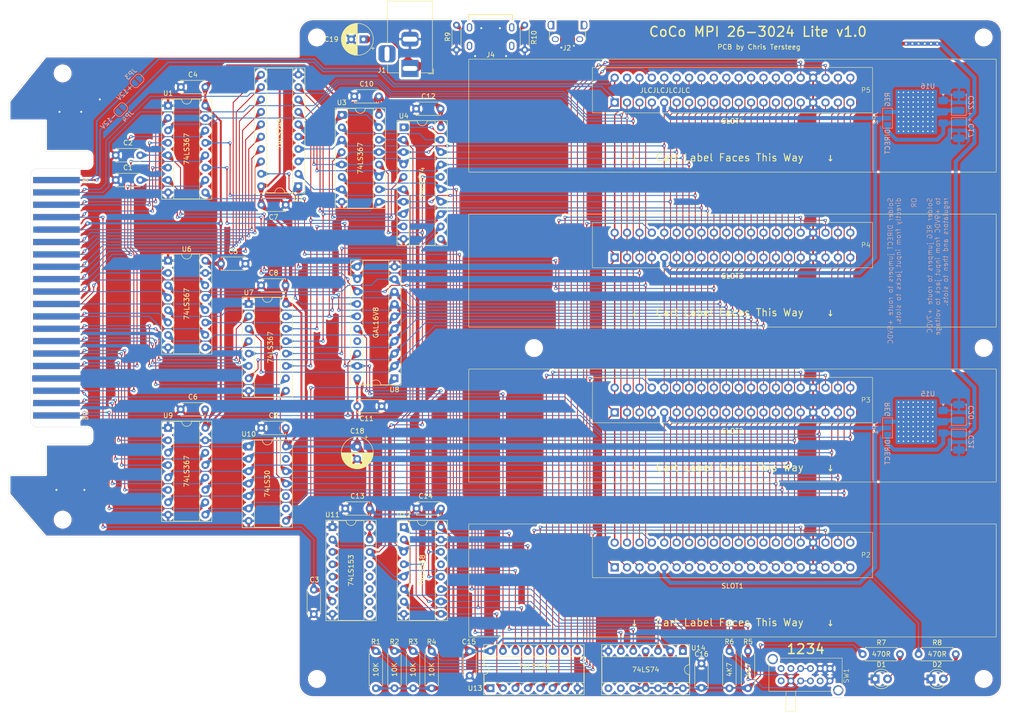
<source format=kicad_pcb>
(kicad_pcb (version 20240108) (generator "pcbnew") (generator_version "8.0")
  (title_block (title "Coco MPI 26-3024 Lite v1.0") (date "2024-06-10") (rev "1.0") (company "Chris Tersteeg"))
  (layers (0 "F.Cu" signal) (31 "B.Cu" signal) (34 "B.Paste" user) (35 "F.Paste" user) (36 "B.SilkS" user "B.Silkscreen") (37 "F.SilkS" user "F.Silkscreen") (38 "B.Mask" user) (39 "F.Mask" user) (44 "Edge.Cuts" user))
  (net 0 "")
  (net 1 "/BQ")
  (net 2 "GND")
  (net 3 "/BE")
  (net 4 "/~{CART}")
  (net 5 "+5VA")
  (net 6 "/~{HALT}")
  (net 7 "/~{NMI}")
  (net 8 "/~{RESET}")
  (net 9 "/E")
  (net 10 "/Q")
  (net 11 "/DO")
  (net 12 "/D1")
  (net 13 "/D2")
  (net 14 "/D3")
  (net 15 "/D4")
  (net 16 "/D5")
  (net 17 "/D6")
  (net 18 "/D7")
  (net 19 "/R{slash}W")
  (net 20 "/A0")
  (net 21 "/A1")
  (net 22 "/A2")
  (net 23 "/A3")
  (net 24 "/A4")
  (net 25 "/A5")
  (net 26 "/A6")
  (net 27 "/A7")
  (net 28 "/A8")
  (net 29 "/A9")
  (net 30 "/A10")
  (net 31 "/A11")
  (net 32 "/A12")
  (net 33 "/~{CTS}")
  (net 34 "/SND")
  (net 35 "/~{SCS}")
  (net 36 "/A13")
  (net 37 "/A14")
  (net 38 "/A15")
  (net 39 "/~{SLENB}")
  (net 40 "/~{BRESET}")
  (net 41 "/~{CART0}")
  (net 42 "/DB0")
  (net 43 "/DB1")
  (net 44 "/DB2")
  (net 45 "/DB3")
  (net 46 "/DB4")
  (net 47 "/DB5")
  (net 48 "/DB6")
  (net 49 "/DB7")
  (net 50 "/BR{slash}W")
  (net 51 "/AB0")
  (net 52 "/AB1")
  (net 53 "/AB2")
  (net 54 "/AB3")
  (net 55 "/AB4")
  (net 56 "/AB5")
  (net 57 "/AB6")
  (net 58 "/AB7")
  (net 59 "/AB8")
  (net 60 "/AB9")
  (net 61 "/AB10")
  (net 62 "/AB11")
  (net 63 "/AB12")
  (net 64 "/~{CTS0}")
  (net 65 "/~{SCS0}")
  (net 66 "/AB13")
  (net 67 "/AB14")
  (net 68 "/AB15")
  (net 69 "/~{CART1}")
  (net 70 "/~{CTS1}")
  (net 71 "/~{SCS1}")
  (net 72 "/~{CART2}")
  (net 73 "/~{CTS2}")
  (net 74 "/~{SCS2}")
  (net 75 "/~{CART3}")
  (net 76 "/~{CTS3}")
  (net 77 "/~{SCS3}")
  (net 78 "Net-(U12-I2)")
  (net 79 "Net-(U12-I1)")
  (net 80 "/~{BSCS}")
  (net 81 "/~{BCTS}")
  (net 82 "/~{ENBUS}")
  (net 83 "/~{ENREAD}")
  (net 84 "/CK0")
  (net 85 "/CK1")
  (net 86 "/REGS1")
  (net 87 "/REGC1")
  (net 88 "/REGC0")
  (net 89 "/REGS0")
  (net 90 "/ENREG")
  (net 91 "/CK2")
  (net 92 "/LOADREG")
  (net 93 "/CK3")
  (net 94 "/U8-1")
  (net 95 "/~{LOADREG}")
  (net 102 "/ENSW")
  (net 106 "+5V")
  (net 107 "Net-(D1-A)")
  (net 108 "Net-(D2-A)")
  (net 109 "Net-(JP1-A)")
  (net 110 "Net-(JP2-A)")
  (net 111 "Net-(JP1-C)")
  (net 112 "Net-(JP2-C)")
  (net 113 "+12V")
  (net 114 "-12V")
  (net 119 "Net-(JP3-A)")
  (net 120 "Net-(JP4-A)")
  (net 124 "Net-(J4-CC1)")
  (net 125 "Net-(J4-CC2)")
  (footprint "Connector_BarrelJack:BarrelJack_Horizontal" (layer "F.Cu") (at 140.97 34.925 -90)
    (property "Reference" "J1")
    (property "Value" "Barrel_Jack")
  )
  (footprint "Tersteeg:CoCo 40p PCB Cart Connector" (layer "F.Cu") (at 63.373 55.245 -90)
    (property "Reference" "P1" (hide yes))
    (property "Value" "PCB EDGE")
    (fp_line (start 63.42 4.5) (end 66.9 4.5) (stroke (width 0.05)) (layer "Edge.Cuts"))
    (fp_line (start 66.9 4.5) (end 75.67 -3) (stroke (width 0.05)) (layer "Edge.Cuts"))
    (fp_line (start -10.080208 4.499792) (end -13.579206 4.498336) (stroke (width 0.05)) (layer "Edge.Cuts"))
    (fp_line (start -13.579206 4.498336) (end -22.838 -3) (stroke (width 0.05)) (layer "Edge.Cuts"))
    (fp_line (start 1.524 0.06) (end 51.816 0.06) (stroke (width 0.05)) (layer "Edge.Cuts"))
    (fp_line (start 53.17 -1.27) (end 53.17 -11.5) (stroke (width 0.05)) (layer "Edge.Cuts"))
    (fp_line (start -9.58 -3) (end -9.58 3.999792) (stroke (width 0.05)) (layer "Edge.Cuts"))
    (fp_line (start -3.33 -3) (end -9.58 -3) (stroke (width 0.05)) (layer "Edge.Cuts"))
    (fp_line (start 62.92 -3) (end 62.92 4) (stroke (width 0.05)) (layer "Edge.Cuts"))
    (fp_line (start 62.92 -3) (end 56.67 -3) (stroke (width 0.05)) (layer "Edge.Cuts"))
    (fp_line (start -3.33 -11.5) (end -3.33 -3) (stroke (width 0.05)) (layer "Edge.Cuts"))
    (fp_line (start 0.17 -11.5) (end 0.17 -1.27) (stroke (width 0.05)) (layer "Edge.Cuts"))
    (fp_line (start 56.67 -11.5) (end 56.67 -3) (stroke (width 0.05)) (layer "Edge.Cuts"))
    (fp_line (start -22.838 -12.5) (end -22.838 -3) (stroke (width 0.05)) (layer "Edge.Cuts"))
    (fp_line (start -2.33 -12.5) (end -0.83 -12.5) (stroke (width 0.05)) (layer "Edge.Cuts"))
    (fp_line (start 55.67 -12.5) (end 54.17 -12.5) (stroke (width 0.05)) (layer "Edge.Cuts"))
    (fp_line (start 75.67 -12.5) (end 75.67 -3) (stroke (width 0.05)) (layer "Edge.Cuts"))
    (fp_arc (start 63.42 4.5) (mid 63.066447 4.353553) (end 62.92 4) (stroke (width 0.05)) (layer "Edge.Cuts"))
    (fp_arc (start -9.58 3.999792) (mid -9.72652 4.353419) (end -10.080208 4.499792) (stroke (width 0.05)) (layer "Edge.Cuts"))
    (fp_arc (start 1.524 0.06) (mid 0.571548 -0.324577) (end 0.17 -1.27) (stroke (width 0.05)) (layer "Edge.Cuts"))
    (fp_arc (start 53.17 -1.27) (mid 52.768452 -0.324577) (end 51.816 0.06) (stroke (width 0.05)) (layer "Edge.Cuts"))
    (fp_arc (start -3.33 -11.5) (mid -3.037107 -12.207107) (end -2.33 -12.5) (stroke (width 0.05)) (layer "Edge.Cuts"))
    (fp_arc (start 53.17 -11.5) (mid 53.462893 -12.207107) (end 54.17 -12.5) (stroke (width 0.05)) (layer "Edge.Cuts"))
    (fp_arc (start -0.83 -12.5) (mid -0.122893 -12.207107) (end 0.17 -11.5) (stroke (width 0.05)) (layer "Edge.Cuts"))
    (fp_arc (start 55.67 -12.5) (mid 56.377107 -12.207107) (end 56.67 -11.5) (stroke (width 0.05)) (layer "Edge.Cuts"))
  )
  (footprint "USB4125_GF_A:GCT_USB4125-GF-A_REVA2" (layer "F.Cu") (at 157.48 27.305 180)
    (property "Reference" "J4")
    (property "Value" "USB-C")
  )
  (footprint "MountingHole:MountingHole_3.2mm_M3" (layer "F.Cu") (at 258.445 160.02)
    (property "Reference" "H5" (hide yes))
    (property "Value" "MountingHole" (hide yes))
  )
  (footprint "Capacitor_THT:C_Disc_D4.7mm_W2.5mm_P5.00mm" (layer "F.Cu") (at 99.02 104.775 180)
    (property "Reference" "C6")
    (property "Value" "0.1uF")
  )
  (footprint "LED_THT:LED_D3.0mm" (layer "F.Cu") (at 236.22 160.02)
    (property "Reference" "D1")
    (property "Value" "LED")
  )
  (footprint "Capacitor_THT:C_Disc_D4.7mm_W2.5mm_P5.00mm" (layer "F.Cu") (at 110.53 62.865)
    (property "Reference" "C7")
    (property "Value" "0.1uF")
  )
  (footprint "Capacitor_THT:C_Disc_D4.7mm_W2.5mm_P5.00mm" (layer "F.Cu") (at 121.285 146.732 90)
    (property "Reference" "C3")
    (property "Value" "220pF")
  )
  (footprint "MountingHole:MountingHole_3.2mm_M3" (layer "F.Cu") (at 69.85 35.941)
    (property "Reference" "H1" (hide yes))
    (property "Value" "MountingHole" (hide yes))
  )
  (footprint "Resistor_THT:R_Axial_DIN0207_L6.3mm_D2.5mm_P7.62mm_Horizontal" (layer "F.Cu") (at 206.375 161.925 90)
    (property "Reference" "R6")
    (property "Value" "4K7")
  )
  (footprint "Resistor_THT:R_Axial_DIN0204_L3.6mm_D1.6mm_P5.08mm_Horizontal" (layer "F.Cu") (at 150.495 26.035 -90)
    (property "Reference" "R9")
    (property "Value" "5.1K")
  )
  (footprint "MountingHole:MountingHole_3.2mm_M3" (layer "F.Cu") (at 121.92 160.02)
    (property "Reference" "H3" (hide yes))
    (property "Value" "MountingHole" (hide yes))
  )
  (footprint "Tersteeg:Coco 40p Cart Edge Connector" (layer "F.Cu") (at 207.01 71.12 180)
    (property "Reference" "P4")
    (property "Value" "SLOT3")
  )
  (footprint "MountingHole:MountingHole_3.2mm_M3" (layer "F.Cu") (at 258.445 92.202)
    (property "Reference" "H8" (hide yes))
    (property "Value" "MountingHole" (hide yes))
  )
  (footprint "Capacitor_THT:C_Disc_D4.7mm_W2.5mm_P5.00mm" (layer "F.Cu") (at 132.715 125.095 180)
    (property "Reference" "C13")
    (property "Value" "0.1uF")
  )
  (footprint "MountingHole:MountingHole_3.2mm_M3" (layer "F.Cu") (at 258.445 28.575)
    (property "Reference" "H6" (hide yes))
    (property "Value" "MountingHole" (hide yes))
  )
  (footprint "Capacitor_THT:C_Disc_D4.7mm_W2.5mm_P5.00mm" (layer "F.Cu") (at 130.175 104.14)
    (property "Reference" "C11")
    (property "Value" "0.1uF")
  )
  (footprint "MountingHole:MountingHole_3.2mm_M3" (layer "F.Cu") (at 166.37 92.2274)
    (property "Reference" "H7" (hide yes))
    (property "Value" "MountingHole" (hide yes))
  )
  (footprint "RAHMB20AUETR:SWITCHCRAFT_RAHMB20AUETR" (layer "F.Cu") (at 173.228 26.27 180)
    (property "Reference" "J2")
    (property "Value" "MICRO USB")
  )
  (footprint "Package_DIP:DIP-16_W7.62mm_Socket" (layer "F.Cu") (at 91.44 74.295)
    (property "Reference" "U6")
    (property "Value" "74LS367")
  )
  (footprint "Resistor_THT:R_Axial_DIN0207_L6.3mm_D2.5mm_P7.62mm_Horizontal" (layer "F.Cu") (at 141.605 161.925 90)
    (property "Reference" "R3")
    (property "Value" "10K")
  )
  (footprint "Resistor_THT:R_Axial_DIN0204_L3.6mm_D1.6mm_P5.08mm_Horizontal" (layer "F.Cu") (at 164.465 26.035 -90)
    (property "Reference" "R10")
    (property "Value" "5.1K")
  )
  (footprint "Capacitor_THT:C_Disc_D4.7mm_W2.5mm_P5.00mm" (layer "F.Cu") (at 147.24 43.18 180)
    (property "Reference" "C12")
    (property "Value" "0.1uF")
  )
  (footprint "MountingHole:MountingHole_3.2mm_M3" (layer "F.Cu") (at 121.92 28.575)
    (property "Reference" "H4" (hide yes))
    (property "Value" "MountingHole" (hide yes))
  )
  (footprint "Package_DIP:DIP-20_W7.62mm_Socket" (layer "F.Cu") (at 139.66 46.99)
    (property "Reference" "U4")
    (property "Value" "74LS374")
  )
  (footprint "Tersteeg:SK24D02VG4 2P4T Slide Switch" (layer "F.Cu") (at 221.965 159.156)
    (property "Reference" "SW1")
    (property "Value" "~" (hide yes))
  )
  (footprint "Package_DIP:DIP-16_W7.62mm_Socket" (layer "F.Cu") (at 91.44 42.545)
    (property "Reference" "U1")
    (property "Value" "74LS367")
  )
  (footprint "MountingHole:MountingHole_3.2mm_M3" (layer "F.Cu") (at 69.85 127.381)
    (property "Reference" "H2" (hide yes))
    (property "Value" "MountingHole" (hide yes))
  )
  (footprint "Package_DIP:DIP-16_W7.62mm_Socket" (layer "F.Cu") (at 125.095 128.905)
    (property "Reference" "U11")
    (property "Value" "74LS153")
  )
  (footprint "Capacitor_THT:C_Disc_D4.7mm_W2.5mm_P5.00mm" (layer "F.Cu") (at 147.32 125.095 180)
    (property "Reference" "C14")
    (property "Value" "0.1uF")
  )
  (footprint "Resistor_THT:R_Axial_DIN0207_L6.3mm_D2.5mm_P7.62mm_Horizontal" (layer "F.Cu") (at 233.68 154.94)
    (property "Reference" "R7")
    (property "Value" "470R")
  )
  (footprint "Tersteeg:Coco 40p Cart Edge Connector" (layer "F.Cu") (at 207.01 39.37 180)
    (property "Reference" "P5")
    (property "Value" "SLOT4")
  )
  (footprint "Capacitor_THT:C_Disc_D4.7mm_W2.5mm_P5.00mm" (layer "F.Cu") (at 153.195 154.345 -90)
    (property "Reference" "C15")
    (property "Value" "0.1uF")
  )
  (footprint "Package_DIP:DIP-16_W7.62mm_Socket" (layer "F.Cu") (at 107.95 83.185)
    (property "Reference" "U7")
    (property "Value" "74LS367")
  )
  (footprint "Package_DIP:DIP-16_W7.62mm_Socket" (layer "F.Cu") (at 91.44 108.585)
    (property "Reference" "U9")
    (property "Value" "74LS367")
  )
  (footprint "Capacitor_THT:C_Disc_D4.7mm_W2.5mm_P5.00mm" (layer "F.Cu") (at 102.275 74.93)
    (property "Reference" "C5")
    (property "Value" "0.1uF")
  )
  (footprint "Package_DIP:DIP-20_W7.62mm_Socket" (layer "F.Cu") (at 137.795 98.425 180)
    (property "Reference" "U8")
    (property "Value" "GAL16V8")
  )
  (footprint "LED_THT:LED_D3.0mm" (layer "F.Cu") (at 247.65 160.02)
    (property "Reference" "D2")
    (property "Value" "LED")
  )
  (footprint "Capacitor_THT:CP_Radial_D6.3mm_P2.50mm" (layer "F.Cu") (at 131.445 28.956 180)
    (property "Reference" "C19")
    (property "Value" "100uF 16V")
  )
  (footprint "Tersteeg:Coco 40p Cart Edge Connector" (layer "F.Cu") (at 207.01 102.87 180)
    (property "Reference" "P3")
    (property "Value" "SLOT2")
  )
  (footprint "Capacitor_THT:C_Disc_D4.7mm_W2.5mm_P5.00mm" (layer "F.Cu") (at 200.66 161.845 90)
    (property "Reference" "C16")
    (property "Value" "0.1uF")
  )
  (footprint "Resistor_THT:R_Axial_DIN0207_L6.3mm_D2.5mm_P7.62mm_Horizontal" (layer "F.Cu") (at 210.185 161.925 90)
    (property "Reference" "R5")
    (property "Value" "4K7")
  )
  (footprint "Package_DIP:DIP-14_W7.62mm_Socket" (layer "F.Cu") (at 196.85 154.305 -90)
    (property "Reference" "U14")
    (property "Value" "74LS74")
  )
  (footprint "Package_DIP:DIP-16_W7.62mm_Socket" (layer "F.Cu") (at 139.7 128.905)
    (property "Reference" "U12")
    (property "Value" "74LS368")
  )
  (footprint "Capacitor_THT:C_Disc_D4.7mm_W2.5mm_P5.00mm" (layer "F.Cu") (at 115.53 108.585 180)
    (property "Reference" "C9")
    (property "Value" "0.1uF")
  )
  (footprint "Resistor_THT:R_Axial_DIN0207_L6.3mm_D2.5mm_P7.62mm_Horizontal" (layer "F.Cu") (at 133.985 161.925 90)
    (property "Reference" "R1")
    (property "Value" "10K")
  )
  (footprint "Capacitor_THT:C_Disc_D4.7mm_W2.5mm_P5.00mm" (layer "F.Cu") (at 99.06 38.735 180)
    (property "Reference" "C4")
    (property "Value" "0.1uF")
  )
  (footprint "Package_DIP:DIP-16_W7.62mm_Socket" (layer "F.Cu") (at 157.47 161.915 90)
    (property "Reference" "U13")
    (property "Value" "74LS139")
  )
  (footprint "Package_DIP:DIP-20_W7.62mm_Socket" (layer "F.Cu") (at 118.11 59.055 180)
    (property "Reference" "U2")
    (property "Value" "74LS245")
  )
  (footprint "Resistor_THT:R_Axial_DIN0207_L6.3mm_D2.5mm_P7.62mm_Horizontal" (layer "F.Cu") (at 245.11 154.94)
    (property "Reference" "R8")
    (property "Value" "470R")
  )
  (footprint "Capacitor_THT:C_Disc_D4.7mm_W2.5mm_P5.00mm" (layer "F.Cu") (at 85.725 52.705 180)
    (property "Reference" "C2")
    (property "Value" "68pF")
  )
  (footprint "Capacitor_THT:CP_Radial_D6.3mm_P2.50mm" (layer "F.Cu") (at 130.175 112.435 -90)
    (property "Reference" "C18")
    (property "Value" "100uF 16V")
  )
  (footprint "Package_DIP:DIP-14_W7.62mm_Socket" (layer "F.Cu") (at 107.95 112.395)
    (property "Reference" "U10")
    (property "Value" "74LS30")
  )
  (footprint "Package_DIP:DIP-16_W7.62mm_Socket" (layer "F.Cu") (at 127 44.45)
    (property "Reference" "U3")
    (property "Value" "74LS367")
  )
  (footprint "Resistor_THT:R_Axial_DIN0207_L6.3mm_D2.5mm_P7.62mm_Horizontal" (layer "F.Cu") (at 137.795 161.925 90)
    (property "Reference" "R2")
    (property "Value" "10K")
  )
  (footprint "Capacitor_THT:C_Disc_D4.7mm_W2.5mm_P5.00mm" (layer "F.Cu") (at 134.58 40.64 180)
    (property "Reference" "C10")
    (property "Value" "0.1uF")
  )
  (footprint "Tersteeg:Coco 40p Cart Edge Connector" (layer "F.Cu") (at 207.01 134.62 180)
    (property "Reference" "P2")
    (property "Value" "SLOT1")
  )
  (footprint "Resistor_THT:R_Axial_DIN0207_L6.3mm_D2.5mm_P7.62mm_Horizontal" (layer "F.Cu") (at 145.415 161.925 90)
    (property "Reference" "R4")
    (property "Value" "10K")
  )
  (footprint "Capacitor_THT:C_Disc_D4.7mm_W2.5mm_P5.00mm" (layer "F.Cu") (at 85.725 57.785 180)
    (property "Reference" "C1")
    (property "Value" "68pF")
  )
  (footprint "Capacitor_THT:C_Disc_D4.7mm_W2.5mm_P5.00mm" (layer "F.Cu") (at 115.49 79.375 180)
    (property "Reference" "C8")
    (property "Value" "0.1uF")
  )
  (footprint "Capacitor_Tantalum_SMD:CP_EIA-3528-12_Kemet-T_Pad1.50x2.35mm_HandSolder" (layer "B.Cu") (at 253.365 105.41 90)
    (property "Reference" "C20")
    (property "Value" "22uf 10V")
  )
  (footprint "Jumper:SolderJumper-2_P1.3mm_Open_RoundedPad1.0x1.5mm" (layer "B.Cu") (at 81.739619 43.355381 45)
    (property "Reference" "JP4")
    (property "Value" "-12V")
  )
  (footprint "Jumper:SolderJumper-3_P1.3mm_Open_Pad1.0x1.5mm_NumberLabels" (layer "B.Cu") (at 238.76 45.115 -90)
    (property "Reference" "JP2")
    (property "Value" "Plug / Reg")
  )
  (footprint "Capacitor_Tantalum_SMD:CP_EIA-3528-12_Kemet-T_Pad1.50x2.35mm_HandSolder" (layer "B.Cu") (at 253.365 47.625 -90)
    (property "Reference" "C17")
    (property "Value" "22uf 10V")
  )
  (footprint "Jumper:SolderJumper-2_P1.3mm_Open_RoundedPad1.0x1.5mm" (layer "B.Cu") (at 85.09 37.465 45)
    (property "Reference" "JP3")
    (property "Value" "+12V")
  )
  (footprint "Jumper:SolderJumper-3_P1.3mm_Open_Pad1.0x1.5mm_NumberLabels" (layer "B.Cu") (at 238.76 108.585 -90)
    (property "Reference" "JP1")
    (property "Value" "Plug / Reg")
  )
  (footprint "Capacitor_Tantalum_SMD:CP_EIA-3528-12_Kemet-T_Pad1.50x2.35mm_HandSolder" (layer "B.Cu") (at 253.365 41.91 90)
    (property "Reference" "C22")
    (property "Value" "22uf 10V")
  )
  (footprint "Tersteeg:SOT-223-3_TabPin2_Ext_Thermal" (layer "B.Cu") (at 247.015 107.315 180)
    (property "Reference" "U15")
    (property "Value" "AMS1117-5.0")
  )
  (footprint "Capacitor_Tantalum_SMD:CP_EIA-3528-12_Kemet-T_Pad1.50x2.35mm_HandSolder" (layer "B.Cu") (at 253.365 111.48 -90)
    (property "Reference" "C21")
    (property "Value" "22uf 10V")
  )
  (footprint "Tersteeg:SOT-223-3_TabPin2_Ext_Thermal" (layer "B.Cu") (at 247.015 43.815 180)
    (property "Reference" "U16")
    (property "Value" "AMS1117-5.0")
  )
  (gr_arc (start 121.11 163.83) (mid 118.98868 162.95132) (end 118.11 160.83) (stroke (width 0.05)) (layer "Edge.Cuts"))
  (gr_line (start 121.11 163.83) (end 259.255 163.83) (stroke (width 0.05)) (layer "Edge.Cuts"))
  (gr_line (start 121.11 24.765) (end 259.255 24.765) (stroke (width 0.05)) (layer "Edge.Cuts"))
  (gr_line (start 118.11 32.407) (end 75.873 32.407) (stroke (width 0.05)) (layer "Edge.Cuts"))
  (gr_line (start 118.11 27.765) (end 118.11 32.407) (stroke (width 0.05)) (layer "Edge.Cuts"))
  (gr_line (start 262.255 160.83) (end 262.255 27.765) (stroke (width 0.05)) (layer "Edge.Cuts"))
  (gr_line (start 118.11 130.915) (end 118.11 160.83) (stroke (width 0.05)) (layer "Edge.Cuts"))
  (gr_arc (start 262.255 160.83) (mid 261.37632 162.95132) (end 259.255 163.83) (stroke (width 0.05)) (layer "Edge.Cuts"))
  (gr_line (start 75.873 130.915) (end 118.11 130.915) (stroke (width 0.05)) (layer "Edge.Cuts"))
  (gr_arc (start 118.11 27.765) (mid 118.98868 25.64368) (end 121.11 24.765) (stroke (width 0.05)) (layer "Edge.Cuts"))
  (gr_arc (start 259.255 24.765) (mid 261.37632 25.64368) (end 262.255 27.765) (stroke (width 0.05)) (layer "Edge.Cuts"))
  (gr_text "+" (at 256.286 44.704 0) (layer "B.SilkS") (effects (font (size 1 1) (thickness 0.1)) (justify left bottom mirror)))
  (gr_text "Solder DIRECT jumpers to route +5VDC\ndirectly from input jacks to slots.\n\nOR\n\nSolder REG jumpers to route +7VDC\nto +9VDC from input jack to voltage\nregulators and then to slots." (at 251.206 61.341 90) (layer "B.SilkS") (effects (font (size 1 1) (thickness 0.1)) (justify left bottom mirror)))
  (gr_text "+" (at 256.286 45.974 0) (layer "B.SilkS") (effects (font (size 1 1) (thickness 0.1)) (justify left bottom mirror)))
  (gr_text "+" (at 256.286 109.855 0) (layer "B.SilkS") (effects (font (size 1 1) (thickness 0.1)) (justify left bottom mirror)))
  (gr_text "+" (at 256.286 108.204 0) (layer "B.SilkS") (effects (font (size 1 1) (thickness 0.1)) (justify left bottom mirror)))
  (gr_text "3" (at 221.869 155.067 0) (layer "F.SilkS") (effects (font (size 2 2) (thickness 0.3) (bold yes)) (justify left bottom)))
  (gr_text "CoCo MPI 26-3024 Lite v1.0" (at 189.738 28.575 0) (layer "F.SilkS") (effects (font (size 2 2) (thickness 0.3) (bold yes)) (justify left bottom)))
  (gr_text "1" (at 217.932 155.067 0) (layer "F.SilkS") (effects (font (size 2 2) (thickness 0.3) (bold yes)) (justify left bottom)))
  (gr_text "2" (at 219.837 155.067 0) (layer "F.SilkS") (effects (font (size 2 2) (thickness 0.3) (bold yes)) (justify left bottom)))
  (gr_text "PCB by Chris Tersteeg" (at 203.835 31.115 0) (layer "F.SilkS") (effects (font (size 1 1)) (justify left bottom)))
  (gr_text "4" (at 223.774 155.067 0) (layer "F.SilkS") (effects (font (size 2 2) (thickness 0.3) (bold yes)) (justify left bottom)))
  (gr_text "JLCJLCJLCJLC" (at 187.96 40.005 0) (layer "F.SilkS") (effects (font (size 1 1)) (justify left bottom)))
  (segment (start 190.5 137.16) (end 189.23 135.89) (width 0.2) (layer "F.Cu") (net 1))
  (segment (start 128.27 78.105) (end 128.27 78.74) (width 0.2) (layer "F.Cu") (net 1))
  (segment (start 91.44 57.785) (end 93.345 59.69) (width 0.2) (layer "F.Cu") (net 1))
  (segment (start 135.89 80.645) (end 137.16 79.375) (width 0.2) (layer "F.Cu") (net 1))
  (segment (start 190.5 41.91) (end 190.5 43.18) (width 0.2) (layer "F.Cu") (net 1))
  (segment (start 190.5 43.18) (end 189.23 44.45) (width 0.2) (layer "F.Cu") (net 1))
  (segment (start 128.27 78.74) (end 130.175 80.645) (width 0.2) (layer "F.Cu") (net 1))
  (segment (start 189.23 44.45) (end 189.23 71.12) (width 0.2) (layer "F.Cu") (net 1))
  (segment (start 190.5 72.39) (end 190.5 73.66) (width 0.2) (layer "F.Cu") (net 1))
  (segment (start 190.5 74.93) (end 189.23 76.2) (width 0.2) (layer "F.Cu") (net 1))
  (segment (start 189.23 135.89) (end 189.23 107.95) (width 0.2) (layer "F.Cu") (net 1))
  (segment (start 189.23 79.375) (end 189.23 102.87) (width 0.2) (layer "F.Cu") (net 1))
  (segment (start 190.5 106.68) (end 190.5 105.41) (width 0.2) (layer "F.Cu") (net 1))
  (segment (start 190.5 104.14) (end 190.5 105.41) (width 0.2) (layer "F.Cu") (net 1))
  (segment (start 189.23 107.95) (end 190.5 106.68) (width 0.2) (layer "F.Cu") (net 1))
  (segment (start 93.345 59.69) (end 93.345 65.405) (width 0.2) (layer "F.Cu") (net 1))
  (segment (start 110.49 65.405) (end 110.49 76.835) (width 0.2) (layer "F.Cu") (net 1))
  (segment (start 189.23 102.87) (end 190.5 104.14) (width 0.2) (layer "F.Cu") (net 1))
  (segment (start 189.23 76.2) (end 189.23 79.375) (width 0.2) (layer "F.Cu") (net 1))
  (segment (start 189.23 71.12) (end 190.5 72.39) (width 0.2) (layer "F.Cu") (net 1))
  (segment (start 190.5 73.66) (end 190.5 74.93) (width 0.2) (layer "F.Cu") (net 1))
  (segment (start 137.16 79.375) (end 140.335 79.375) (width 0.2) (layer "F.Cu") (net 1))
  (via (at 189.23 79.375) (size 0.6) (drill 0.3) (layers "F.Cu" "B.Cu") (net 1))
  (via (at 110.49 65.405) (size 0.6) (drill 0.3) (layers "F.Cu" "B.Cu") (net 1))
  (via (at 140.335 79.375) (size 0.6) (drill 0.3) (layers "F.Cu" "B.Cu") (net 1))
  (via (at 110.49 76.835) (size 0.6) (drill 0.3) (layers "F.Cu" "B.Cu") (net 1))
  (via (at 135.89 80.645) (size 0.6) (drill 0.3) (layers "F.Cu" "B.Cu") (net 1))
  (via (at 93.345 65.405) (size 0.6) (drill 0.3) (layers "F.Cu" "B.Cu") (net 1))
  (via (at 128.27 78.105) (size 0.6) (drill 0.3) (layers "F.Cu" "B.Cu") (net 1))
  (segment (start 140.335 79.375) (end 189.23 79.375) (width 0.2) (layer "B.Cu") (net 1))
  (segment (start 110.49 76.835) (end 127 76.835) (width 0.2) (layer "B.Cu") (net 1))
  (segment (start 130.175 80.645) (end 135.89 80.645) (width 0.2) (layer "B.Cu") (net 1))
  (segment (start 91.44 57.785) (end 85.725 57.785) (width 0.2) (layer "B.Cu") (net 1))
  (segment (start 93.345 65.405) (end 110.49 65.405) (width 0.2) (layer "B.Cu") (net 1))
  (segment (start 127 76.835) (end 128.27 78.105) (width 0.2) (layer "B.Cu") (net 1))
  (segment (start 171.928 30.60083) (end 171.96859 30.64142) (width 0.4) (layer "F.Cu") (net 2))
  (segment (start 171.96859 30.64142) (end 171.958 30.65201) (width 0.4) (layer "F.Cu") (net 2))
  (segment (start 171.928 28.91) (end 171.928 30.60083) (width 0.4) (layer "F.Cu") (net 2))
  (segment (start 223.52 137.16) (end 223.52 36.83) (width 0.4) (layer "F.Cu") (net 2))
  (via (at 159.385 26.67) (size 0.8) (drill 0.4) (layers "F.Cu" "B.Cu") (net 2))
  (via (at 77.47 41.275) (size 0.8) (drill 0.4) (layers "F.Cu" "B.Cu") (net 2))
  (via (at 73.66 43.815) (size 0.8) (drill 0.4) (layers "F.Cu" "B.Cu") (net 2))
  (via (at 68.58 121.285) (size 0.8) (drill 0.4) (layers "F.Cu" "B.Cu") (net 2))
  (via (at 74.295 121.285) (size 0.8) (drill 0.4) (layers "F.Cu" "B.Cu") (net 2))
  (via (at 171.96859 30.64142) (size 0.8) (drill 0.4) (layers "F.Cu" "B.Cu") (net 2))
  (via (at 160.655 32.385) (size 0.8) (drill 0.4) (layers "F.Cu" "B.Cu") (net 2))
  (via (at 155.575 26.67) (size 0.8) (drill 0.4) (layers "F.Cu" "B.Cu") (net 2))
  (via (at 69.215 43.815) (size 0.8) (drill 0.4) (layers "F.Cu" "B.Cu") (net 2))
  (via (at 154.305 32.385) (size 0.8) (drill 0.4) (layers "F.Cu" "B.Cu") (net 2))
  (segment (start 187.96 68.58) (end 187.96 44.45) (width 0.2) (layer "F.Cu") (net 3))
  (segment (start 189.23 72.39) (end 187.96 71.12) (width 0.2) (layer "F.Cu") (net 3))
  (segment (start 187.96 100.33) (end 187.96 76.835) (width 0.2) (layer "F.Cu") (net 3))
  (segment (start 189.23 106.68) (end 187.96 107.95) (width 0.2) (layer "F.Cu") (net 3))
  (segment (start 189.23 104.14) (end 189.23 106.68) (width 0.2) (layer "F.Cu") (net 3))
  (segment (start 189.23 74.93) (end 189.23 72.39) (width 0.2) (layer "F.Cu") (net 3))
  (segment (start 93.98 55.245) (end 91.44 52.705) (width 0.2) (layer "F.Cu") (net 3))
  (segment (start 187.96 76.835) (end 187.96 76.2) (width 0.2) (layer "F.Cu") (net 3))
  (segment (start 187.96 44.45) (end 189.23 43.18) (width 0.2) (layer "F.Cu") (net 3))
  (segment (start 187.96 102.87) (end 189.23 104.14) (width 0.2) (layer "F.Cu") (net 3))
  (segment (start 189.23 43.18) (end 189.23 40.64) (width 0.2) (layer "F.Cu") (net 3))
  (segment (start 187.96 76.2) (end 189.23 74.93) (width 0.2) (layer "F.Cu") (net 3))
  (segment (start 111.125 76.2) (end 111.125 64.77) (width 0.2) (layer "F.Cu") (net 3))
  (segment (start 93.98 64.77) (end 93.98 55.245) (width 0.2) (layer "F.Cu") (net 3))
  (segment (start 187.96 39.37) (end 187.96 36.83) (width 0.2) (layer "F.Cu") (net 3))
  (segment (start 187.96 71.12) (end 187.96 68.58) (width 0.2) (layer "F.Cu") (net 3))
  (segment (start 187.96 100.33) (end 187.96 102.87) (width 0.2) (layer "F.Cu") (net 3))
  (segment (start 187.96 107.95) (end 187.96 132.08) (width 0.2) (layer "F.Cu") (net 3))
  (segment (start 189.23 40.64) (end 187.96 39.37) (width 0.2) (layer "F.Cu") (net 3))
  (via (at 111.125 64.77) (size 0.6) (drill 0.3) (layers "F.Cu" "B.Cu") (net 3))
  (via (at 111.125 76.2) (size 0.6) (drill 0.3) (layers "F.Cu" "B.Cu") (net 3))
  (via (at 93.98 64.77) (size 0.6) (drill 0.3) (layers "F.Cu" "B.Cu") (net 3))
  (via (at 187.96 76.835) (size 0.6) (drill 0.3) (layers "F.Cu" "B.Cu") (net 3))
  (segment (start 131.445 76.835) (end 187.96 76.835) (width 0.2) (layer "B.Cu") (net 3))
  (segment (start 130.175 78.105) (end 131.445 76.835) (width 0.2) (layer "B.Cu") (net 3))
  (segment (start 111.125 64.77) (end 93.98 64.77) (width 0.2) (layer "B.Cu") (net 3))
  (segment (start 91.44 52.705) (end 85.725 52.705) (width 0.2) (layer "B.Cu") (net 3))
  (segment (start 128.27 76.2) (end 111.125 76.2) (width 0.2) (layer "B.Cu") (net 3))
  (segment (start 130.175 78.105) (end 128.27 76.2) (width 0.2) (layer "B.Cu") (net 3))
  (segment (start 122.682 141.732) (end 125.095 144.145) (width 0.2) (layer "F.Cu") (net 4))
  (segment (start 78.105 65.405) (end 78.105 128.905) (width 0.2) (layer "F.Cu") (net 4))
  (segment (start 121.285 141.732) (end 122.682 141.732) (width 0.2) (layer "F.Cu") (net 4))
  (via (at 78.105 65.405) (size 0.6) (drill 0.3) (layers "F.Cu" "B.Cu") (net 4))
  (via (at 78.105 128.905) (size 0.6) (drill 0.3) (layers "F.Cu" "B.Cu") (net 4))
  (segment (start 121.285 131.445) (end 121.285 141.732) (width 0.2) (layer "B.Cu") (net 4))
  (segment (start 118.745 128.905) (end 121.285 131.445) (width 0.2) (layer "B.Cu") (net 4))
  (segment (start 68.58 65.405) (end 78.105 65.405) (width 0.2) (layer "B.Cu") (net 4))
  (segment (start 78.105 128.905) (end 118.745 128.905) (width 0.2) (layer "B.Cu") (net 4))
  (segment (start 74.93 66.675) (end 73.66 67.945) (width 0.4) (layer "F.Cu") (net 5))
  (segment (start 73.66 67.945) (end 68.92925 67.945) (width 0.4) (layer "F.Cu") (net 5))
  (segment (start 99.695 74.93) (end 102.235 74.93) (width 0.4) (layer "F.Cu") (net 5))
  (segment (start 114.3 36.195) (end 114.3 56.515) (width 0.4) (layer "F.Cu") (net 5))
  (segment (start 135.596 41.656) (end 134.58 40.64) (width 0.4) (layer "F.Cu") (net 5))
  (segment (start 118.745 85.09) (end 116.84 83.185) (width 0.4) (layer "F.Cu") (net 5))
  (segment (start 147.32 128.905) (end 149.86 131.445) (width 0.4) (layer "F.Cu") (net 5))
  (segment (start 111.76 59.055) (end 110.49 59.055) (width 0.4) (layer "F.Cu") (net 5))
  (segment (start 212.725 153.035) (end 212.725 159.385) (width 0.2) (layer "F.Cu") (net 5))
  (segment (start 111.76 34.29) (end 112.395 34.29) (width 0.4) (layer "F.Cu") (net 5))
  (segment (start 212.725 159.385) (end 210.185 161.925) (width 0.2) (layer "F.Cu") (net 5))
  (segment (start 116.84 83.185) (end 115.57 83.185) (width 0.4) (layer "F.Cu") (net 5))
  (segment (start 130.175 112.395) (end 132.715 114.935) (width 0.4) (layer "F.Cu") (net 5))
  (segment (start 133.31 41.91) (end 127 41.91) (width 0.4) (layer "F.Cu") (net 5))
  (segment (start 115.57 83.185) (end 115.57 79.455) (width 0.4) (layer "F.Cu") (net 5))
  (segment (start 134.58 40.64) (end 133.31 41.91) (width 0.4) (layer "F.Cu") (net 5))
  (segment (start 102.235 45.72) (end 99.06 42.545) (width 0.4) (layer "F.Cu") (net 5))
  (segment (start 130.175 98.425) (end 130.175 112.395) (width 0.4) (layer "F.Cu") (net 5))
  (segment (start 112.395 34.29) (end 114.3 36.195) (width 0.4) (layer "F.Cu") (net 5))
  (segment (start 115.57 112.395) (end 115.57 108.625) (width 0.4) (layer "F.Cu") (net 5))
  (segment (start 149.86 151.01) (end 153.195 154.345) (width 0.4) (layer "F.Cu") (net 5))
  (segment (start 151.765 155.775) (end 151.765 161.29) (width 0.4) (layer "F.Cu") (net 5))
  (segment (start 114.3 56.515) (end 111.76 59.055) (width 0.4) (layer "F.Cu") (net 5))
  (segment (start 189.23 154.305) (end 189.23 161.925) (width 0.4) (layer "F.Cu") (net 5))
  (segment (start 102.235 74.93) (end 102.235 66.675) (width 0.4) (layer "F.Cu") (net 5))
  (segment (start 102.235 105.41) (end 102.235 74.97) (width 0.4) (layer "F.Cu") (net 5))
  (segment (start 119.38 34.29) (end 111.76 34.29) (width 0.4) (layer "F.Cu") (net 5))
  (segment (start 115.49 79.375) (end 115.49 67.825) (width 0.4) (layer "F.Cu") (net 5))
  (segment (start 99.06 108.585) (end 102.235 105.41) (width 0.4) (layer "F.Cu") (net 5))
  (segment (start 151.765 161.29) (end 151.13 161.925) (width 0.4) (layer "F.Cu") (net 5))
  (segment (start 102.235 66.675) (end 102.235 45.72) (width 0.4) (layer "F.Cu") (net 5))
  (segment (start 147.32 125.095) (end 147.32 128.905) (width 0.4) (layer "F.Cu") (net 5))
  (segment (start 127 41.91) (end 119.38 34.29) (width 0.4) (layer "F.Cu") (net 5))
  (segment (start 194.31 154.305) (end 194.31 161.925) (width 0.4) (layer "F.Cu") (net 5))
  (segment (start 115.57 112.395) (end 118.745 109.22) (width 0.4) (layer "F.Cu") (net 5))
  (segment (start 99.06 108.585) (end 99.06 104.815) (width 0.4) (layer "F.Cu") (net 5))
  (segment (start 110.49 59.055) (end 110.49 62.825) (width 0.4) (layer "F.Cu") (net 5))
  (segment (start 134.58 40.64) (end 134.58 44.41) (width 0.4) (layer "F.Cu") (net 5))
  (segment (start 151.13 161.925) (end 145.415 161.925) (width 0.4) (layer "F.Cu") (net 5))
  (segment (start 153.195 154.345) (end 151.765 155.775) (width 0.4) (layer "F.Cu") (net 5))
  (segment (start 103.505 34.29) (end 99.06 38.735) (width 0.4) (layer "F.Cu") (net 5))
  (segment (start 99.06 38.735) (end 99.06 42.545) (width 0.4) (layer "F.Cu") (net 5))
  (segment (start 111.76 34.29) (end 103.505 34.29) (width 0.4) (layer "F.Cu") (net 5))
  (segment (start 145.716 41.656) (end 135.596 41.656) (width 0.4) (layer "F.Cu") (net 5))
  (segment (start 147.28 46.99) (end 147.28 43.22) (width 0.4) (layer "F.Cu") (net 5))
  (segment (start 115.49 67.825) (end 110.53 62.865) (width 0.4) (layer "F.Cu") (net 5))
  (segment (start 118.745 109.22) (end 118.745 85.09) (width 0.4) (layer "F.Cu") (net 5))
  (segment (start 147.24 43.18) (end 145.716 41.656) (width 0.4) (layer "F.Cu") (net 5))
  (segment (start 149.86 131.445) (end 149.86 151.01) (width 0.4) (layer "F.Cu") (net 5))
  (segment (start 132.715 114.935) (end 132.715 125.095) (width 0.4) (layer "F.Cu") (net 5))
  (segment (start 132.715 125.095) (end 132.715 131.445) (width 0.4) (layer "F.Cu") (net 5))
  (segment (start 99.06 74.295) (end 99.695 74.93) (width 0.4) (layer "F.Cu") (net 5))
  (via (at 212.725 153.035) (size 0.6) (drill 0.3) (layers "F.Cu" "B.Cu") (net 5))
  (via (at 74.93 66.675) (size 0.8) (drill 0.4) (layers "F.Cu" "B.Cu") (net 5))
  (via (at 102.235 66.675) (size 0.8) (drill 0.4) (layers "F.Cu" "B.Cu") (net 5))
  (segment (start 74.93 66.675) (end 102.235 66.675) (width 0.4) (layer "B.Cu") (net 5))
  (segment (start 157.42 154.345) (end 160 151.765) (width 0.4) (layer "B.Cu") (net 5))
  (segment (start 233.68 154.94) (end 231.775 153.035) (width 0.2) (layer "B.Cu") (net 5))
  (segment (start 153.195 154.345) (end 157.42 154.345) (width 0.4) (layer "B.Cu") (net 5))
  (segment (start 231.775 153.035) (end 212.725 153.035) (width 0.2) (layer "B.Cu") (net 5))
  (segment (start 133.915 126.295) (end 132.715 125.095) (width 0.4) (layer "B.Cu") (net 5))
  (segment (start 160 151.765) (end 191.77 151.765) (width 0.4) (layer "B.Cu") (net 5))
  (segment (start 191.77 151.765) (end 194.31 154.305) (width 0.4) (layer "B.Cu") (net 5))
  (segment (start 200.66 161.845) (end 186.77 161.845) (width 0.4) (layer "B.Cu") (net 5))
  (segment (start 147.32 125.095) (end 146.12 126.295) (width 0.4) (layer "B.Cu") (net 5))
  (segment (start 146.12 126.295) (end 133.915 126.295) (width 0.4) (layer "B.Cu") (net 5))
  (segment (start 200.66 161.845) (end 210.105 161.845) (width 0.4) (layer "B.Cu") (net 5))
  (segment (start 133.985 161.925) (end 145.415 161.925) (width 0.4) (layer "B.Cu") (net 5))
  (segment (start 130.135 112.395) (end 115.57 112.395) (width 0.4) (layer "B.Cu") (net 5))
  (segment (start 68.58 60.325) (end 73.66 60.325) (width 0.2) (layer "F.Cu") (net 6))
  (segment (start 185.42 137.16) (end 184.15 135.89) (width 0.2) (layer "F.Cu") (net 6))
  (segment (start 184.15 76.2) (end 185.42 74.93) (width 0.2) (layer "F.Cu") (net 6))
  (segment (start 184.15 135.89) (end 184.15 107.95) (width 0.2) (layer "F.Cu") (net 6))
  (segment (start 184.27 44.45) (end 184.27 44.33) (width 0.2) (layer "F.Cu") (net 6))
  (segment (start 184.15 102.87) (end 184.15 76.2) (width 0.2) (layer "F.Cu") (net 6))
  (segment (start 185.42 43.18) (end 185.42 41.91) (width 0.2) (layer "F.Cu") (net 6))
  (segment (start 185.42 104.14) (end 184.15 102.87) (width 0.2) (layer "F.Cu") (net 6))
  (segment (start 73.66 60.325) (end 74.295 59.69) (width 0.2) (layer "F.Cu") (net 6))
  (segment (start 184.15 107.95) (end 185.42 106.68) (width 0.2) (layer "F.Cu") (net 6))
  (segment (start 185.42 106.68) (end 185.42 105.41) (width 0.2) (layer "F.Cu") (net 6))
  (segment (start 184.27 44.33) (end 185.42 43.18) (width 0.2) (layer "F.Cu") (net 6))
  (segment (start 185.42 72.39) (end 184.27 71.24) (width 0.2) (layer "F.Cu") (net 6))
  (segment (start 185.42 105.41) (end 185.42 104.14) (width 0.2) (layer "F.Cu") (net 6))
  (segment (start 184.27 71.24) (end 184.27 44.45) (width 0.2) (layer "F.Cu") (net 6))
  (segment (start 185.42 73.66) (end 185.42 72.39) (width 0.2) (layer "F.Cu") (net 6))
  (segment (start 185.42 74.93) (end 185.42 73.66) (width 0.2) (layer "F.Cu") (net 6))
  (via (at 74.295 59.69) (size 0.6) (drill 0.3) (layers "F.Cu" "B.Cu") (net 6))
  (via (at 184.27 44.45) (size 0.6) (drill 0.3) (layers "F.Cu" "B.Cu") (net 6))
  (segment (start 87.8 40.64) (end 107.696 40.64) (width 0.2) (layer "B.Cu") (net 6))
  (segment (start 177.165 44.45) (end 184.27 44.45) (width 0.2) (layer "B.Cu") (net 6))
  (segment (start 172.339 39.624) (end 177.165 44.45) (width 0.2) (layer "B.Cu") (net 6))
  (segment (start 125.964315 37.3) (end 134.836 37.3) (width 0.2) (layer "B.Cu") (net 6))
  (segment (start 123.259314 40.005) (end 125.964315 37.3) (width 0.2) (layer "B.Cu") (net 6))
  (segment (start 108.331 40.005) (end 123.259314 40.005) (width 0.2) (layer "B.Cu") (net 6))
  (segment (start 74.295 59.69) (end 77.47 59.69) (width 0.2) (layer "B.Cu") (net 6))
  (segment (start 107.696 40.64) (end 108.331 40.005) (width 0.2) (layer "B.Cu") (net 6))
  (segment (start 77.47 59.69) (end 78.74 58.42) (width 0.2) (layer "B.Cu") (net 6))
  (segment (start 78.74 49.7) (end 87.8 40.64) (width 0.2) (layer "B.Cu") (net 6))
  (segment (start 137.16 39.624) (end 172.339 39.624) (width 0.2) (layer "B.Cu") (net 6))
  (segment (start 134.836 37.3) (end 137.16 39.624) (width 0.2) (layer "B.Cu") (net 6))
  (segment (start 78.74 58.42) (end 78.74 49.7) (width 0.2) (layer "B.Cu") (net 6))
  (segment (start 185.42 39.37) (end 185.42 36.83) (width 0.2) (layer "F.Cu") (net 7))
  (segment (start 185.42 107.95) (end 186.69 106.68) (width 0.2) (layer "F.Cu") (net 7))
  (segment (start 186.69 40.64) (end 185.42 39.37) (width 0.2) (layer "F.Cu") (net 7))
  (segment (start 185.42 44.45) (end 186.69 43.18) (width 0.2) (layer "F.Cu") (net 7))
  (segment (start 186.69 43.18) (end 186.69 40.64) (width 0.2) (layer "F.Cu") (net 7))
  (segment (start 185.42 68.58) (end 185.42 44.45) (width 0.2) (layer "F.Cu") (net 7))
  (segment (start 186.57 75.05) (end 186.57 72.27) (width 0.2) (layer "F.Cu") (net 7))
  (segment (start 185.42 100.33) (end 185.42 76.2) (width 0.2) (layer "F.Cu") (net 7))
  (segment (start 186.57 72.27) (end 185.42 71.12) (width 0.2) (layer "F.Cu") (net 7))
  (segment (start 185.42 132.08) (end 185.42 107.95) (width 0.2) (layer "F.Cu") (net 7))
  (segment (start 186.69 106.68) (end 186.69 104.14) (width 0.2) (layer "F.Cu") (net 7))
  (segment (start 186.69 104.14) (end 185.42 102.87) (width 0.2) (layer "F.Cu") (net 7))
  (segment (start 185.42 102.87) (end 185.42 100.33) (width 0.2) (layer "F.Cu") (net 7))
  (segment (start 185.42 76.2) (end 186.57 75.05) (width 0.2) (layer "F.Cu") (net 7))
  (segment (start 185.42 71.12) (end 185.42 68.58) (width 0.2) (layer "F.Cu") (net 7))
  (via (at 185.42 45.12) (size 0.6) (drill 0.3) (layers "F.Cu" "B.Cu") (net 7))
  (segment (start 78.105 60.325) (end 79.375 59.055) (width 0.2) (layer "B.Cu") (net 7))
  (segment (start 108.124683 42.545) (end 121.285 42.545) (width 0.2) (layer "B.Cu") (net 7))
  (segment (start 137.102314 40.132) (end 172.212 40.132) (width 0.2) (layer "B.Cu") (net 7))
  (segment (start 85.725 43.815) (end 106.854683 43.815) (width 0.2) (layer "B.Cu") (net 7))
  (segment (start 68.58 60.325) (end 78.105 60.325) (width 0.2) (layer "B.Cu") (net 7))
  (segment (start 172.212 40.132) (end 177.2 45.12) (width 0.2) (layer "B.Cu") (net 7))
  (segment (start 126.13 37.7) (end 134.670314 37.7) (width 0.2) (layer "B.Cu") (net 7))
  (segment (start 177.2 45.12) (end 185.42 45.12) (width 0.2) (layer "B.Cu") (net 7))
  (segment (start 79.375 50.165) (end 85.725 43.815) (width 0.2) (layer "B.Cu") (net 7))
  (segment (start 79.375 59.055) (end 79.375 50.165) (width 0.2) (layer "B.Cu") (net 7))
  (segment (start 106.854683 43.815) (end 108.124683 42.545) (width 0.2) (layer "B.Cu") (net 7))
  (segment (start 134.670314 37.7) (end 137.102314 40.132) (width 0.2) (layer "B.Cu") (net 7))
  (segment (start 121.285 42.545) (end 126.13 37.7) (width 0.2) (layer "B.Cu") (net 7))
  (segment (start 88.9 62.23) (end 88.9 47.625) (width 0.2) (layer "F.Cu") (net 8))
  (segment (start 68.58 62.865) (end 73.66 62.865) (width 0.2) (layer "F.Cu") (net 8))
  (segment (start 73.66 62.865) (end 74.295 62.23) (width 0.2) (layer "F.Cu") (net 8))
  (segment (start 88.9 47.625) (end 91.44 45.085) (width 0.2) (layer "F.Cu") (net 8))
  (via (at 88.9 62.23) (size 0.6) (drill 0.3) (layers "F.Cu" "B.Cu") (net 8))
  (via (at 74.295 62.23) (size 0.6) (drill 0.3) (layers "F.Cu" "B.Cu") (net 8))
  (segment (start 74.295 62.23) (end 88.9 62.23) (width 0.2) (layer "B.Cu") (net 8))
  (segment (start 87.63 62.865) (end 87.63 50.165) (width 0.2) (layer "F.Cu") (net 9))
  (via (at 87.63 62.865) (size 0.6) (drill 0.3) (layers "F.Cu" "B.Cu") (net 9))
  (via (at 87.63 50.165) (size 0.6) (drill 0.3) (layers "F.Cu" "B.Cu") (net 9))
  (segment (start 68.58 62.865) (end 87.63 62.865) (width 0.2) (layer "B.Cu") (net 9))
  (segment (start 87.63 50.165) (end 91.44 50.165) (width 0.2) (layer "B.Cu") (net 9))
  (segment (start 88.265 64.135) (end 88.265 55.245) (width 0.2) (layer "F.Cu") (net 10))
  (segment (start 73.66 65.405) (end 74.295 64.77) (width 0.2) (layer "F.Cu") (net 10))
  (segment (start 68.58 65.405) (end 73.66 65.405) (width 0.2) (layer "F.Cu") (net 10))
  (via (at 74.295 64.77) (size 0.6) (drill 0.3) (layers "F.Cu" "B.Cu") (net 10))
  (via (at 88.265 55.245) (size 0.6) (drill 0.3) (layers "F.Cu" "B.Cu") (net 10))
  (via (at 88.265 64.135) (size 0.6) (drill 0.3) (layers "F.Cu" "B.Cu") (net 10))
  (segment (start 74.93 64.135) (end 88.265 64.135) (width 0.2) (layer "B.Cu") (net 10))
  (segment (start 74.295 64.77) (end 74.93 64.135) (width 0.2) (layer "B.Cu") (net 10))
  (segment (start 88.265 55.245) (end 91.44 55.245) (width 0.2) (layer "B.Cu") (net 10))
  (segment (start 108.585 67.945) (end 108.585 53.34) (width 0.2) (layer "F.Cu") (net 11))
  (segment (start 108.585 53.34) (end 110.49 51.435) (width 0.2) (layer "F.Cu") (net 11))
  (via (at 108.585 67.945) (size 0.6) (drill 0.3) (layers "F.Cu" "B.Cu") (net 11))
  (segment (start 108.585 67.945) (end 68.58 67.945) (width 0.2) (layer "B.Cu") (net 11))
  (segment (start 109.22 68.58) (end 109.22 55.245) (width 0.2) (layer "F.Cu") (net 12))
  (segment (start 68.58 70.485) (end 73.66 70.485) (width 0.2) (layer "F.Cu") (net 12))
  (segment (start 109.22 55.245) (end 110.49 53.975) (width 0.2) (layer "F.Cu") (net 12))
  (segment (start 73.66 70.485) (end 74.295 69.85) (width 0.2) (layer "F.Cu") (net 12))
  (via (at 74.295 69.85) (size 0.6) (drill 0.3) (layers "F.Cu" "B.Cu") (net 12))
  (via (at 109.22 68.58) (size 0.6) (drill 0.3) (layers "F.Cu" "B.Cu") (net 12))
  (segment (start 109.22 68.58) (end 75.565 68.58) (width 0.2) (layer "B.Cu") (net 12))
  (segment (start 75.565 68.58) (end 74.295 69.85) (width 0.2) (layer "B.Cu") (net 12))
  (segment (start 107.95 69.215) (end 107.95 51.435) (width 0.2) (layer "F.Cu") (net 13))
  (segment (start 107.95 51.435) (end 110.49 48.895) (width 0.2) (layer "F.Cu") (net 13))
  (via (at 107.95 69.215) (size 0.6) (drill 0.3) (layers "F.Cu" "B.Cu") (net 13))
  (segment (start 74.93 70.485) (end 68.58 70.485) (width 0.2) (layer "B.Cu") (net 13))
  (segment (start 76.2 69.215) (end 74.93 70.485) (width 0.2) (layer "B.Cu") (net 13))
  (segment (start 107.95 69.215) (end 76.2 69.215) (width 0.2) (layer "B.Cu") (net 13))
  (segment (start 73.66 73.025) (end 74.295 72.39) (width 0.2) (layer "F.Cu") (net 14))
  (segment (start 68.58 73.025) (end 73.66 73.025) (width 0.2) (layer "F.Cu") (net 14))
  (segment (start 106.68 47.625) (end 110.49 43.815) (width 0.2) (layer "F.Cu") (net 14))
  (segment (start 106.68 69.85) (end 106.68 47.625) (width 0.2) (layer "F.Cu") (net 14))
  (via (at 106.68 69.85) (size 0.6) (drill 0.3) (layers "F.Cu" "B.Cu") (net 14))
  (via (at 74.295 72.39) (size 0.6) (drill 0.3) (layers "F.Cu" "B.Cu") (net 14))
  (segment (start 76.87 69.815) (end 74.295 72.39) (width 0.2) (layer "B.Cu") (net 14))
  (segment (start 106.645 69.815) (end 76.87 69.815) (width 0.2) (layer "B.Cu") (net 14))
  (segment (start 106.68 69.85) (end 106.645 69.815) (width 0.2) (layer "B.Cu") (net 14))
  (segment (start 106.045 70.485) (end 106.045 45.72) (width 0.2) (layer "F.Cu") (net 15))
  (segment (start 106.045 45.72) (end 110.49 41.275) (width 0.2) (layer "F.Cu") (net 15))
  (via (at 106.045 70.485) (size 0.6) (drill 0.3) (layers "F.Cu" "B.Cu") (net 15))
  (segment (start 74.66 73.025) (end 68.58 73.025) (width 0.2) (layer "B.Cu") (net 15))
  (segment (start 106.045 70.485) (end 77.2 70.485) (width 0.2) (layer "B.Cu") (net 15))
  (segment (start 77.2 70.485) (end 74.66 73.025) (width 0.2) (layer "B.Cu") (net 15))
  (segment (start 105.41 71.12) (end 105.41 43.815) (width 0.2) (layer "F.Cu") (net 16))
  (segment (start 73.66 75.565) (end 74.295 74.93) (width 0.2) (layer "F.Cu") (net 16))
  (segment (start 68.58 75.565) (end 73.66 75.565) (width 0.2) (layer "F.Cu") (net 16))
  (segment (start 105.41 43.815) (end 110.49 38.735) (width 0.2) (layer "F.Cu") (net 16))
  (via (at 74.295 74.93) (size 0.6) (drill 0.3) (layers "F.Cu" "B.Cu") (net 16))
  (via (at 105.41 71.12) (size 0.6) (drill 0.3) (layers "F.Cu" "B.Cu") (net 16))
  (segment (start 105.41 71.12) (end 105.375 71.085) (width 0.2) (layer "B.Cu") (net 16))
  (segment (start 105.375 71.085) (end 78.14 71.085) (width 0.2) (layer "B.Cu") (net 16))
  (segment (start 78.14 71.085) (end 74.295 74.93) (width 0.2) (layer "B.Cu") (net 16))
  (segment (start 104.775 41.91) (end 110.49 36.195) (width 0.2) (layer "F.Cu") (net 17))
  (segment (start 104.775 71.755) (end 104.775 41.91) (width 0.2) (layer "F.Cu") (net 17))
  (via (at 104.775 71.755) (size 0.6) (drill 0.3) (layers "F.Cu" "B.Cu") (net 17))
  (segment (start 78.74 71.755) (end 74.93 75.565) (width 0.2) (layer "B.Cu") (net 17))
  (segment (start 104.775 71.755) (end 78.74 71.755) (width 0.2) (layer "B.Cu") (net 17))
  (segment (start 74.93 75.565) (end 68.58 75.565) (width 0.2) (layer "B.Cu") (net 17))
  (segment (start 107.315 72.39) (end 107.315 49.53) (width 0.2) (layer "F.Cu") (net 18))
  (segment (start 73.66 78.105) (end 74.295 77.47) (width 0.2) (layer "F.Cu") (net 18))
  (segment (start 68.58 78.105) (end 73.66 78.105) (width 0.2) (layer "F.Cu") (net 18))
  (segment (start 107.315 49.53) (end 110.49 46.355) (width 0.2) (layer "F.Cu") (net 18))
  (via (at 74.295 77.47) (size 0.6) (drill 0.3) (layers "F.Cu" "B.Cu") (net 18))
  (via (at 107.315 72.39) (size 0.6) (drill 0.3) (layers "F.Cu" "B.Cu") (net 18))
  (segment (start 107.315 72.39) (end 79.375 72.39) (width 0.2) (layer "B.Cu") (net 18))
  (segment (start 79.375 72.39) (end 74.295 77.47) (width 0.2) (layer "B.Cu") (net 18))
  (segment (start 82.55 50.165) (end 82.55 71.755) (width 0.2) (layer "F.Cu") (net 19))
  (segment (start 82.55 71.755) (end 83.82 73.025) (width 0.2) (layer "F.Cu") (net 19))
  (segment (start 83.82 48.895) (end 82.55 50.165) (width 0.2) (layer "F.Cu") (net 19))
  (via (at 83.82 48.895) (size 0.6) (drill 0.3) (layers "F.Cu" "B.Cu") (net 19))
  (via (at 83.82 73.025) (size 0.6) (drill 0.3) (layers "F.Cu" "B.Cu") (net 19))
  (segment (start 74.93 78.105) (end 68.58 78.105) (width 0.2) (layer "B.Cu") (net 19))
  (segment (start 80.01 73.025) (end 74.93 78.105) (width 0.2) (layer "B.Cu") (net 19))
  (segment (start 83.82 48.895) (end 97.79 48.895) (width 0.2) (layer "B.Cu") (net 19))
  (segment (start 83.82 73.025) (end 80.01 73.025) (width 0.2) (layer "B.Cu") (net 19))
  (segment (start 97.79 48.895) (end 99.06 47.625) (width 0.2) (layer "B.Cu") (net 19))
  (segment (start 73.66 80.645) (end 74.295 80.01) (width 0.2) (layer "F.Cu") (net 20))
  (segment (start 68.58 80.645) (end 73.66 80.645) (width 0.2) (layer "F.Cu") (net 20))
  (via (at 74.295 80.01) (size 0.6) (drill 0.3) (layers "F.Cu" "B.Cu") (net 20))
  (segment (start 77.47 76.835) (end 91.44 76.835) (width 0.2) (layer "B.Cu") (net 20))
  (segment (start 74.295 80.01) (end 77.47 76.835) (width 0.2) (layer "B.Cu") (net 20))
  (segment (start 90.17 80.645) (end 91.44 81.915) (width 0.2) (layer "B.Cu") (net 21))
  (segment (start 68.58 80.645) (end 90.17 80.645) (width 0.2) (layer "B.Cu") (net 21))
  (segment (start 68.58 83.185) (end 73.66 83.185) (width 0.2) (layer "F.Cu") (net 22))
  (segment (start 76.2 80.645) (end 76.2 79.375) (width 0.2) (layer "F.Cu") (net 22))
  (segment (start 73.66 83.185) (end 76.2 80.645) (width 0.2) (layer "F.Cu") (net 22))
  (via (at 76.2 79.375) (size 0.6) (drill 0.3) (layers "F.Cu" "B.Cu") (net 22))
  (segment (start 76.2 79.375) (end 77.3 78.275) (width 0.2) (layer "B.Cu") (net 22))
  (segment (start 77.3 78.275) (end 97.96 78.275) (width 0.2) (layer "B.Cu") (net 22))
  (segment (start 97.96 78.275) (end 99.06 79.375) (width 0.2) (layer "B.Cu") (net 22))
  (segment (start 97.79 83.185) (end 99.06 84.455) (width 0.2) (layer "B.Cu") (net 23))
  (segment (start 68.58 83.185) (end 97.79 83.185) (width 0.2) (layer "B.Cu") (net 23))
  (segment (start 68.58 85.725) (end 73.66 85.725) (width 0.2) (layer "F.Cu") (net 24))
  (segment (start 73.66 85.725) (end 74.295 85.09) (width 0.2) (layer "F.Cu") (net 24))
  (via (at 74.295 85.09) (size 0.6) (drill 0.3) (layers "F.Cu" "B.Cu") (net 24))
  (segment (start 74.295 85.09) (end 89.535 85.09) (width 0.2) (layer "B.Cu") (net 24))
  (segment (start 89.535 85.09) (end 91.44 86.995) (width 0.2) (layer "B.Cu") (net 24))
  (segment (start 68.58 85.725) (end 87.63 85.725) (width 0.2) (layer "B.Cu") (net 25))
  (segment (start 90.17 88.265) (end 97.79 88.265) (width 0.2) (layer "B.Cu") (net 25))
  (segment (start 97.79 88.265) (end 99.06 89.535) (width 0.2) (layer "B.Cu") (net 25))
  (segment (start 87.63 85.725) (end 90.17 88.265) (width 0.2) (layer "B.Cu") (net 25))
  (segment (start 87.63 87.63) (end 87.63 95.885) (width 0.2) (layer "F.Cu") (net 26))
  (segment (start 73.66 88.265) (end 74.295 87.63) (width 0.2) (layer "F.Cu") (net 26))
  (segment (start 68.58 88.265) (end 73.66 88.265) (width 0.2) (layer "F.Cu") (net 26))
  (via (at 87.63 95.885) (size 0.6) (drill 0.3) (layers "F.Cu" "B.Cu") (net 26))
  (via (at 87.63 87.63) (size 0.6) (drill 0.3) (layers "F.Cu" "B.Cu") (net 26))
  (via (at 74.295 87.63) (size 0.6) (drill 0.3) (layers "F.Cu" "B.Cu") (net 26))
  (segment (start 87.63 95.885) (end 107.95 95.885) (width 0.2) (layer "B.Cu") (net 26))
  (segment (start 74.295 87.63) (end 87.63 87.63) (width 0.2) (layer "B.Cu") (net 26))
  (segment (start 105.41 88.265) (end 107.95 85.725) (width 0.2) (layer "F.Cu") (net 27))
  (segment (start 89.535 88.9) (end 89.535 94.615) (width 0.2) (layer "F.Cu") (net 27))
  (segment (start 88.9 88.265) (end 89.535 88.9) (width 0.2) (layer "F.Cu") (net 27))
  (segment (start 105.41 94.615) (end 105.41 88.265) (width 0.2) (layer "F.Cu") (net 27))
  (via (at 105.41 94.615) (size 0.6) (drill 0.3) (layers "F.Cu" "B.Cu") (net 27))
  (via (at 88.9 88.265) (size 0.6) (drill 0.3) (layers "F.Cu" "B.Cu") (net 27))
  (via (at 89.535 94.615) (size 0.6) (drill 0.3) (layers "F.Cu" "B.Cu") (net 27))
  (segment (start 105.41 94.615) (end 89.535 94.615) (width 0.2) (layer "B.Cu") (net 27))
  (segment (start 68.58 88.265) (end 88.9 88.265) (width 0.2) (layer "B.Cu") (net 27))
  (segment (start 68.58 90.805) (end 73.66 90.805) (width 0.2) (layer "F.Cu") (net 28))
  (segment (start 88.9 90.805) (end 88.9 99.695) (width 0.2) (layer "F.Cu") (net 28))
  (segment (start 73.66 90.805) (end 74.295 90.17) (width 0.2) (layer "F.Cu") (net 28))
  (via (at 88.9 99.695) (size 0.6) (drill 0.3) (layers "F.Cu" "B.Cu") (net 28))
  (via (at 74.295 90.17) (size 0.6) (drill 0.3) (layers "F.Cu" "B.Cu") (net 28))
  (via (at 88.9 90.805) (size 0.6) (drill 0.3) (layers "F.Cu" "B.Cu") (net 28))
  (segment (start 114.3 99.695) (end 115.57 98.425) (width 0.2) (layer "B.Cu") (net 28))
  (segment (start 74.295 90.17) (end 88.265 90.17) (width 0.2) (layer "B.Cu") (net 28))
  (segment (start 88.265 90.17) (end 88.9 90.805) (width 0.2) (layer "B.Cu") (net 28))
  (segment (start 88.9 99.695) (end 114.3 99.695) (width 0.2) (layer "B.Cu") (net 28))
  (segment (start 106.045 92.71) (end 107.95 90.805) (width 0.2) (layer "F.Cu") (net 29))
  (segment (start 88.265 91.44) (end 88.265 95.25) (width 0.2) (layer "F.Cu") (net 29))
  (segment (start 106.045 95.25) (end 106.045 92.71) (width 0.2) (layer "F.Cu") (net 29))
  (via (at 88.265 95.25) (size 0.6) (drill 0.3) (layers "F.Cu" "B.Cu") (net 29))
  (via (at 106.045 95.25) (size 0.6) (drill 0.3) (layers "F.Cu" "B.Cu") (net 29))
  (via (at 88.265 91.44) (size 0.6) (drill 0.3) (layers "F.Cu" "B.Cu") (net 29))
  (segment (start 87.63 90.805) (end 88.265 91.44) (width 0.2) (layer "B.Cu") (net 29))
  (segment (start 68.58 90.805) (end 87.63 90.805) (width 0.2) (layer "B.Cu") (net 29))
  (segment (start 88.265 95.25) (end 106.045 95.25) (width 0.2) (layer "B.Cu") (net 29))
  (segment (start 68.58 93.345) (end 73.66 93.345) (width 0.2) (layer "F.Cu") (net 30))
  (segment (start 82.55 121.285) (end 82.55 92.71) (width 0.2) (layer "F.Cu") (net 30))
  (segment (start 73.66 93.345) (end 74.295 92.71) (width 0.2) (layer "F.Cu") (net 30))
  (via (at 82.55 121.285) (size 0.6) (drill 0.3) (layers "F.Cu" "B.Cu") (net 30))
  (via (at 74.295 92.71) (size 0.6) (drill 0.3) (layers "F.Cu" "B.Cu") (net 30))
  (via (at 82.55 92.71) (size 0.6) (drill 0.3) (layers "F.Cu" "B.Cu") (net 30))
  (segment (start 82.55 121.285) (end 91.44 121.285) (width 0.2) (layer "B.Cu") (net 30))
  (segment (start 74.295 92.71) (end 82.55 92.71) (width 0.2) (layer "B.Cu") (net 30))
  (segment (start 81.915 116.205) (end 81.915 93.345) (width 0.2) (layer "F.Cu") (net 31))
  (via (at 81.915 93.345) (size 0.6) (drill 0.3) (layers "F.Cu" "B.Cu") (net 31))
  (via (at 81.915 116.205) (size 0.6) (drill 0.3) (layers "F.Cu" "B.Cu") (net 31))
  (segment (start 81.915 116.205) (end 91.44 116.205) (width 0.2) (layer "B.Cu") (net 31))
  (segment (start 68.58 93.345) (end 81.915 93.345) (width 0.2) (layer "B.Cu") (net 31))
  (segment (start 68.58 95.885) (end 73.66 95.885) (width 0.2) (layer "F.Cu") (net 32))
  (segment (start 73.66 95.885) (end 74.295 95.25) (width 0.2) (layer "F.Cu") (net 32))
  (segment (start 81.28 111.125) (end 81.28 95.25) (width 0.2) (layer "F.Cu") (net 32))
  (via (at 81.28 95.25) (size 0.6) (drill 0.3) (layers "F.Cu" "B.Cu") (net 32))
  (via (at 81.28 111.125) (size 0.6) (drill 0.3) (layers "F.Cu" "B.Cu") (net 32))
  (via (at 74.295 95.25) (size 0.6) (drill 0.3) (layers "F.Cu" "B.Cu") (net 32))
  (segment (start 74.295 95.25) (end 81.28 95.25) (width 0.2) (layer "B.Cu") (net 32))
  (segment (start 81.28 111.125) (end 91.44 111.125) (width 0.2) (layer "B.Cu") (net 32))
  (segment (start 85.09 72.880785) (end 85.09 95.885) (width 0.2) (layer "F.Cu") (net 33))
  (segment (start 83.82 71.610785) (end 85.09 72.880785) (width 0.2) (layer "F.Cu") (net 33))
  (segment (start 83.82 53.975) (end 83.82 71.610785) (width 0.2) (layer "F.Cu") (net 33))
  (via (at 83.82 53.975) (size 0.6) (drill 0.3) (layers "F.Cu" "B.Cu") (net 33))
  (via (at 85.09 95.885) (size 0.6) (drill 0.3) (layers "F.Cu" "B.Cu") (net 33))
  (segment (start 68.58 95.885) (end 85.09 95.885) (width 0.2) (layer "B.Cu") (net 33))
  (segment (start 99.06 52.705) (end 97.79 53.975) (width 0.2) (layer "B.Cu") (net 33))
  (segment (start 97.79 53.975) (end 83.82 53.975) (width 0.2) (layer "B.Cu") (net 33))
  (segment (start 224.79 71.12) (end 224.79 44.45) (width 0.2) (layer "F.Cu") (net 34))
  (segment (start 226.06 105.41) (end 226.06 104.14) (width 0.2) (layer "F.Cu") (net 34))
  (segment (start 224.79 107.95) (end 226.06 106.68) (width 0.2) (layer "F.Cu") (net 34))
  (segment (start 224.79 109.855) (end 224.79 107.95) (width 0.2) (layer "F.Cu") (net 34))
  (segment (start 224.79 44.45) (end 226.06 43.18) (width 0.2) (layer "F.Cu") (net 34))
  (segment (start 224.79 135.89) (end 226.06 137.16) (width 0.2) (layer "F.Cu") (net 34))
  (segment (start 226.06 72.39) (end 224.79 71.12) (width 0.2) (layer "F.Cu") (net 34))
  (segment (start 226.06 104.14) (end 224.79 102.87) (width 0.2) (layer "F.Cu") (net 34))
  (segment (start 73.66 100.965) (end 74.295 101.6) (width 0.2) (layer "F.Cu") (net 34))
  (segment (start 224.79 76.2) (end 226.06 74.93) (width 0.2) (layer "F.Cu") (net 34))
  (segment (start 226.06 106.68) (end 226.06 105.41) (width 0.2) (layer "F.Cu") (net 34))
  (segment (start 224.79 102.87) (end 224.79 76.2) (width 0.2) (layer "F.Cu") (net 34))
  (segment (start 68.58 100.965) (end 73.66 100.965) (width 0.2) (layer "F.Cu") (net 34))
  (segment (start 226.06 43.18) (end 226.06 41.91) (width 0.2) (layer "F.Cu") (net 34))
  (segment (start 226.06 74.93) (end 226.06 73.66) (width 0.2) (layer "F.Cu") (net 34))
  (segment (start 226.06 73.66) (end 226.06 72.39) (width 0.2) (layer "F.Cu") (net 34))
  (segment (start 224.79 109.855) (end 224.79 135.89) (width 0.2) (layer "F.Cu") (net 34))
  (via (at 74.295 101.6) (size 0.6) (drill 0.3) (layers "F.Cu" "B.Cu") (net 34))
  (via (at 224.79 109.855) (size 0.6) (drill 0.3) (layers "F.Cu" "B.Cu") (net 34))
  (segment (start 180.34 109.855) (end 172.72 102.235) (width 0.2) (layer "B.Cu") (net 34))
  (segment (start 224.79 109.855) (end 180.34 109.855) (width 0.2) (layer "B.Cu") (net 34))
  (segment (start 172.72 102.235) (end 74.93 102.235) (width 0.2) (layer "B.Cu") (net 34))
  (segment (start 74.93 102.235) (end 74.295 101.6) (width 0.2) (layer "B.Cu") (net 34))
  (segment (start 83.185 71.541471) (end 84.42 72.776471) (width 0.2) (layer "F.Cu") (net 35))
  (segment (start 84.42 72.776471) (end 84.42 100.93) (width 0.2) (layer "F.Cu") (net 35))
  (segment (start 84.42 100.93) (end 84.455 100.965) (width 0.2) (layer "F.Cu") (net 35))
  (segment (start 83.185 59.055) (end 83.185 71.541471) (width 0.2) (layer "F.Cu") (net 35))
  (via (at 83.185 59.055) (size 0.6) (drill 0.3) (layers "F.Cu" "B.Cu") (net 35))
  (via (at 84.455 100.965) (size 0.6) (drill 0.3) (layers "F.Cu" "B.Cu") (net 35))
  (segment (start 97.79 59.055) (end 83.185 59.055) (width 0.2) (layer "B.Cu") (net 35))
  (segment (start 68.58 100.965) (end 84.455 100.965) (width 0.2) (layer "B.Cu") (net 35))
  (segment (start 99.06 57.785) (end 97.79 59.055) (width 0.2) (layer "B.Cu") (net 35))
  (segment (start 80.645 114.935) (end 80.645 102.87) (width 0.2) (layer "F.Cu") (net 36))
  (segment (start 68.58 103.505) (end 73.66 103.505) (width 0.2) (layer "F.Cu") (net 36))
  (segment (start 73.66 103.505) (end 74.295 102.87) (width 0.2) (layer "F.Cu") (net 36))
  (via (at 80.645 114.935) (size 0.6) (drill 0.3) (layers "F.Cu" "B.Cu") (net 36))
  (via (at 74.295 102.87) (size 0.6) (drill 0.3) (layers "F.Cu" "B.Cu") (net 36))
  (via (at 80.645 102.87) (size 0.6) (drill 0.3) (layers "F.Cu" "B.Cu") (net 36))
  (segment (start 74.295 102.87) (end 80.645 102.87) (width 0.2) (layer "B.Cu") (net 36))
  (segment (start 80.645 114.935) (end 97.79 114.935) (width 0.2) (layer "B.Cu") (net 36))
  (segment (start 97.79 114.935) (end 99.06 113.665) (width 0.2) (layer "B.Cu") (net 36))
  (segment (start 80.01 120.015) (end 80.01 103.505) (width 0.2) (layer "F.Cu") (net 37))
  (via (at 80.01 120.015) (size 0.6) (drill 0.3) (layers "F.Cu" "B.Cu") (net 37))
  (via (at 80.01 103.505) (size 0.6) (drill 0.3) (layers "F.Cu" "B.Cu") (net 37))
  (segment (start 68.58 103.505) (end 80.01 103.505) (width 0.2) (layer "B.Cu") (net 37))
  (segment (start 97.79 120.015) (end 99.06 118.745) (width 0.2) (layer "B.Cu") (net 37))
  (segment (start 80.01 120.015) (end 97.79 120.015) (width 0.2) (layer "B.Cu") (net 37))
  (segment (start 73.66 106.045) (end 74.295 105.41) (width 0.2) (layer "F.Cu") (net 38))
  (segment (start 68.58 106.045) (end 73.66 106.045) (width 0.2) (layer "F.Cu") (net 38))
  (segment (start 79.375 125.095) (end 79.375 105.41) (width 0.2) (layer "F.Cu") (net 38))
  (via (at 79.375 105.41) (size 0.6) (drill 0.3) (layers "F.Cu" "B.Cu") (net 38))
  (via (at 79.375 125.095) (size 0.6) (drill 0.3) (layers "F.Cu" "B.Cu") (net 38))
  (via (at 74.295 105.41) (size 0.6) (drill 0.3) (layers "F.Cu" "B.Cu") (net 38))
  (segment (start 79.375 125.095) (end 97.79 125.095) (width 0.2) (layer "B.Cu") (net 38))
  (segment (start 97.79 125.095) (end 99.06 123.825) (width 0.2) (layer "B.Cu") (net 38))
  (segment (start 74.295 105.41) (end 79.375 105.41) (width 0.2) (layer "B.Cu") (net 38))
  (segment (start 231.14 100.33) (end 231.14 76.2) (width 0.2) (layer "F.Cu") (net 39))
  (segment (start 232.41 74.93) (end 232.41 72.39) (width 0.2) (layer "F.Cu") (net 39))
  (segment (start 128.27 95.25) (end 130.175 93.345) (width 0.2) (layer "F.Cu") (net 39))
  (segment (start 232.41 40.64) (end 231.14 39.37) (width 0.2) (layer "F.Cu") (net 39))
  (segment (start 232.41 43.18) (end 232.41 40.64) (width 0.2) (layer "F.Cu") (net 39))
  (segment (start 231.14 107.95) (end 232.41 106.68) (width 0.2) (layer "F.Cu") (net 39))
  (segment (start 231.14 68.58) (end 231.14 44.45) (width 0.2) (layer "F.Cu") (net 39))
  (segment (start 232.41 104.14) (end 231.14 102.87) (width 0.2) (layer "F.Cu") (net 39))
  (segment (start 231.14 102.87) (end 231.14 100.33) (width 0.2) (layer "F.Cu") (net 39))
  (segment (start 231.14 110.49) (end 231.14 132.08) (width 0.2) (layer "F.Cu") (net 39))
  (segment (start 231.14 110.49) (end 231.14 107.95) (width 0.2) (layer "F.Cu") (net 39))
  (segment (start 231.14 44.45) (end 232.41 43.18) (width 0.2) (layer "F.Cu") (net 39))
  (segment (start 232.41 72.39) (end 231.14 71.12) (width 0.2) (layer "F.Cu") (net 39))
  (segment (start 231.14 71.12) (end 231.14 68.58) (width 0.2) (layer "F.Cu") (net 39))
  (segment (start 128.27 106.045) (end 128.27 95.25) (width 0.2) (layer "F.Cu") (net 39))
  (segment (start 231.14 39.37) (end 231.14 36.83) (width 0.2) (layer "F.Cu") (net 39))
  (segment (start 232.41 106.68) (end 232.41 104.14) (width 0.2) (layer "F.Cu") (net 39))
  (segment (start 231.14 76.2) (end 232.41 74.93) (width 0.2) (layer "F.Cu") (net 39))
  (via (at 128.27 106.045) (size 0.6) (drill 0.3) (layers "F.Cu" "B.Cu") (net 39))
  (via (at 231.14 110.49) (size 0.6) (drill 0.3) (layers "F.Cu" "B.Cu") (net 39))
  (segment (start 180.34 110.49) (end 175.895 106.045) (width 0.2) (layer "B.Cu") (net 39))
  (segment (start 175.895 106.045) (end 128.27 106.045) (width 0.2) (layer "B.Cu") (net 39))
  (segment (start 68.58 106.045) (end 128.27 106.045) (width 0.2) (layer "B.Cu") (net 39))
  (segment (start 231.14 110.49) (end 180.34 110.49) (width 0.2) (layer "B.Cu") (net 39))
  (segment (start 187.96 104.14) (end 186.69 102.87) (width 0.2) (layer "F.Cu") (net 40))
  (segment (start 187.96 74.93) (end 187.96 73.66) (width 0.2) (layer "F.Cu") (net 40))
  (segment (start 187.96 43.18) (end 186.69 44.45) (width 0.2) (layer "F.Cu") (net 40))
  (segment (start 187.96 106.64604) (end 187.96 105.41) (width 0.2) (layer "F.Cu") (net 40))
  (segment (start 186.69 135.89) (end 186.69 107.91604) (width 0.2) (layer "F.Cu") (net 40))
  (segment (start 186.69 102.87) (end 186.69 76.2) (width 0.2) (layer "F.Cu") (net 40))
  (segment (start 196.85 154.305) (end 196.85 149.86) (width 0.2) (layer "F.Cu") (net 40))
  (segment (start 186.69 44.45) (end 186.69 45.72) (width 0.2) (layer "F.Cu") (net 40))
  (segment (start 187.96 105.41) (end 187.96 104.14) (width 0.2) (layer "F.Cu") (net 40))
  (segment (start 186.69 45.72) (end 186.69 71.12) (width 0.2) (layer "F.Cu") (net 40))
  (segment (start 186.69 71.12) (end 187.96 72.39) (width 0.2) (layer "F.Cu") (net 40))
  (segment (start 186.69 107.91604) (end 187.96 106.64604) (width 0.2) (layer "F.Cu") (net 40))
  (segment (start 187.96 137.16) (end 186.69 135.89) (width 0.2) (layer "F.Cu") (net 40))
  (segment (start 186.69 76.2) (end 187.96 74.93) (width 0.2) (layer "F.Cu") (net 40))
  (segment (start 196.85 149.86) (end 187.96 140.97) (width 0.2) (layer "F.Cu") (net 40))
  (segment (start 187.96 41.91) (end 187.96 43.18) (width 0.2) (layer "F.Cu") (net 40))
  (segment (start 187.96 140.97) (end 187.96 137.16) (width 0.2) (layer "F.Cu") (net 40))
  (segment (start 187.96 72.39) (end 187.96 73.66) (width 0.2) (layer "F.Cu") (net 40))
  (via (at 186.69 45.72) (size 0.6) (drill 0.3) (layers "F.Cu" "B.Cu") (net 40))
  (segment (start 101.774683 45.085) (end 119.38 45.085) (width 0.2) (layer "B.Cu") (net 40))
  (segment (start 172.085 40.64) (end 177.165 45.72) (width 0.2) (layer "B.Cu") (net 40))
  (segment (start 119.38 45.085) (end 126.365 38.1) (width 0.2) (layer "B.Cu") (net 40))
  (segment (start 100.504683 46.355) (end 101.774683 45.085) (width 0.2) (layer "B.Cu") (net 40))
  (segment (start 134.504628 38.1) (end 137.044628 40.64) (width 0.2) (layer "B.Cu") (net 40))
  (segment (start 126.365 38.1) (end 134.504628 38.1) (width 0.2) (layer "B.Cu") (net 40))
  (segment (start 177.165 45.72) (end 186.69 45.72) (width 0.2) (layer "B.Cu") (net 40))
  (segment (start 92.71 46.355) (end 100.504683 46.355) (width 0.2) (layer "B.Cu") (net 40))
  (segment (start 137.044628 40.64) (end 172.085 40.64) (width 0.2) (layer "B.Cu") (net 40))
  (segment (start 91.44 47.625) (end 92.71 46.355) (width 0.2) (layer "B.Cu") (net 40))
  (segment (start 133.985 154.305) (end 128.27 148.59) (width 0.2) (layer "F.Cu") (net 41))
  (segment (start 178.435 158.115) (end 178.435 130.175) (width 0.2) (layer "F.Cu") (net 41))
  (segment (start 127 141.605) (end 125.095 141.605) (width 0.2) (layer "F.Cu") (net 41))
  (segment (start 128.27 142.875) (end 127 141.605) (width 0.2) (layer "F.Cu") (net 41))
  (segment (start 128.27 148.59) (end 128.27 142.875) (width 0.2) (layer "F.Cu") (net 41))
  (via (at 178.435 158.115) (size 0.6) (drill 0.3) (layers "F.Cu" "B.Cu") (net 41))
  (via (at 178.435 130.175) (size 0.6) (drill 0.3) (layers "F.Cu" "B.Cu") (net 41))
  (segment (start 188.595 130.175) (end 190.5 132.08) (width 0.2) (layer "B.Cu") (net 41))
  (segment (start 134.62 154.305) (end 138.43 158.115) (width 0.2) (layer "B.Cu") (net 41))
  (segment (start 178.435 130.175) (end 188.595 130.175) (width 0.2) (layer "B.Cu") (net 41))
  (segment (start 138.43 158.115) (end 178.435 158.115) (width 0.2) (layer "B.Cu") (net 41))
  (segment (start 193.04 76.2) (end 194.31 74.93) (width 0.2) (layer "F.Cu") (net 42))
  (segment (start 194.31 104.14) (end 193.04 102.87) (width 0.2) (layer "F.Cu") (net 42))
  (segment (start 193.04 50.8) (end 193.04 44.45) (width 0.2) (layer "F.Cu") (net 42))
  (segment (start 194.31 72.39) (end 193.04 71.12) (width 0.2) (layer "F.Cu") (net 42))
  (segment (start 193.04 39.37) (end 193.04 36.83) (width 0.2) (layer "F.Cu") (net 42))
  (segment (start 193.04 102.87) (end 193.04 100.33) (width 0.2) (layer "F.Cu") (net 42))
  (segment (start 193.04 100.33) (end 193.04 76.2) (width 0.2) (layer "F.Cu") (net 42))
  (segment (start 193.04 68.58) (end 193.04 50.8) (width 0.2) (layer "F.Cu") (net 42))
  (segment (start 193.04 44.45) (end 194.31 43.18) (width 0.2) (layer "F.Cu") (net 42))
  (segment (start 194.31 43.18) (end 194.31 40.64) (width 0.2) (layer "F.Cu") (net 42))
  (segment (start 193.04 107.95) (end 194.31 106.68) (width 0.2) (layer "F.Cu") (net 42))
  (segment (start 146.05 50.8) (end 148.59 50.8) (width 0.2) (layer "F.Cu") (net 42))
  (segment (start 144.78 52.07) (end 146.05 50.8) (width 0.2) (layer "F.Cu") (net 42))
  (segment (start 194.31 40.64) (end 193.04 39.37) (width 0.2) (layer "F.Cu") (net 42))
  (segment (start 193.04 71.12) (end 193.04 68.58) (width 0.2) (layer "F.Cu") (net 42))
  (segment (start 193.04 132.08) (end 193.04 107.95) (width 0.2) (layer "F.Cu") (net 42))
  (segment (start 194.31 106.68) (end 194.31 104.14) (width 0.2) (layer "F.Cu") (net 42))
  (segment (start 194.31 74.93) (end 194.31 72.39) (width 0.2) (layer "F.Cu") (net 42))
  (via (at 193.04 50.8) (size 0.6) (drill 0.3) (layers "F.Cu" "B.Cu") (net 42))
  (via (at 148.59 50.8) (size 0.6) (drill 0.3) (layers "F.Cu" "B.Cu") (net 42))
  (via (at 144.78 52.07) (size 0.6) (drill 0.3) (layers "F.Cu" "B.Cu") (net 42))
  (segment (start 134.62 52.07) (end 139.66 52.07) (width 0.2) (layer "B.Cu") (net 42))
  (segment (start 127.635 53.34) (end 128.905 52.07) (width 0.2) (layer "B.Cu") (net 42))
  (segment (start 148.59 50.8) (end 193.04 50.8) (width 0.2) (layer "B.Cu") (net 42))
  (segment (start 128.905 52.07) (end 134.62 52.07) (width 0.2) (layer "B.Cu") (net 42))
  (segment (start 118.745 53.34) (end 127.635 53.34) (width 0.2) (layer "B.Cu") (net 42))
  (segment (start 118.11 53.975) (end 118.745 53.34) (width 0.2) (layer "B.Cu") (net 42))
  (segment (start 139.66 52.07) (end 144.78 52.07) (width 0.2) (layer "B.Cu") (net 42))
  (segment (start 194.31 44.45) (end 194.31 62.23) (width 0.2) (layer "F.Cu") (net 43))
  (segment (start 195.58 106.68) (end 195.58 106.045) (width 0.2) (layer "F.Cu") (net 43))
  (segment (start 195.58 104.14) (end 195.58 106.045) (width 0.2) (layer "F.Cu") (net 43))
  (segment (start 195.58 73.66) (end 195.58 74.93) (width 0.2) (layer "F.Cu") (net 43))
  (segment (start 194.31 62.23) (end 194.31 71.12) (width 0.2) (layer "F.Cu") (net 43))
  (segment (start 194.31 107.95) (end 195.58 106.68) (width 0.2) (layer "F.Cu") (net 43))
  (segment (start 194.31 71.12) (end 195.58 72.39) (width 0.2) (layer "F.Cu") (net 43))
  (segment (start 194.31 76.2) (end 194.31 102.87) (width 0.2) (layer "F.Cu") (net 43))
  (segment (start 195.58 41.91) (end 195.58 43.18) (width 0.2) (layer "F.Cu") (net 43))
  (segment (start 194.31 102.87) (end 195.58 104.14) (width 0.2) (layer "F.Cu") (net 43))
  (segment (start 194.31 135.89) (end 194.31 107.95) (width 0.2) (layer "F.Cu") (net 43))
  (segment (start 195.58 137.16) (end 194.31 135.89) (width 0.2) (layer "F.Cu") (net 43))
  (segment (start 195.58 43.18) (end 194.31 44.45) (width 0.2) (layer "F.Cu") (net 43))
  (segment (start 195.58 74.93) (end 194.31 76.2) (width 0.2) (layer "F.Cu") (net 43))
  (segment (start 195.58 72.39) (end 195.58 73.66) (width 0.2) (layer "F.Cu") (net 43))
  (via (at 194.31 62.23) (size 0.6) (drill 0.3) (layers "F.Cu" "B.Cu") (net 43))
  (segment (start 147.28 62.23) (end 146.05 61) (width 0.2) (layer "B.Cu") (net 43))
  (segment (start 121.285 59.69) (end 118.11 56.515) (width 0.2) (layer "B.Cu") (net 43))
  (segment (start 128.27 60.96) (end 127 59.69) (width 0.2) (layer "B.Cu") (net 43))
  (segment (start 127 59.69) (end 121.285 59.69) (width 0.2) (layer "B.Cu") (net 43))
  (segment (start 146.05 60.96) (end 128.27 60.96) (width 0.2) (layer "B.Cu") (net 43))
  (segment (start 147.28 62.23) (end 194.31 62.23) (width 0.2) (layer "B.Cu") (net 43))
  (segment (start 146.05 61) (end 146.05 60.96) (width 0.2) (layer "B.Cu") (net 43))
  (segment (start 195.58 71.12) (end 195.58 68.58) (width 0.2) (layer "F.Cu") (net 44))
  (segment (start 195.58 52.07) (end 195.58 44.45) (width 0.2) (layer "F.Cu") (net 44))
  (segment (start 195.58 102.87) (end 195.58 100.33) (width 0.2) (layer "F.Cu") (net 44))
  (segment (start 195.58 76.2) (end 196.85 74.93) (width 0.2) (layer "F.Cu") (net 44))
  (segment (start 196.85 106.68) (end 196.85 104.14) (width 0.2) (layer "F.Cu") (net 44))
  (segment (start 196.85 74.93) (end 196.85 72.39) (width 0.2) (layer "F.Cu") (net 44))
  (segment (start 195.58 100.33) (end 195.58 76.2) (width 0.2) (layer "F.Cu") (net 44))
  (segment (start 196.85 40.64) (end 195.58 39.37) (width 0.2) (layer "F.Cu") (net 44))
  (segment (start 196.85 104.14) (end 195.58 102.87) (width 0.2) (layer "F.Cu") (net 44))
  (segment (start 195.58 68.58) (end 195.58 52.07) (width 0.2) (layer "F.Cu") (net 44))
  (segment (start 195.58 39.37) (end 195.58 36.83) (width 0.2) (layer "F.Cu") (net 44))
  (segment (start 196.85 43.18) (end 196.85 40.64) (width 0.2) (layer "F.Cu") (net 44))
  (segment (start 195.58 44.45) (end 196.85 43.18) (width 0.2) (layer "F.Cu") (net 44))
  (segment (start 195.58 107.95) (end 196.85 106.68) (width 0.2) (layer "F.Cu") (net 44))
  (segment (start 196.85 72.39) (end 195.58 71.12) (width 0.2) (layer "F.Cu") (net 44))
  (segment (start 195.58 132.08) (end 195.58 107.95) (width 0.2) (layer "F.Cu") (net 44))
  (via (at 195.58 52.07) (size 0.6) (drill 0.3) (layers "F.Cu" "B.Cu") (net 44))
  (segment (start 125.095 51.435) (end 127 49.53) (width 0.2) (layer "B.Cu") (net 44))
  (segment (start 128.27 50.8) (end 127 49.53) (width 0.2) (layer "B.Cu") (net 44))
  (segment (start 147.28 52.07) (end 195.58 52.07) (width 0.2) (layer "B.Cu") (net 44))
  (segment (start 147.28 52.07) (end 146.01 50.8) (width 0.2) (layer "B.Cu") (net 44))
  (segment (start 146.01 50.8) (end 128.27 50.8) (width 0.2) (layer "B.Cu") (net 44))
  (segment (start 118.11 51.435) (end 125.095 51.435) (width 0.2) (layer "B.Cu") (net 44))
  (segment (start 196.85 44.45) (end 196.85 71.187919) (width 0.2) (layer "F.Cu") (net 45))
  (segment (start 196.85 102.87) (end 198.12 104.14) (width 0.2) (layer "F.Cu") (net 45))
  (segment (start 196.85 71.187919) (end 198.12 72.457919) (width 0.2) (layer "F.Cu") (net 45))
  (segment (start 198.12 137.16) (end 196.85 135.89) (width 0.2) (layer "F.Cu") (net 45))
  (segment (start 198.12 106.68) (end 198.12 105.41) (width 0.2) (layer "F.Cu") (net 45))
  (segment (start 121.285 49.53) (end 121.285 54.61) (width 0.2) (layer "F.Cu") (net 45))
  (segment (start 198.12 41.91) (end 198.12 43.18) (width 0.2) (layer "F.Cu") (net 45))
  (segment (start 198.12 73.66) (end 198.12 74.93) (width 0.2) (layer "F.Cu") (net 45))
  (segment (start 198.12 74.93) (end 196.85 76.2) (width 0.2) (layer "F.Cu") (net 45))
  (segment (start 198.12 72.457919) (end 198.12 73.66) (width 0.2) (layer "F.Cu") (net 45))
  (segment (start 198.12 43.18) (end 196.85 44.45) (width 0.2) (layer "F.Cu") (net 45))
  (segment (start 118.11 46.355) (end 121.285 49.53) (width 0.2) (layer "F.Cu") (net 45))
  (segment (start 196.85 107.95) (end 198.12 106.68) (width 0.2) (layer "F.Cu") (net 45))
  (segment (start 196.85 76.2) (end 196.85 102.87) (width 0.2) (layer "F.Cu") (net 45))
  (segment (start 196.85 135.89) (end 196.85 107.95) (width 0.2) (layer "F.Cu") (net 45))
  (segment (start 198.12 104.14) (end 198.12 105.41) (width 0.2) (layer "F.Cu") (net 45))
  (via (at 196.743235 53.233235) (size 0.6) (drill 0.3) (layers "F.Cu" "B.Cu") (net 45))
  (via (at 121.285 54.61) (size 0.6) (drill 0.3) (layers "F.Cu" "B.Cu") (net 45))
  (segment (start 132.715 54.61) (end 127 54.61) (width 0.2) (layer "B.Cu") (net 45))
  (segment (start 121.285 54.61) (end 127 54.61) (width 0.2) (layer "B.Cu") (net 45))
  (segment (start 133.985 53.34) (end 132.715 54.61) (width 0.2) (layer "B.Cu") (net 45))
  (segment (start 140.93 53.34) (end 196.63647 53.34) (width 0.2) (layer "B.Cu") (net 45))
  (segment (start 196.63647 53.34) (end 196.743235 53.233235) (width 0.2) (layer "B.Cu") (net 45))
  (segment (start 138.39 53.34) (end 133.985 53.34) (width 0.2) (layer "B.Cu") (net 45))
  (segment (start 139.66 54.61) (end 138.39 53.34) (width 0.2) (layer "B.Cu") (net 45))
  (segment (start 139.66 54.61) (end 140.93 53.34) (width 0.2) (layer "B.Cu") (net 45))
  (segment (start 198.12 68.58) (end 198.12 54.61) (width 0.2) (layer "F.Cu") (net 46))
  (segment (start 198.12 44.45) (end 199.39 43.18) (width 0.2) (layer "F.Cu") (net 46))
  (segment (start 199.39 74.93) (end 199.39 72.39) (width 0.2) (layer "F.Cu") (net 46))
  (segment (start 198.12 100.33) (end 198.12 102.87) (width 0.2) (layer "F.Cu") (net 46))
  (segment (start 198.12 100.33) (end 198.12 76.2) (width 0.2) (layer "F.Cu") (net 46))
  (segment (start 198.12 107.95) (end 198.12 132.08) (width 0.2) (layer "F.Cu") (net 46))
  (segment (start 199.39 40.64) (end 198.12 39.37) (width 0.2) (layer "F.Cu") (net 46))
  (segment (start 198.12 71.12) (end 198.12 68.58) (width 0.2) (layer "F.Cu") (net 46))
  (segment (start 198.12 39.37) (end 198.12 36.83) (width 0.2) (layer "F.Cu") (net 46))
  (segment (start 198.12 102.87) (end 199.39 104.14) (width 0.2) (layer "F.Cu") (net 46))
  (segment (start 198.12 54.61) (end 198.12 44.45) (width 0.2) (layer "F.Cu") (net 46))
  (segment (start 199.39 43.18) (end 199.39 40.64) (width 0.2) (layer "F.Cu") (net 46))
  (segment (start 121.92 47.625) (end 118.11 43.815) (width 0.2) (layer "F.Cu") (net 46))
  (segment (start 198.12 76.2) (end 199.39 74.93) (width 0.2) (layer "F.Cu") (net 46))
  (segment (start 121.92 55.88) (end 121.92 47.625) (width 0.2) (layer "F.Cu") (net 46))
  (segment (start 199.39 72.39) (end 198.12 71.12) (width 0.2) (layer "F.Cu") (net 46))
  (segment (start 199.39 106.68) (end 198.12 107.95) (width 0.2) (layer "F.Cu") (net 46))
  (segment (start 199.39 104.14) (end 199.39 106.68) (width 0.2) (layer "F.Cu") (net 46))
  (via (at 198.12 54.61) (size 0.6) (drill 0.3) (layers "F.Cu" "B.Cu") (net 46))
  (via (at 121.92 55.88) (size 0.6) (drill 0.3) (layers "F.Cu" "B.Cu") (net 46))
  (segment (start 147.28 54.61) (end 146.01 55.88) (width 0.2) (layer "B.Cu") (net 46))
  (segment (start 146.01 55.88) (end 135.89 55.88) (width 0.2) (layer "B.Cu") (net 46))
  (segment (start 133.35 55.88) (end 134.62 57.15) (width 0.2) (layer "B.Cu") (net 46))
  (segment (start 121.92 55.88) (end 133.35 55.88) (width 0.2) (layer "B.Cu") (net 46))
  (segment (start 135.89 55.88) (end 134.62 57.15) (width 0.2) (layer "B.Cu") (net 46))
  (segment (start 198.12 54.61) (end 147.28 54.61) (width 0.2) (layer "B.Cu") (net 46))
  (segment (start 199.39 76.2) (end 199.39 102.87) (width 0.2) (layer "F.Cu") (net 47))
  (segment (start 199.39 44.45) (end 199.39 60.96) (width 0.2) (layer "F.Cu") (net 47))
  (segment (start 199.39 102.87) (end 200.66 104.14) (width 0.2) (layer "F.Cu") (net 47))
  (segment (start 199.39 71.12) (end 200.66 72.39) (width 0.2) (layer "F.Cu") (net 47))
  (segment (start 200.66 43.18) (end 199.39 44.45) (width 0.2) (layer "F.Cu") (net 47))
  (segment (start 122.555 45.72) (end 122.555 64.135) (width 0.2) (layer "F.Cu") (net 47))
  (segment (start 146.685 60.96) (end 149.225 60.96) (width 0.2) (layer "F.Cu") (net 47))
  (segment (start 200.66 72.39) (end 200.66 73.66) (width 0.2) (layer "F.Cu") (net 47))
  (segment (start 200.66 73.66) (end 200.66 74.93) (width 0.2) (layer "F.Cu") (net 47))
  (segment (start 200.66 104.14) (end 200.66 105.41) (width 0.2) (layer "F.Cu") (net 47))
  (segment (start 199.39 107.95) (end 200.66 106.68) (width 0.2) (layer "F.Cu") (net 47))
  (segment (start 118.11 41.275) (end 122.555 45.72) (width 0.2) (layer "F.Cu") (net 47))
  (segment (start 199.39 60.96) (end 199.39 71.12) (width 0.2) (layer "F.Cu") (net 47))
  (segment (start 200.66 106.68) (end 200.66 105.41) (width 0.2) (layer "F.Cu") (net 47))
  (segment (start 199.39 135.89) (end 199.39 107.95) (width 0.2) (layer "F.Cu") (net 47))
  (segment (start 200.66 74.93) (end 199.39 76.2) (width 0.2) (layer "F.Cu") (net 47))
  (segment (start 145.415 62.23) (end 146.685 60.96) (width 0.2) (layer "F.Cu") (net 47))
  (segment (start 200.66 41.91) (end 200.66 43.18) (width 0.2) (layer "F.Cu") (net 47))
  (segment (start 200.66 137.16) (end 199.39 135.89) (width 0.2) (layer "F.Cu") (net 47))
  (via (at 199.39 60.96) (size 0.6) (drill 0.3) (layers "F.Cu" "B.Cu") (net 47))
  (via (at 149.225 60.96) (size 0.6) (drill 0.3) (layers "F.Cu" "B.Cu") (net 47))
  (via (at 145.415 62.23) (size 0.6) (drill 0.3) (layers "F.Cu" "B.Cu") (net 47))
  (via (at 122.555 64.135) (size 0.6) (drill 0.3) (layers "F.Cu" "B.Cu") (net 47))
  (segment (start 132.715 64.135) (end 134.62 62.23) (width 0.2) (layer "B.Cu") (net 47))
  (segment (start 139.66 62.23) (end 145.415 62.23) (width 0.2) (layer "B.Cu") (net 47))
  (segment (start 149.225 60.96) (end 199.39 60.96) (width 0.2) (layer "B.Cu") (net 47))
  (segment (start 122.555 64.135) (end 132.715 64.135) (width 0.2) (layer "B.Cu") (net 47))
  (segment (start 134.62 62.23) (end 139.66 62.23) (width 0.2) (layer "B.Cu") (net 47))
  (segment (start 201.93 106.68) (end 200.66 107.95) (width 0.2) (layer "F.Cu") (net 48))
  (segment (start 200.66 76.2) (end 201.93 74.93) (width 0.2) (layer "F.Cu") (net 48))
  (segment (start 123.19 43.815) (end 123.19 64.77) (width 0.2) (layer "F.Cu") (net 48))
  (segment (start 200.66 63.5) (end 200.66 44.45) (width 0.2) (layer "F.Cu") (net 48))
  (segment (start 200.66 100.33) (end 200.66 76.2) (width 0.2) (layer "F.Cu") (net 48))
  (segment (start 200.66 68.58) (end 200.66 63.5) (width 0.2) (layer "F.Cu") (net 48))
  (segment (start 201.93 43.18) (end 201.93 40.64) (width 0.2) (layer "F.Cu") (net 48))
  (segment (start 201.93 40.64) (end 200.66 39.37) (width 0.2) (layer "F.Cu") (net 48))
  (segment (start 200.66 39.37) (end 200.66 36.83) (width 0.2) (layer "F.Cu") (net 48))
  (segment (start 123.19 64.77) (end 123.19 90.805) (width 0.2) (layer "F.Cu") (net 48))
  (segment (start 200.66 44.45) (end 201.93 43.18) (width 0.2) (layer "F.Cu") (net 48))
  (segment (start 201.93 104.14) (end 201.93 106.68) (width 0.2) (layer "F.Cu") (net 48))
  (segment (start 118.11 38.735) (end 123.19 43.815) (width 0.2) (layer "F.Cu") (net 48))
  (segment (start 201.93 74.93) (end 201.93 72.39) (width 0.2) (layer "F.Cu") (net 48))
  (segment (start 201.93 72.39) (end 200.66 71.12) (width 0.2) (layer "F.Cu") (net 48))
  (segment (start 200.66 102.87) (end 201.93 104.14) (width 0.2) (layer "F.Cu") (net 48))
  (segment (start 200.66 107.95) (end 200.66 132.08) (width 0.2) (layer "F.Cu") (net 48))
  (segment (start 200.66 71.12) (end 200.66 68.58) (width 0.2) (layer "F.Cu") (net 48))
  (segment (start 200.66 100.33) (end 200.66 102.87) (width 0.2) (layer "F.Cu") (net 48))
  (via (at 123.19 64.77) (size 0.6) (drill 0.3) (layers "F.Cu" "B.Cu") (net 48))
  (via (at 200.66 63.5) (size 0.6) (drill 0.3) (layers "F.Cu" "B.Cu") (net 48))
  (via (at 123.19 90.805) (size 0.6) (drill 0.3) (layers "F.Cu" "B.Cu") (net 48))
  (segment (start 140.93 63.5) (end 139.66 64.77) (width 0.2) (layer "B.Cu") (net 48))
  (segment (start 123.19 90.805) (end 115.57 90.805) (width 0.2) (layer "B.Cu") (net 48))
  (segment (start 123.19 64.77) (end 139.66 64.77) (width 0.2) (layer "B.Cu") (net 48))
  (segment (start 200.66 63.5) (end 140.93 63.5) (width 0.2) (layer "B.Cu") (net 48))
  (segment (start 118.11 48.895) (end 119.24137 48.895) (width 0.2) (layer "F.Cu") (net 49))
  (segment (start 203.2 104.14) (end 203.2 105.41) (width 0.2) (layer "F.Cu") (net 49))
  (segment (start 201.93 102.87) (end 203.2 104.14) (width 0.2) (layer "F.Cu") (net 49))
  (segment (start 201.93 135.89) (end 201.93 107.95) (width 0.2) (layer "F.Cu") (net 49))
  (segment (start 201.93 76.2) (end 201.93 102.87) (width 0.2) (layer "F.Cu") (net 49))
  (segment (start 203.2 106.68) (end 203.2 105.41) (width 0.2) (layer "F.Cu") (net 49))
  (segment (start 203.2 41.91) (end 203.2 43.18) (width 0.2) (layer "F.Cu") (net 49))
  (segment (start 201.93 71.12) (end 203.2 72.39) (width 0.2) (layer "F.Cu") (net 49))
  (segment (start 120.65 50.30363) (end 120.65 66.04) (width 0.2) (layer "F.Cu") (net 49))
  (segment (start 119.24137 48.895) (end 120.65 50.30363) (width 0.2) (layer "F.Cu") (net 49))
  (segment (start 120.65 66.04) (end 120.65 95.885) (width 0.2) (layer "F.Cu") (net 49))
  (segment (start 203.2 137.16) (end 201.93 135.89) (width 0.2) (layer "F.Cu") (net 49))
  (segment (start 203.2 43.18) (end 201.93 44.45) (width 0.2) (layer "F.Cu") (net 49))
  (segment (start 203.2 74.93) (end 201.93 76.2) (width 0.2) (layer "F.Cu") (net 49))
  (segment (start 203.2 73.66) (end 203.2 74.93) (width 0.2) (layer "F.Cu") (net 49))
  (segment (start 203.2 72.39) (end 203.2 73.66) (width 0.2) (layer "F.Cu") (net 49))
  (segment (start 201.93 44.45) (end 201.93 71.12) (width 0.2) (layer "F.Cu") (net 49))
  (segment (start 201.93 107.95) (end 203.2 106.68) (width 0.2) (layer "F.Cu") (net 49))
  (via (at 201.93 64.135) (size 0.6) (drill 0.3) (layers "F.Cu" "B.Cu") (net 49))
  (via (at 120.65 95.885) (size 0.6) (drill 0.3) (layers "F.Cu" "B.Cu") (net 49))
  (via (at 120.65 66.04) (size 0.6) (drill 0.3) (layers "F.Cu" "B.Cu") (net 49))
  (segment (start 120.65 66.04) (end 146.01 66.04) (width 0.2) (layer "B.Cu") (net 49))
  (segment (start 201.93 64.135) (end 147.915 64.135) (width 0.2) (layer "B.Cu") (net 49))
  (segment (start 147.915 64.135) (end 147.28 64.77) (width 0.2) (layer "B.Cu") (net 49))
  (segment (start 146.01 66.04) (end 147.28 64.77) (width 0.2) (layer "B.Cu") (net 49))
  (segment (start 120.65 95.885) (end 115.57 95.885) (width 0.2) (layer "B.Cu") (net 49))
  (segment (start 203.2 68.58) (end 203.2 44.45) (width 0.2) (layer "F.Cu") (net 50))
  (segment (start 203.2 100.33) (end 203.2 80.01) (width 0.2) (layer "F.Cu") (net 50))
  (segment (start 204.47 106.68) (end 203.2 107.95) (width 0.2) (layer "F.Cu") (net 50))
  (segment (start 203.2 76.2) (end 204.47 74.93) (width 0.2) (layer "F.Cu") (net 50))
  (segment (start 204.47 40.64) (end 203.2 39.37) (width 0.2) (layer "F.Cu") (net 50))
  (segment (start 104.14 50.165) (end 104.14 60.96) (width 0.2) (layer "F.Cu") (net 50))
  (segment (start 204.47 74.93) (end 204.47 72.39) (width 0.2) (layer "F.Cu") (net 50))
  (segment (start 170.815 74.295) (end 170.815 80.01) (width 0.2) (layer "F.Cu") (net 50))
  (segment (start 203.2 39.37) (end 203.2 36.83) (width 0.2) (layer "F.Cu") (net 50))
  (segment (start 203.2 107.95) (end 203.2 132.08) (width 0.2) (layer "F.Cu") (net 50))
  (segment (start 204.47 43.18) (end 204.47 40.64) (width 0.2) (layer "F.Cu") (net 50))
  (segment (start 203.2 71.12) (end 203.2 68.58) (width 0.2) (layer "F.Cu") (net 50))
  (segment (start 203.2 80.01) (end 203.2 76.2) (width 0.2) (layer "F.Cu") (net 50))
  (segment (start 203.2 100.33) (end 203.2 102.87) (width 0.2) (layer "F.Cu") (net 50))
  (segment (start 204.47 104.14) (end 204.47 106.68) (width 0.2) (layer "F.Cu") (net 50))
  (segment (start 203.2 102.87) (end 204.47 104.14) (width 0.2) (layer "F.Cu") (net 50))
  (segment (start 118.11 59.055) (end 118.11 75.565) (width 0.2) (layer "F.Cu") (net 50))
  (segment (start 203.2 44.45) (end 204.47 43.18) (width 0.2) (layer "F.Cu") (net 50))
  (segment (start 204.47 72.39) (end 203.2 71.12) (width 0.2) (layer "F.Cu") (net 50))
  (via (at 104.14 50.165) (size 0.6) (drill 0.3) (layers "F.Cu" "B.Cu") (net 50))
  (via (at 170.815 80.01) (size 0.6) (drill 0.3) (layers "F.Cu" "B.Cu") (net 50))
  (via (at 118.11 75.565) (size 0.6) (drill 0.3) (layers "F.Cu" "B.Cu") (net 50))
  (via (at 104.14 60.96) (size 0.6) (drill 0.3) (layers "F.Cu" "B.Cu") (net 50))
  (via (at 170.815 74.295) (size 0.6) (drill 0.3) (layers "F.Cu" "B.Cu") (net 50))
  (via (at 203.2 80.01) (size 0.6) (drill 0.3) (layers "F.Cu" "B.Cu") (net 50))
  (segment (start 99.06 50.165) (end 104.14 50.165) (width 0.2) (layer "B.Cu") (net 50))
  (segment (start 104.14 60.96) (end 116.205 60.96) (width 0.2) (layer "B.Cu") (net 50))
  (segment (start 131.445 74.295) (end 170.815 74.295) (width 0.2) (layer "B.Cu") (net 50))
  (segment (start 118.11 75.565) (end 130.175 75.565) (width 0.2) (layer "B.Cu") (net 50))
  (segment (start 170.815 80.01) (end 203.2 80.01) (width 0.2) (layer "B.Cu") (net 50))
  (segment (start 130.175 75.565) (end 131.445 74.295) (width 0.2) (layer "B.Cu") (net 50))
  (segment (start 116.205 60.96) (end 118.11 59.055) (width 0.2) (layer "B.Cu") (net 50))
  (segment (start 204.47 83.185) (end 204.47 102.87) (width 0.2) (layer "F.Cu") (net 51))
  (segment (start 204.47 107.95) (end 205.74 106.68) (width 0.2) (layer "F.Cu") (net 51))
  (segment (start 205.74 137.16) (end 204.47 135.89) (width 0.2) (layer "F.Cu") (net 51))
  (segment (start 205.74 41.91) (end 205.74 43.18) (width 0.2) (layer "F.Cu") (net 51))
  (segment (start 204.47 135.89) (end 204.47 107.95) (width 0.2) (layer "F.Cu") (net 51))
  (segment (start 205.74 73.66) (end 205.74 74.93) (width 0.2) (layer "F.Cu") (net 51))
  (segment (start 205.74 74.93) (end 204.47 76.2) (width 0.2) (layer "F.Cu") (net 51))
  (segment (start 205.74 104.14) (end 205.74 105.41) (width 0.2) (layer "F.Cu") (net 51))
  (segment (start 204.47 76.2) (end 204.47 83.185) (width 0.2) (layer "F.Cu") (net 51))
  (segment (start 204.47 102.87) (end 205.74 104.14) (width 0.2) (layer "F.Cu") (net 51))
  (segment (start 205.74 106.68) (end 205.74 105.41) (width 0.2) (layer "F.Cu") (net 51))
  (segment (start 204.47 44.45) (end 204.47 71.187919) (width 0.2) (layer "F.Cu") (net 51))
  (segment (start 204.47 71.187919) (end 205.74 72.457919) (width 0.2) (layer "F.Cu") (net 51))
  (segment (start 205.74 43.18) (end 204.47 44.45) (width 0.2) (layer "F.Cu") (net 51))
  (segment (start 205.74 72.457919) (end 205.74 73.66) (width 0.2) (layer "F.Cu") (net 51))
  (via (at 204.47 83.185) (size 0.6) (drill 0.3) (layers "F.Cu" "B.Cu") (net 51))
  (segment (start 127 80.645) (end 128.27 79.375) (width 0.2) (layer "B.Cu") (net 51))
  (segment (start 92.71 80.645) (end 127 80.645) (width 0.2) (layer "B.Cu") (net 51))
  (segment (start 133.0325 79.375) (end 134.3025 78.105) (width 0.2) (layer "B.Cu") (net 51))
  (segment (start 91.44 79.375) (end 92.71 80.645) (width 0.2) (layer "B.Cu") (net 51))
  (segment (start 137.795 78.105) (end 142.875 83.185) (width 0.2) (layer "B.Cu") (net 51))
  (segment (start 134.3025 78.105) (end 137.795 78.105) (width 0.2) (layer "B.Cu") (net 51))
  (segment (start 142.875 83.185) (end 204.47 83.185) (width 0.2) (layer "B.Cu") (net 51))
  (segment (start 128.27 79.375) (end 133.0325 79.375) (width 0.2) (layer "B.Cu") (net 51))
  (segment (start 205.74 76.2) (end 207.01 74.93) (width 0.2) (layer "F.Cu") (net 52))
  (segment (start 205.74 71.12) (end 205.74 68.58) (width 0.2) (layer "F.Cu") (net 52))
  (segment (start 205.74 68.58) (end 205.74 44.45) (width 0.2) (layer "F.Cu") (net 52))
  (segment (start 205.74 102.87) (end 207.01 104.14) (width 0.2) (layer "F.Cu") (net 52))
  (segment (start 205.74 100.33) (end 205.74 102.87) (width 0.2) (layer "F.Cu") (net 52))
  (segment (start 207.01 40.64) (end 205.74 39.37) (width 0.2) (layer "F.Cu") (net 52))
  (segment (start 207.01 43.18) (end 207.01 40.64) (width 0.2) (layer "F.Cu") (net 52))
  (segment (start 207.01 106.68) (end 205.74 107.95) (width 0.2) (layer "F.Cu") (net 52))
  (segment (start 205.74 100.33) (end 205.74 83.82) (width 0.2) (layer "F.Cu") (net 52))
  (segment (start 207.01 104.14) (end 207.01 106.68) (width 0.2) (layer "F.Cu") (net 52))
  (segment (start 205.74 44.45) (end 207.01 43.18) (width 0.2) (layer "F.Cu") (net 52))
  (segment (start 205.74 83.82) (end 205.74 76.2) (width 0.2) (layer "F.Cu") (net 52))
  (segment (start 207.01 74.93) (end 207.01 72.39) (width 0.2) (layer "F.Cu") (net 52))
  (segment (start 125.095 84.455) (end 125.095 81.915) (width 0.2) (layer "F.Cu") (net 52))
  (segment (start 207.01 72.39) (end 205.74 71.12) (width 0.2) (layer "F.Cu") (net 52))
  (segment (start 205.74 39.37) (end 205.74 36.83) (width 0.2) (layer "F.Cu") (net 52))
  (segment (start 205.74 107.95) (end 205.74 132.08) (width 0.2) (layer "F.Cu") (net 52))
  (via (at 205.74 83.82) (size 0.6) (drill 0.3) (layers "F.Cu" "B.Cu") (net 52))
  (via (at 125.095 81.915) (size 0.6) (drill 0.3) (layers "F.Cu" "B.Cu") (net 52))
  (via (at 125.095 84.455) (size 0.6) (drill 0.3) (layers "F.Cu" "B.Cu") (net 52))
  (segment (start 140.97 83.82) (end 205.74 83.82) (width 0.2) (layer "B.Cu") (net 52))
  (segment (start 125.095 81.915) (end 136.525 81.915) (width 0.2) (layer "B.Cu") (net 52))
  (segment (start 103.505 84.455) (end 102.235 85.725) (width 0.2) (layer "B.Cu") (net 52))
  (segment (start 137.795 80.645) (end 140.97 83.82) (width 0.2) (layer "B.Cu") (net 52))
  (segment (start 125.095 84.455) (end 103.505 84.455) (width 0.2) (layer "B.Cu") (net 52))
  (segment (start 92.71 85.725) (end 91.44 84.455) (width 0.2) (layer "B.Cu") (net 52))
  (segment (start 102.235 85.725) (end 92.71 85.725) (width 0.2) (layer "B.Cu") (net 52))
  (segment (start 136.525 81.915) (end 137.795 80.645) (width 0.2) (layer "B.Cu") (net 52))
  (segment (start 207.01 135.89) (end 207.01 107.95) (width 0.2) (layer "F.Cu") (net 53))
  (segment (start 207.01 76.2) (end 207.01 84.455) (width 0.2) (layer "F.Cu") (net 53))
  (segment (start 208.28 41.91) (end 208.28 43.18) (width 0.2) (layer "F.Cu") (net 53))
  (segment (start 207.01 44.45) (end 207.01 71.12) (width 0.2) (layer "F.Cu") (net 53))
  (segment (start 208.28 43.18) (end 207.01 44.45) (width 0.2) (layer "F.Cu") (net 53))
  (segment (start 208.28 72.39) (end 208.28 73.66) (width 0.2) (layer "F.Cu") (net 53))
  (segment (start 208.28 73.66) (end 208.28 74.93) (width 0.2) (layer "F.Cu") (net 53))
  (segment (start 207.01 84.455) (end 207.01 102.937919) (width 0.2) (layer "F.Cu") (net 53))
  (segment (start 208.28 104.207919) (end 208.28 105.41) (width 0.2) (layer "F.Cu") (net 53))
  (segment (start 208.28 106.68) (end 208.28 105.41) (width 0.2) (layer "F.Cu") (net 53))
  (segment (start 207.01 102.937919) (end 208.28 104.207919) (width 0.2) (layer "F.Cu") (net 53))
  (segment (start 207.01 107.95) (end 208.28 106.68) (width 0.2) (layer "F.Cu") (net 53))
  (segment (start 207.01 71.12) (end 208.28 72.39) (width 0.2) (layer "F.Cu") (net 53))
  (segment (start 208.28 74.93) (end 207.01 76.2) (width 0.2) (layer "F.Cu") (net 53))
  (segment (start 208.28 137.16) (end 207.01 135.89) (width 0.2) (layer "F.Cu") (net 53))
  (segment (start 126.365 81.28) (end 126.365 84.455) (width 0.2) (layer "F.Cu") (net 53))
  (via (at 126.365 84.455) (size 0.6) (drill 0.3) (layers "F.Cu" "B.Cu") (net 53))
  (via (at 126.365 81.28) (size 0.6) (drill 0.3) (layers "F.Cu" "B.Cu") (net 53))
  (via (at 207.01 84.455) (size 0.6) (drill 0.3) (layers "F.Cu" "B.Cu") (net 53))
  (segment (start 126.365 84.455) (end 136.525 84.455) (width 0.2) (layer "B.Cu") (net 53))
  (segment (start 99.695 81.28) (end 99.06 81.915) (width 0.2) (layer "B.Cu") (net 53))
  (segment (start 136.525 84.455) (end 137.795 83.185) (width 0.2) (layer "B.Cu") (net 53))
  (segment (start 137.795 83.185) (end 139.065 84.455) (width 0.2) (layer "B.Cu") (net 53))
  (segment (start 126.365 81.28) (end 99.695 81.28) (width 0.2) (layer "B.Cu") (net 53))
  (segment (start 139.065 84.455) (end 207.01 84.455) (width 0.2) (layer "B.Cu") (net 53))
  (segment (start 208.28 107.95) (end 208.28 132.08) (width 0.2) (layer "F.Cu") (net 54))
  (segment (start 208.28 100.33) (end 208.28 85.09) (width 0.2) (layer "F.Cu") (net 54))
  (segment (start 209.55 40.64) (end 208.28 39.37) (width 0.2) (layer "F.Cu") (net 54))
  (segment (start 209.55 104.14) (end 209.55 106.68) (width 0.2) (layer "F.Cu") (net 54))
  (segment (start 208.28 85.09) (end 208.28 76.2) (width 0.2) (layer "F.Cu") (net 54))
  (segment (start 208.28 71.12) (end 208.28 68.58) (width 0.2) (layer "F.Cu") (net 54))
  (segment (start 208.28 68.58) (end 208.28 44.45) (width 0.2) (layer "F.Cu") (net 54))
  (segment (start 208.28 44.45) (end 209.55 43.18) (width 0.2) (layer "F.Cu") (net 54))
  (segment (start 209.55 74.93) (end 209.55 72.39) (width 0.2) (layer "F.Cu") (net 54))
  (segment (start 208.28 39.37) (end 208.28 36.83) (width 0.2) (layer "F.Cu") (net 54))
  (segment (start 209.55 72.39) (end 208.28 71.12) (width 0.2) (layer "F.Cu") (net 54))
  (segment (start 208.28 76.2) (end 209.55 74.93) (width 0.2) (layer "F.Cu") (net 54))
  (segment (start 209.55 106.68) (end 208.28 107.95) (width 0.2) (layer "F.Cu") (net 54))
  (segment (start 208.28 102.87) (end 209.55 104.14) (width 0.2) (layer "F.Cu") (net 54))
  (segment (start 209.55 43.18) (end 209.55 40.64) (width 0.2) (layer "F.Cu") (net 54))
  (segment (start 208.28 100.33) (end 208.28 102.87) (width 0.2) (layer "F.Cu") (net 54))
  (via (at 208.28 85.09) (size 0.6) (drill 0.3) (layers "F.Cu" "B.Cu") (net 54))
  (segment (start 136.525 86.995) (end 99.06 86.995) (width 0.2) (layer "B.Cu") (net 54))
  (segment (start 137.795 85.725) (end 138.43 85.09) (width 0.2) (layer "B.Cu") (net 54))
  (segment (start 137.795 85.725) (end 136.525 86.995) (width 0.2) (layer "B.Cu") (net 54))
  (segment (start 138.43 85.09) (end 208.28 85.09) (width 0.2) (layer "B.Cu") (net 54))
  (segment (start 209.55 107.95) (end 210.82 106.68) (width 0.2) (layer "F.Cu") (net 55))
  (segment (start 209.55 85.725) (end 209.55 102.5525) (width 0.2) (layer "F.Cu") (net 55))
  (segment (start 210.82 72.39) (end 210.82 73.66) (width 0.2) (layer "F.Cu") (net 55))
  (segment (start 210.82 103.8225) (end 210.82 105.41) (width 0.2) (layer "F.Cu") (net 55))
  (segment (start 210.82 137.16) (end 209.55 135.89) (width 0.2) (layer "F.Cu") (net 55))
  (segment (start 210.82 74.93) (end 209.55 76.2) (width 0.2) (layer "F.Cu") (net 55))
  (segment (start 209.55 44.45) (end 209.55 71.12) (width 0.2) (layer "F.Cu") (net 55))
  (segment (start 209.55 71.12) (end 210.82 72.39) (width 0.2) (layer "F.Cu") (net 55))
  (segment (start 209.55 76.2) (end 209.55 85.725) (width 0.2) (layer "F.Cu") (net 55))
  (segment (start 210.82 106.68) (end 210.82 105.41) (width 0.2) (layer "F.Cu") (net 55))
  (segment (start 210.82 43.18) (end 209.55 44.45) (width 0.2) (layer "F.Cu") (net 55))
  (segment (start 210.82 73.66) (end 210.82 74.93) (width 0.2) (layer "F.Cu") (net 55))
  (segment (start 209.55 102.5525) (end 210.82 103.8225) (width 0.2) (layer "F.Cu") (net 55))
  (segment (start 210.82 41.91) (end 210.82 43.18) (width 0.2) (layer "F.Cu") (net 55))
  (segment (start 209.55 135.89) (end 209.55 107.95) (width 0.2) (layer "F.Cu") (net 55))
  (via (at 209.55 85.725) (size 0.6) (drill 0.3) (layers "F.Cu" "B.Cu") (net 55))
  (segment (start 136.525 89.535) (end 137.795 88.265) (width 0.2) (layer "B.Cu") (net 55))
  (segment (start 140.335 85.725) (end 209.55 85.725) (width 0.2) (layer "B.Cu") (net 55))
  (segment (start 137.795 88.265) (end 140.335 85.725) (width 0.2) (layer "B.Cu") (net 55))
  (segment (start 92.71 90.805) (end 99.695 90.805) (width 0.2) (layer "B.Cu") (net 55))
  (segment (start 91.44 89.535) (end 92.71 90.805) (width 0.2) (layer "B.Cu") (net 55))
  (segment (start 100.965 89.535) (end 136.525 89.535) (width 0.2) (layer "B.Cu") (net 55))
  (segment (start 99.695 90.805) (end 100.965 89.535) (width 0.2) (layer "B.Cu") (net 55))
  (segment (start 210.82 107.95) (end 210.82 132.08) (width 0.2) (layer "F.Cu") (net 56))
  (segment (start 212.09 104.14) (end 212.09 106.68) (width 0.2) (layer "F.Cu") (net 56))
  (segment (start 210.82 71.12) (end 210.82 68.58) (width 0.2) (layer "F.Cu") (net 56))
  (segment (start 210.82 68.58) (end 210.82 44.45) (width 0.2) (layer "F.Cu") (net 56))
  (segment (start 210.82 39.37) (end 210.82 36.83) (width 0.2) (layer "F.Cu") (net 56))
  (segment (start 210.82 44.45) (end 212.09 43.18) (width 0.2) (layer "F.Cu") (net 56))
  (segment (start 212.09 106.68) (end 210.82 107.95) (width 0.2) (layer "F.Cu") (net 56))
  (segment (start 210.82 100.33) (end 210.82 102.87) (width 0.2) (layer "F.Cu") (net 56))
  (segment (start 212.09 72.39) (end 210.82 71.12) (width 0.2) (layer "F.Cu") (net 56))
  (segment (start 212.09 74.93) (end 210.82 76.2) (width 0.2) (layer "F.Cu") (net 56))
  (segment (start 210.82 86.36) (end 210.82 100.33) (width 0.2) (layer "F.Cu") (net 56))
  (segment (start 210.82 102.87) (end 212.09 104.14) (width 0.2) (layer "F.Cu") (net 56))
  (segment (start 210.82 76.2) (end 210.82 86.36) (width 0.2) (layer "F.Cu") (net 56))
  (segment (start 212.09 74.93) (end 212.09 72.39) (width 0.2) (layer "F.Cu") (net 56))
  (segment (start 212.09 43.18) (end 212.09 40.64) (width 0.2) (layer "F.Cu") (net 56))
  (segment (start 212.09 40.64) (end 210.82 39.37) (width 0.2) (layer "F.Cu") (net 56))
  (via (at 210.82 86.36) (size 0.6) (drill 0.3) (layers "F.Cu" "B.Cu") (net 56))
  (segment (start 99.06 92.075) (end 136.525 92.075) (width 0.2) (layer "B.Cu") (net 56))
  (segment (start 142.24 86.36) (end 210.82 86.36) (width 0.2) (layer "B.Cu") (net 56))
  (segment (start 136.525 92.075) (end 137.795 90.805) (width 0.2) (layer "B.Cu") (net 56))
  (segment (start 137.795 90.805) (end 142.24 86.36) (width 0.2) (layer "B.Cu") (net 56))
  (segment (start 213.36 106.68) (end 213.36 105.41) (width 0.2) (layer "F.Cu") (net 57))
  (segment (start 212.09 76.2) (end 212.09 86.995) (width 0.2) (layer "F.Cu") (net 57))
  (segment (start 212.09 86.995) (end 212.09 102.87) (width 0.2) (layer "F.Cu") (net 57))
  (segment (start 109.855 96.52) (end 107.95 98.425) (width 0.2) (layer "F.Cu") (net 57))
  (segment (start 109.855 94.615) (end 109.855 96.52) (width 0.2) (layer "F.Cu") (net 57))
  (segment (start 212.09 44.45) (end 212.09 71.12) (width 0.2) (layer "F.Cu") (net 57))
  (segment (start 213.36 72.39) (end 213.36 73.66) (width 0.2) (layer "F.Cu") (net 57))
  (segment (start 212.09 107.95) (end 213.36 106.68) (width 0.2) (layer "F.Cu") (net 57))
  (segment (start 213.36 43.18) (end 212.09 44.45) (width 0.2) (layer "F.Cu") (net 57))
  (segment (start 213.36 137.16) (end 212.09 135.89) (width 0.2) (layer "F.Cu") (net 57))
  (segment (start 213.36 73.66) (end 213.36 74.93) (width 0.2) (layer "F.Cu") (net 57))
  (segment (start 213.36 104.14) (end 213.36 105.41) (width 0.2) (layer "F.Cu") (net 57))
  (segment (start 213.36 41.91) (end 213.36 43.18) (width 0.2) (layer "F.Cu") (net 57))
  (segment (start 212.09 102.87) (end 213.36 104.14) (width 0.2) (layer "F.Cu") (net 57))
  (segment (start 213.36 74.93) (end 212.09 76.2) (width 0.2) (layer "F.Cu") (net 57))
  (segment (start 212.09 135.89) (end 212.09 107.95) (width 0.2) (layer "F.Cu") (net 57))
  (segment (start 212.09 71.12) (end 213.36 72.39) (width 0.2) (layer "F.Cu") (net 57))
  (via (at 109.855 94.615) (size 0.6) (drill 0.3) (layers "F.Cu" "B.Cu") (net 57))
  (via (at 212.09 86.995) (size 0.6) (drill 0.3) (layers "F.Cu" "B.Cu") (net 57))
  (segment (start 137.795 93.345) (end 136.525 94.615) (width 0.2) (layer "B.Cu") (net 57))
  (segment (start 137.795 93.345) (end 144.145 86.995) (width 0.2) (layer "B.Cu") (net 57))
  (segment (start 136.525 94.615) (end 109.855 94.615) (width 0.2) (layer "B.Cu") (net 57))
  (segment (start 144.145 86.995) (end 212.09 86.995) (width 0.2) (layer "B.Cu") (net 57))
  (segment (start 213.36 68.58) (end 213.36 44.45) (width 0.2) (layer "F.Cu") (net 58))
  (segment (start 110.49 97.155) (end 110.49 90.805) (width 0.2) (layer "F.Cu") (net 58))
  (segment (start 213.36 100.33) (end 213.36 87.63) (width 0.2) (layer "F.Cu") (net 58))
  (segment (start 213.36 87.63) (end 213.36 76.2) (width 0.2) (layer "F.Cu") (net 58))
  (segment (start 214.63 74.93) (end 214.63 72.39) (width 0.2) (layer "F.Cu") (net 58))
  (segment (start 213.36 100.33) (end 213.36 102.87) (width 0.2) (layer "F.Cu") (net 58))
  (segment (start 214.63 104.14) (end 214.63 106.68) (width 0.2) (layer "F.Cu") (net 58))
  (segment (start 214.63 40.64) (end 213.36 39.37) (width 0.2) (layer "F.Cu") (net 58))
  (segment (start 213.36 76.2) (end 214.63 74.93) (width 0.2) (layer "F.Cu") (net 58))
  (segment (start 214.63 106.68) (end 213.36 107.95) (width 0.2) (layer "F.Cu") (net 58))
  (segment (start 213.36 39.37) (end 213.36 36.83) (width 0.2) (layer "F.Cu") (net 58))
  (segment (start 213.36 102.87) (end 214.63 104.14) (width 0.2) (layer "F.Cu") (net 58))
  (segment (start 214.63 43.18) (end 214.63 40.64) (width 0.2) (layer "F.Cu") (net 58))
  (segment (start 214.63 72.39) (end 213.36 71.12) (width 0.2) (layer "F.Cu") (net 58))
  (segment (start 213.36 107.95) (end 213.36 132.08) (width 0.2) (layer "F.Cu") (net 58))
  (segment (start 213.36 71.12) (end 213.36 68.58) (width 0.2) (layer "F.Cu") (net 58))
  (segment (start 213.36 44.45) (end 214.63 43.18) (width 0.2) (layer "F.Cu") (net 58))
  (segment (start 110.49 90.805) (end 107.95 88.265) (width 0.2) (layer "F.Cu") (net 58))
  (via (at 213.36 87.63) (size 0.6) (drill 0.3) (layers "F.Cu" "B.Cu") (net 58))
  (via (at 110.49 97.155) (size 0.6) (drill 0.3) (layers "F.Cu" "B.Cu") (net 58))
  (segment (start 146.05 87.63) (end 213.36 87.63) (width 0.2) (layer "B.Cu") (net 58))
  (segment (start 136.525 97.155) (end 110.49 97.155) (width 0.2) (layer "B.Cu") (net 58))
  (segment (start 137.795 95.885) (end 146.05 87.63) (width 0.2) (layer "B.Cu") (net 58))
  (segment (start 137.795 95.885) (end 136.525 97.155) (width 0.2) (layer "B.Cu") (net 58))
  (segment (start 214.63 135.89) (end 214.63 117.475) (width 0.2) (layer "F.Cu") (net 59))
  (segment (start 215.9 41.91) (end 215.9 43.18) (width 0.2) (layer "F.Cu") (net 59))
  (segment (start 215.9 74.93) (end 214.63 76.2) (width 0.2) (layer "F.Cu") (net 59))
  (segment (start 215.9 104.14) (end 215.9 105.41) (width 0.2) (layer "F.Cu") (net 59))
  (segment (start 214.63 76.2) (end 214.63 102.87) (width 0.2) (layer "F.Cu") (net 59))
  (segment (start 215.9 43.18) (end 214.63 44.45) (width 0.2) (layer "F.Cu") (net 59))
  (segment (start 214.63 107.95) (end 215.9 106.68) (width 0.2) (layer "F.Cu") (net 59))
  (segment (start 214.63 102.87) (end 215.9 104.14) (width 0.2) (layer "F.Cu") (net 59))
  (segment (start 114.43 102.105) (end 114.43 116.335) (width 0.2) (layer "F.Cu") (net 59))
  (segment (start 114.43 116.335) (end 115.57 117.475) (width 0.2) (layer "F.Cu") (net 59))
  (segment (start 214.63 117.475) (end 214.63 107.95) (width 0.2) (layer "F.Cu") (net 59))
  (segment (start 115.57 100.965) (end 114.43 102.105) (width 0.2) (layer "F.Cu") (net 59))
  (segment (start 214.63 44.45) (end 214.63 71.12) (width 0.2) (layer "F.Cu") (net 59))
  (segment (start 214.63 71.12) (end 215.9 72.39) (width 0.2) (layer "F.Cu") (net 59))
  (segment (start 215.9 72.39) (end 215.9 73.66) (width 0.2) (layer "F.Cu") (net 59))
  (segment (start 215.9 106.68) (end 215.9 105.41) (width 0.2) (layer "F.Cu") (net 59))
  (segment (start 215.9 137.16) (end 214.63 135.89) (width 0.2) (layer "F.Cu") (net 59))
  (segment (start 215.9 73.66) (end 215.9 74.93) (width 0.2) (layer "F.Cu") (net 59))
  (via (at 214.63 117.475) (size 0.6) (drill 0.3) (layers "F.Cu" "B.Cu") (net 59))
  (segment (start 115.57 117.475) (end 214.63 117.475) (width 0.2) (layer "B.Cu") (net 59))
  (segment (start 217.17 106.68) (end 215.9 107.95) (width 0.2) (layer "F.Cu") (net 60))
  (segment (start 215.9 102.87) (end 217.17 104.14) (width 0.2) (layer "F.Cu") (net 60))
  (segment (start 215.9 44.45) (end 217.17 43.18) (width 0.2) (layer "F.Cu") (net 60))
  (segment (start 215.9 107.95) (end 215.9 120.015) (width 0.2) (layer "F.Cu") (net 60))
  (segment (start 215.9 39.37) (end 215.9 36.83) (width 0.2) (layer "F.Cu") (net 60))
  (segment (start 215.9 71.12) (end 215.9 68.58) (width 0.2) (layer "F.Cu") (net 60))
  (segment (start 215.9 100.33) (end 215.9 102.87) (width 0.2) (layer "F.Cu") (net 60))
  (segment (start 215.9 100.33) (end 215.9 76.2) (width 0.2) (layer "F.Cu") (net 60))
  (segment (start 215.9 68.58) (end 215.9 44.45) (width 0.2) (layer "F.Cu") (net 60))
  (segment (start 217.17 74.93) (end 217.17 72.39) (width 0.2) (layer "F.Cu") (net 60))
  (segment (start 215.9 76.2) (end 217.17 74.93) (width 0.2) (layer "F.Cu") (net 60))
  (segment (start 115.57 120.015) (end 113.665 118.11) (width 0.2) (layer "F.Cu") (net 60))
  (segment (start 215.9 120.015) (end 215.9 132.08) (width 0.2) (layer "F.Cu") (net 60))
  (segment (start 217.17 104.14) (end 217.17 106.68) (width 0.2) (layer "F.Cu") (net 60))
  (segment (start 217.17 72.39) (end 215.9 71.12) (width 0.2) (layer "F.Cu") (net 60))
  (segment (start 113.665 118.11) (end 113.665 93.345) (width 0.2) (layer "F.Cu") (net 60))
  (segment (start 217.17 43.18) (end 217.17 40.64) (width 0.2) (layer "F.Cu") (net 60))
  (segment (start 217.17 40.64) (end 215.9 39.37) (width 0.2) (layer "F.Cu") (net 60))
  (via (at 215.9 120.015) (size 0.6) (drill 0.3) (layers "F.Cu" "B.Cu") (net 60))
  (via (at 113.665 93.345) (size 0.6) (drill 0.3) (layers "F.Cu" "B.Cu") (net 60))
  (segment (start 113.665 93.345) (end 107.95 93.345) (width 0.2) (layer "B.Cu") (net 60))
  (segment (start 115.57 120.015) (end 215.9 120.015) (width 0.2) (layer "B.Cu") (net 60))
  (segment (start 217.17 102.87) (end 218.44 104.14) (width 0.2) (layer "F.Cu") (net 61))
  (segment (start 217.17 44.45) (end 217.17 71.12) (width 0.2) (layer "F.Cu") (net 61))
  (segment (start 217.17 76.2) (end 217.17 102.87) (width 0.2) (layer "F.Cu") (net 61))
  (segment (start 217.17 121.285) (end 217.17 107.95) (width 0.2) (layer "F.Cu") (net 61))
  (segment (start 218.44 106.68) (end 218.44 105.41) (width 0.2) (layer "F.Cu") (net 61))
  (segment (start 218.44 43.18) (end 217.17 44.45) (width 0.2) (layer "F.Cu") (net 61))
  (segment (start 218.44 41.91) (end 218.44 43.18) (width 0.2) (layer "F.Cu") (net 61))
  (segment (start 218.44 73.66) (end 218.44 74.93) (width 0.2) (layer "F.Cu") (net 61))
  (segment (start 217.17 71.12) (end 218.44 72.39) (width 0.2) (layer "F.Cu") (net 61))
  (segment (start 218.44 72.39) (end 218.44 73.66) (width 0.2) (layer "F.Cu") (net 61))
  (segment (start 218.44 74.93) (end 217.17 76.2) (width 0.2) (layer "F.Cu") (net 61))
  (segment (start 218.44 104.14) (end 218.44 105.41) (width 0.2) (layer "F.Cu") (net 61))
  (segment (start 218.44 137.16) (end 217.17 135.89) (width 0.2) (layer "F.Cu") (net 61))
  (segment (start 217.17 107.95) (end 218.44 106.68) (width 0.2) (layer "F.Cu") (net 61))
  (segment (start 217.17 135.89) (end 217.17 121.285) (width 0.2) (layer "F.Cu") (net 61))
  (via (at 217.17 121.285) (size 0.6) (drill 0.3) (layers "F.Cu" "B.Cu") (net 61))
  (segment (start 107.95 122.555) (end 109.22 121.285) (width 0.2) (layer "B.Cu") (net 61))
  (segment (start 109.22 121.285) (end 217.17 121.285) (width 0.2) (layer "B.Cu") (net 61))
  (segment (start 92.71 122.555) (end 107.95 122.555) (width 0.2) (layer "B.Cu") (net 61))
  (segment (start 91.44 123.825) (end 92.71 122.555) (width 0.2) (layer "B.Cu") (net 61))
  (segment (start 218.44 107.95) (end 218.44 116.205) (width 0.2) (layer "F.Cu") (net 62))
  (segment (start 219.71 72.39) (end 218.44 71.12) (width 0.2) (layer "F.Cu") (net 62))
  (segment (start 218.44 116.205) (end 218.44 132.08) (width 0.2) (layer "F.Cu") (net 62))
  (segment (start 218.44 100.33) (end 218.44 76.2) (width 0.2) (layer "F.Cu") (net 62))
  (segment (start 218.44 102.87) (end 219.71 104.14) (width 0.2) (layer "F.Cu") (net 62))
  (segment (start 218.44 100.33) (end 218.44 102.87) (width 0.2) (layer "F.Cu") (net 62))
  (segment (start 218.44 39.37) (end 218.44 36.83) (width 0.2) (layer "F.Cu") (net 62))
  (segment (start 219.71 43.18) (end 219.71 40.64) (width 0.2) (layer "F.Cu") (net 62))
  (segment (start 218.44 76.2) (end 219.71 74.93) (width 0.2) (layer "F.Cu") (net 62))
  (segment (start 218.44 44.45) (end 219.71 43.18) (width 0.2) (layer "F.Cu") (net 62))
  (segment (start 219.71 74.93) (end 219.71 72.39) (width 0.2) (layer "F.Cu") (net 62))
  (segment (start 219.71 40.64) (end 218.44 39.37) (width 0.2) (layer "F.Cu") (net 62))
  (segment (start 219.71 104.14) (end 219.71 106.68) (width 0.2) (layer "F.Cu") (net 62))
  (segment (start 218.44 68.58) (end 218.44 44.45) (width 0.2) (layer "F.Cu") (net 62))
  (segment (start 218.44 71.12) (end 218.44 68.58) (width 0.2) (layer "F.Cu") (net 62))
  (segment (start 219.71 106.68) (end 218.44 107.95) (width 0.2) (layer "F.Cu") (net 62))
  (via (at 218.44 116.205) (size 0.6) (drill 0.3) (layers "F.Cu" "B.Cu") (net 62))
  (segment (start 107.95 117.475) (end 109.22 116.205) (width 0.2) (layer "B.Cu") (net 62))
  (segment (start 92.71 117.475) (end 107.95 117.475) (width 0.2) (layer "B.Cu") (net 62))
  (segment (start 91.44 118.745) (end 92.71 117.475) (width 0.2) (layer "B.Cu") (net 62))
  (segment (start 109.22 116.205) (end 218.44 116.205) (width 0.2) (layer "B.Cu") (net 62))
  (segment (start 219.71 135.89) (end 219.71 111.125) (width 0.2) (layer "F.Cu") (net 63))
  (segment (start 219.71 102.87) (end 220.98 104.14) (width 0.2) (layer "F.Cu") (net 63))
  (segment (start 220.98 106.68) (end 220.98 105.41) (width 0.2) (layer "F.Cu") (net 63))
  (segment (start 220.98 43.18) (end 219.71 44.45) (width 0.2) (layer "F.Cu") (net 63))
  (segment (start 220.98 41.91) (end 220.98 43.18) (width 0.2) (layer "F.Cu") (net 63))
  (segment (start 220.98 74.93) (end 219.71 76.2) (width 0.2) (layer "F.Cu") (net 63))
  (segment (start 219.71 76.2) (end 219.71 102.87) (width 0.2) (layer "F.Cu") (net 63))
  (segment (start 220.98 73.66) (end 220.98 74.93) (width 0.2) (layer "F.Cu") (net 63))
  (segment (start 219.71 111.125) (end 219.71 107.95) (width 0.2) (layer "F.Cu") (net 63))
  (segment (start 219.71 71.12) (end 220.98 72.39) (width 0.2) (layer "F.Cu") (net 63))
  (segment (start 220.98 104.14) (end 220.98 105.41) (width 0.2) (layer "F.Cu") (net 63))
  (segment (start 219.71 107.95) (end 220.98 106.68) (width 0.2) (layer "F.Cu") (net 63))
  (segment (start 219.71 44.45) (end 219.71 71.12) (width 0.2) (layer "F.Cu") (net 63))
  (segment (start 220.98 72.39) (end 220.98 73.66) (width 0.2) (layer "F.Cu") (net 63))
  (segment (start 220.98 137.16) (end 219.71 135.89) (width 0.2) (layer "F.Cu") (net 63))
  (via (at 219.71 111.125) (size 0.6) (drill 0.3) (layers "F.Cu" "B.Cu") (net 63))
  (segment (start 91.44 113.665) (end 92.71 112.395) (width 0.2) (layer "B.Cu") (net 63))
  (segment (start 109.22 111.125) (end 219.71 111.125) (width 0.2) (layer "B.Cu") (net 63))
  (segment (start 92.71 112.395) (end 107.95 112.395) (width 0.2) (layer "B.Cu") (net 63))
  (segment (start 107.95 112.395) (end 109.22 111.125) (width 0.2) (layer "B.Cu") (net 63))
  (segment (start 220.98 128.905) (end 220.98 132.08) (width 0.2) (layer "F.Cu") (net 64))
  (segment (start 167.64 128.905) (end 167.64 153.83) (width 0.2) (layer "F.Cu") (net 64))
  (via (at 167.64 128.905) (size 0.6) (drill 0.3) (layers "F.Cu" "B.Cu") (net 64))
  (via (at 220.98 128.905) (size 0.6) (drill 0.3) (layers "F.Cu" "B.Cu") (net 64))
  (segment (start 167.64 128.905) (end 220.98 128.905) (width 0.2) (layer "B.Cu") (net 64))
  (segment (start 166.37 160.635) (end 166.37 129.54) (width 0.2) (layer "F.Cu") (net 65))
  (segment (start 226.06 129.54) (end 226.06 132.08) (width 0.2) (layer "F.Cu") (net 65))
  (segment (start 165.09 161.915) (end 166.37 160.635) (width 0.2) (layer "F.Cu") (net 65))
  (via (at 166.37 129.54) (size 0.6) (drill 0.3) (layers "F.Cu" "B.Cu") (net 65))
  (via (at 226.06 129.54) (size 0.6) (drill 0.3) (layers "F.Cu" "B.Cu") (net 65))
  (segment (start 166.37 129.54) (end 226.06 129.54) (width 0.2) (layer "B.Cu") (net 65))
  (segment (start 228.6 137.16) (end 227.33 135.89) (width 0.2) (layer "F.Cu") (net 66))
  (segment (start 227.33 113.665) (end 227.33 107.95) (width 0.2) (layer "F.Cu") (net 66))
  (segment (start 227.33 107.95) (end 228.6 106.68) (width 0.2) (layer "F.Cu") (net 66))
  (segment (start 227.33 102.87) (end 227.33 76.2) (width 0.2) (layer "F.Cu") (net 66))
  (segment (start 228.6 104.14) (end 227.33 102.87) (width 0.2) (layer "F.Cu") (net 66))
  (segment (start 228.6 73.66) (end 228.6 72.39) (width 0.2) (layer "F.Cu") (net 66))
  (segment (start 227.33 44.45) (end 228.6 43.18) (width 0.2) (layer "F.Cu") (net 66))
  (segment (start 228.6 105.41) (end 228.6 104.14) (width 0.2) (layer "F.Cu") (net 66))
  (segment (start 227.33 135.89) (end 227.33 113.665) (width 0.2) (layer "F.Cu") (net 66))
  (segment (start 227.33 71.12) (end 227.33 44.45) (width 0.2) (layer "F.Cu") (net 66))
  (segment (start 228.6 74.93) (end 228.6 73.66) (width 0.2) (layer "F.Cu") (net 66))
  (segment (start 228.6 72.39) (end 227.33 71.12) (width 0.2) (layer "F.Cu") (net 66))
  (segment (start 228.6 106.68) (end 228.6 105.41) (width 0.2) (layer "F.Cu") (net 66))
  (segment (start 227.33 76.2) (end 228.6 74.93) (width 0.2) (layer "F.Cu") (net 66))
  (segment (start 228.6 43.18) (end 228.6 41.91) (width 0.2) (layer "F.Cu") (net 66))
  (via (at 227.33 113.665) (size 0.6) (drill 0.3) (layers "F.Cu" "B.Cu") (net 66))
  (segment (start 100.33 114.935) (end 107.95 114.935) (width 0.2) (layer "B.Cu") (net 66))
  (segment (start 109.22 113.665) (end 227.33 113.665) (width 0.2) (layer "B.Cu") (net 66))
  (segment (start 107.95 114.935) (end 109.22 113.665) (width 0.2) (layer "B.Cu") (net 66))
  (segment (start 99.06 116.205) (end 100.33 114.935) (width 0.2) (layer "B.Cu") (net 66))
  (segment (start 229.87 72.39) (end 229.87 74.93) (width 0.2) (layer "F.Cu") (net 67))
  (segment (start 228.6 68.58) (end 228.6 71.12) (width 0.2) (layer "F.Cu") (net 67))
  (segment (start 229.87 104.14) (end 229.87 106.68) (width 0.2) (layer "F.Cu") (net 67))
  (segment (start 228.6 71.12) (end 229.87 72.39) (width 0.2) (layer "F.Cu") (net 67))
  (segment (start 229.87 74.93) (end 228.6 76.2) (width 0.2) (layer "F.Cu") (net 67))
  (segment (start 228.6 102.87) (end 229.87 104.14) (width 0.2) (layer "F.Cu") (net 67))
  (segment (start 228.6 118.745) (end 228.6 132.08) (width 0.2) (layer "F.Cu") (net 67))
  (segment (start 228.6 100.33) (end 228.6 102.87) (width 0.2) (layer "F.Cu") (net 67))
  (segment (start 228.6 39.37) (end 228.6 36.83) (width 0.2) (layer "F.Cu") (net 67))
  (segment (start 228.6 68.58) (end 228.6 44.45) (width 0.2) (layer "F.Cu") (net 67))
  (segment (start 229.87 40.64) (end 228.6 39.37) (width 0.2) (layer "F.Cu") (net 67))
  (segment (start 228.6 44.45) (end 229.87 43.18) (width 0.2) (layer "F.Cu") (net 67))
  (segment (start 229.87 43.18) (end 229.87 40.64) (width 0.2) (layer "F.Cu") (net 67))
  (segment (start 228.6 76.2) (end 228.6 100.33) (width 0.2) (layer "F.Cu") (net 67))
  (segment (start 228.6 107.95) (end 228.6 118.745) (width 0.2) (layer "F.Cu") (net 67))
  (segment (start 229.87 106.68) (end 228.6 107.95) (width 0.2) (layer "F.Cu") (net 67))
  (via (at 228.6 118.745) (size 0.6) (drill 0.3) (layers "F.Cu" "B.Cu") (net 67))
  (segment (start 100.33 120.015) (end 107.95 120.015) (width 0.2) (layer "B.Cu") (net 67))
  (segment (start 99.06 121.285) (end 100.33 120.015) (width 0.2) (layer "B.Cu") (net 67))
  (segment (start 109.22 118.745) (end 228.6 118.745) (width 0.2) (layer "B.Cu") (net 67))
  (segment (start 107.95 120.015) (end 109.22 118.745) (width 0.2) (layer "B.Cu") (net 67))
  (segment (start 229.87 102.87) (end 229.87 76.2) (width 0.2) (layer "F.Cu") (net 68))
  (segment (start 231.14 105.41) (end 231.14 104.14) (width 0.2) (layer "F.Cu") (net 68))
  (segment (start 231.14 137.16) (end 229.87 135.89) (width 0.2) (layer "F.Cu") (net 68))
  (segment (start 231.14 72.39) (end 231.14 73.66) (width 0.2) (layer "F.Cu") (net 68))
  (segment (start 231.14 41.91) (end 231.14 43.18) (width 0.2) (layer "F.Cu") (net 68))
  (segment (start 231.14 104.14) (end 229.87 102.87) (width 0.2) (layer "F.Cu") (net 68))
  (segment (start 229.87 121.92) (end 229.87 107.95) (width 0.2) (layer "F.Cu") (net 68))
  (segment (start 231.14 74.93) (end 231.14 73.66) (width 0.2) (layer "F.Cu") (net 68))
  (segment (start 229.87 44.45) (end 229.87 71.12) (width 0.2) (layer "F.Cu") (net 68))
  (segment (start 231.14 43.18) (end 229.87 44.45) (width 0.2) (layer "F.Cu") (net 68))
  (segment (start 229.87 76.2) (end 231.14 74.93) (width 0.2) (layer "F.Cu") (net 68))
  (segment (start 229.87 135.89) (end 229.87 121.92) (width 0.2) (layer "F.Cu") (net 68))
  (segment (start 229.87 107.95) (end 231.14 106.68) (width 0.2) (layer "F.Cu") (net 68))
  (segment (start 229.87 71.12) (end 231.14 72.39) (width 0.2) (layer "F.Cu") (net 68))
  (segment (start 231.14 106.68) (end 231.14 105.41) (width 0.2) (layer "F.Cu") (net 68))
  (via (at 229.87 121.92) (size 0.6) (drill 0.3) (layers "F.Cu" "B.Cu") (net 68))
  (segment (start 107.95 125.095) (end 109.22 123.825) (width 0.2) (layer "B.Cu") (net 68))
  (segment (start 109.22 123.825) (end 118.11 123.825) (width 0.2) (layer "B.Cu") (net 68))
  (segment (start 120.015 121.92) (end 229.87 121.92) (width 0.2) (layer "B.Cu") (net 68))
  (segment (start 118.11 123.825) (end 120.015 121.92) (width 0.2) (layer "B.Cu") (net 68))
  (segment (start 99.06 126.365) (end 100.33 125.095) (width 0.2) (layer "B.Cu") (net 68))
  (segment (start 100.33 125.095) (end 107.95 125.095) (width 0.2) (layer "B.Cu") (net 68))
  (segment (start 137.795 154.305) (end 136.525 153.035) (width 0.2) (layer "F.Cu") (net 69))
  (segment (start 177.8 157.48) (end 177.8 98.425) (width 0.2) (layer "F.Cu") (net 69))
  (segment (start 136.525 153.035) (end 133.35 153.035) (width 0.2) (layer "F.Cu") (net 69))
  (segment (start 128.905 148.59) (end 128.905 140.335) (width 0.2) (layer "F.Cu") (net 69))
  (segment (start 128.905 140.335) (end 127.635 139.065) (width 0.2) (layer "F.Cu") (net 69))
  (segment (start 133.35 153.035) (end 128.905 148.59) (width 0.2) (layer "F.Cu") (net 69))
  (segment (start 127.635 139.065) (end 125.095 139.065) (width 0.2) (layer "F.Cu") (net 69))
  (via (at 177.8 98.425) (size 0.6) (drill 0.3) (layers "F.Cu" "B.Cu") (net 69))
  (via (at 177.8 157.48) (size 0.6) (drill 0.3) (layers "F.Cu" "B.Cu") (net 69))
  (segment (start 188.595 98.425) (end 190.5 100.33) (width 0.2) (layer "B.Cu") (net 69))
  (segment (start 142.875 157.48) (end 177.8 157.48) (width 0.2) (layer "B.Cu") (net 69))
  (segment (start 137.795 154.305) (end 139.7 154.305) (width 0.2) (layer "B.Cu") (net 69))
  (segment (start 139.7 154.305) (end 142.875 157.48) (width 0.2) (layer "B.Cu") (net 69))
  (segment (start 177.8 98.425) (end 188.595 98.425) (width 0.2) (layer "B.Cu") (net 69))
  (segment (start 220.98 97.155) (end 220.98 100.33) (width 0.2) (layer "F.Cu") (net 70))
  (segment (start 170.18 97.155) (end 170.18 153.83) (width 0.2) (layer "F.Cu") (net 70))
  (via (at 220.98 97.155) (size 0.6) (drill 0.3) (layers "F.Cu" "B.Cu") (net 70))
  (via (at 170.18 97.155) (size 0.6) (drill 0.3) (layers "F.Cu" "B.Cu") (net 70))
  (segment (start 170.18 97.155) (end 220.98 97.155) (width 0.2) (layer "B.Cu") (net 70))
  (segment (start 168.91 160.635) (end 168.91 97.79) (width 0.2) (layer "F.Cu") (net 71))
  (segment (start 167.63 161.915) (end 168.91 160.635) (width 0.2) (layer "F.Cu") (net 71))
  (segment (start 226.06 97.79) (end 226.06 100.33) (width 0.2) (layer "F.Cu") (net 71))
  (via (at 168.91 97.79) (size 0.6) (drill 0.3) (layers "F.Cu" "B.Cu") (net 71))
  (via (at 226.06 97.79) (size 0.6) (drill 0.3) (layers "F.Cu" "B.Cu") (net 71))
  (segment (start 168.91 97.79) (end 226.06 97.79) (width 0.2) (layer "B.Cu") (net 71))
  (segment (start 129.54 148.59) (end 129.54 138.43) (width 0.2) (layer "F.Cu") (net 72))
  (segment (start 127.635 136.525) (end 125.095 136.525) (width 0.2) (layer "F.Cu") (net 72))
  (segment (start 177.165 156.845) (end 177.165 66.675) (width 0.2) (layer "F.Cu") (net 72))
  (segment (start 129.54 138.43) (end 127.635 136.525) (width 0.2) (layer "F.Cu") (net 72))
  (segment (start 139.7 152.4) (end 133.35 152.4) (width 0.2) (layer "F.Cu") (net 72))
  (segment (start 141.605 154.305) (end 139.7 152.4) (width 0.2) (layer "F.Cu") (net 72))
  (segment (start 133.35 152.4) (end 129.54 148.59) (width 0.2) (layer "F.Cu") (net 72))
  (via (at 177.165 66.675) (size 0.6) (drill 0.3) (layers "F.Cu" "B.Cu") (net 72))
  (via (at 177.165 156.845) (size 0.6) (drill 0.3) (layers "F.Cu" "B.Cu") (net 72))
  (segment (start 188.595 66.675) (end 190.5 68.58) (width 0.2) (layer "B.Cu") (net 72))
  (segment (start 177.165 66.675) (end 188.595 66.675) (width 0.2) (layer "B.Cu") (net 72))
  (segment (start 142.24 154.305) (end 144.78 156.845) (width 0.2) (layer "B.Cu") (net 72))
  (segment (start 144.78 156.845) (end 177.165 156.845) (width 0.2) (layer "B.Cu") (net 72))
  (segment (start 172.72 65.405) (end 172.72 153.83) (width 0.2) (layer "F.Cu") (net 73))
  (segment (start 220.98 65.405) (end 220.98 68.58) (width 0.2) (layer "F.Cu") (net 73))
  (via (at 172.72 65.405) (size 0.6) (drill 0.3) (layers "F.Cu" "B.Cu") (net 73))
  (via (at 220.98 65.405) (size 0.6) (drill 0.3) (layers "F.Cu" "B.Cu") (net 73))
  (segment (start 172.72 65.405) (end 220.98 65.405) (width 0.2) (layer "B.Cu") (net 73))
  (segment (start 170.17 161.915) (end 171.45 160.635) (width 0.2) (layer "F.Cu") (net 74))
  (segment (start 226.06 66.04) (end 226.06 68.58) (width 0.2) (layer "F.Cu") (net 74))
  (segment (start 171.45 160.635) (end 171.45 66.04) (width 0.2) (layer "F.Cu") (net 74))
  (via (at 171.45 66.04) (size 0.6) (drill 0.3) (layers "F.Cu" "B.Cu") (net 74))
  (via (at 226.06 66.04) (size 0.6) (drill 0.3) (layers "F.Cu" "B.Cu") (net 74))
  (segment (start 171.45 66.04) (end 226.06 66.04) (width 0.2) (layer "B.Cu") (net 74))
  (segment (start 125.095 133.985) (end 127.635 133.985) (width 0.2) (layer "F.Cu") (net 75))
  (segment (start 176.53 39.37) (end 176.53 156.21) (width 0.2) (layer "F.Cu") (net 75))
  (segment (start 130.175 148.57095) (end 133.36905 151.765) (width 0.2) (layer "F.Cu") (net 75))
  (segment (start 143.51 151.765) (end 145.415 153.67) (width 0.2) (layer "F.Cu") (net 75))
  (segment (start 180.34 35.56) (end 176.53 39.37) (width 0.2) (layer "F.Cu") (net 75))
  (segment (start 130.175 136.525) (end 130.175 148.57095) (width 0.2) (layer "F.Cu") (net 75))
  (segment (start 127.635 133.985) (end 130.175 136.525) (width 0.2) (layer "F.Cu") (net 75))
  (segment (start 133.36905 151.765) (end 143.51 151.765) (width 0.2) (layer "F.Cu") (net 75))
  (via (at 180.34 35.56) (size 0.6) (drill 0.3) (layers "F.Cu" "B.Cu") (net 75))
  (via (at 176.53 156.21) (size 0.6) (drill 0.3) (layers "F.Cu" "B.Cu") (net 75))
  (segment (start 145.415 154.305) (end 147.32 156.21) (width 0.2) (layer "B.Cu") (net 75))
  (segment (start 180.34 35.56) (end 180.975 34.925) (width 0.2) (layer "B.Cu") (net 75))
  (segment (start 147.32 156.21) (end 176.53 156.21) (width 0.2) (layer "B.Cu") (net 75))
  (segment (start 188.595 34.925) (end 190.5 36.83) (width 0.2) (layer "B.Cu") (net 75))
  (segment (start 180.975 34.925) (end 188.595 34.925) (width 0.2) (layer "B.Cu") (net 75))
  (segment (start 175.26 39.37) (end 175.26 153.83) (width 0.2) (layer "F.Cu") (net 76))
  (segment (start 180.975 33.655) (end 175.26 39.37) (width 0.2) (layer "F.Cu") (net 76))
  (segment (start 220.98 33.655) (end 220.98 36.83) (width 0.2) (layer "F.Cu") (net 76))
  (via (at 180.975 33.655) (size 0.6) (drill 0.3) (layers "F.Cu" "B.Cu") (net 76))
  (via (at 220.98 33.655) (size 0.6) (drill 0.3) (layers "F.Cu" "B.Cu") (net 76))
  (segment (start 180.975 33.655) (end 220.98 33.655) (width 0.2) (layer "B.Cu") (net 76))
  (segment (start 179.598235 34.183235) (end 173.99 39.79147) (width 0.2) (layer "F.Cu") (net 77))
  (segment (start 173.99 39.79147) (end 173.99 160.635) (width 0.2) (layer "F.Cu") (net 77))
  (segment (start 226.06 34.29) (end 226.06 36.83) (width 0.2) (layer "F.Cu") (net 77))
  (segment (start 173.99 160.635) (end 172.71 161.915) (width 0.2) (layer "F.Cu") (net 77))
  (via (at 179.598235 34.183235) (size 0.6) (drill 0.3) (layers "F.Cu" "B.Cu") (net 77))
  (via (at 226.06 34.29) (size 0.6) (drill 0.3) (layers "F.Cu" "B.Cu") (net 77))
  (segment (start 179.705 34.29) (end 226.06 34.29) (width 0.2) (layer "B.Cu") (net 77))
  (segment (start 179.598235 34.183235) (end 179.705 34.29) (width 0.2) (layer "B.Cu") (net 77))
  (segment (start 144.78 144.145) (end 143.51 142.875) (width 0.2) (layer "F.Cu") (net 78))
  (segment (start 210.185 160.147) (end 210.185 154.305) (width 0.2) (layer "F.Cu") (net 78))
  (segment (start 143.51 142.875) (end 143.51 136.525) (width 0.2) (layer "F.Cu") (net 78))
  (segment (start 210.185 149.225) (end 210.185 154.305) (width 0.2) (layer "F.Cu") (net 78))
  (via (at 210.185 149.225) (size 0.6) (drill 0.3) (layers "F.Cu" "B.Cu") (net 78))
  (via (at 210.185 160.147) (size 0.6) (drill 0.3) (layers "F.Cu" "B.Cu") (net 78))
  (via (at 143.51 136.525) (size 0.6) (drill 0.3) (layers "F.Cu" "B.Cu") (net 78))
  (via (at 144.78 144.145) (size 0.6) (drill 0.3) (layers "F.Cu" "B.Cu") (net 78))
  (segment (start 219.593 161.798) (end 220.965 160.426) (width 0.2) (layer "B.Cu") (net 78))
  (segment (start 147.32 144.145) (end 165.735 144.145) (width 0.2) (layer "B.Cu") (net 78))
  (segment (start 144.78 144.145) (end 147.32 144.145) (width 0.2) (layer "B.Cu") (net 78))
  (segment (start 213.233 161.798) (end 219.593 161.798) (width 0.2) (layer "B.Cu") (net 78))
  (segment (start 139.7 136.525) (end 143.51 136.525) (width 0.2) (layer "B.Cu") (net 78))
  (segment (start 165.735 144.145) (end 170.815 149.225) (width 0.2) (layer "B.Cu") (net 78))
  (segment (start 211.582 160.147) (end 213.233 161.798) (width 0.2) (layer "B.Cu") (net 78))
  (segment (start 210.185 160.147) (end 211.582 160.147) (width 0.2) (layer "B.Cu") (net 78))
  (segment (start 220.965 160.426) (end 222.965 160.426) (width 0.2) (layer "B.Cu") (net 78))
  (segment (start 170.815 149.225) (end 210.185 149.225) (width 0.2) (layer "B.Cu") (net 78))
  (segment (start 139.7 131.445) (end 140.97 132.715) (width 0.2) (layer "F.Cu") (net 79))
  (segment (start 140.97 132.715) (end 140.97 140.335) (width 0.2) (layer "F.Cu") (net 79))
  (segment (start 206.375 148.59) (end 206.375 154.305) (width 0.2) (layer "F.Cu") (net 79))
  (segment (start 140.97 140.335) (end 139.7 141.605) (width 0.2) (layer "F.Cu") (net 79))
  (via (at 206.375 148.59) (size 0.6) (drill 0.3) (layers "F.Cu" "B.Cu") (net 79))
  (segment (start 211.201 159.131) (end 219.72 159.131) (width 0.2) (layer "B.Cu") (net 79))
  (segment (start 206.375 154.305) (end 211.201 159.131) (width 0.2) (layer "B.Cu") (net 79))
  (segment (start 206.375 148.59) (end 171.45 148.59) (width 0.2) (layer "B.Cu") (net 79))
  (segment (start 165.735 142.875) (end 140.97 142.875) (width 0.2) (layer "B.Cu") (net 79))
  (segment (start 140.97 142.875) (end 139.7 141.605) (width 0.2) (layer "B.Cu") (net 79))
  (segment (start 219.72 159.131) (end 220.965 157.886) (width 0.2) (layer "B.Cu") (net 79))
  (segment (start 171.45 148.59) (end 165.735 142.875) (width 0.2) (layer "B.Cu") (net 79))
  (segment (start 220.965 157.886) (end 222.965 157.886) (width 0.2) (layer "B.Cu") (net 79))
  (segment (start 155.575 127) (end 155.575 161.21) (width 0.2) (layer "F.Cu") (net 80))
  (segment (start 119.38 61.595) (end 119.38 73.025) (width 0.2) (layer "F.Cu") (net 80))
  (segment (start 151.13 122.555) (end 155.575 127) (width 0.2) (layer "F.Cu") (net 80))
  (segment (start 155.575 161.21) (end 156.29 161.925) (width 0.2) (layer "F.Cu") (net 80))
  (segment (start 151.13 73.025) (end 151.13 122.555) (width 0.2) (layer "F.Cu") (net 80))
  (segment (start 156.29 161.925) (end 157.005 161.925) (width 0.2) (layer "F.Cu") (net 80))
  (via (at 119.38 61.595) (size 0.6) (drill 0.3) (layers "F.Cu" "B.Cu") (net 80))
  (via (at 119.38 73.025) (size 0.6) (drill 0.3) (layers "F.Cu" "B.Cu") (net 80))
  (via (at 151.13 73.025) (size 0.6) (drill 0.3) (layers "F.Cu" "B.Cu") (net 80))
  (segment (start 119.38 61.595) (end 100.33 61.595) (width 0.2) (layer "B.Cu") (net 80))
  (segment (start 119.38 73.025) (end 151.13 73.025) (width 0.2) (layer "B.Cu") (net 80))
  (segment (start 100.33 61.595) (end 99.06 60.325) (width 0.2) (layer "B.Cu") (net 80))
  (segment (start 160.02 101.6) (end 160.02 153.83) (width 0.2) (layer "F.Cu") (net 81))
  (segment (start 103.505 66.675) (end 103.505 55.245) (width 0.2) (layer "F.Cu") (net 81))
  (segment (start 132.715 95.885) (end 132.715 101.6) (width 0.2) (layer "F.Cu") (net 81))
  (segment (start 127.635 95.885) (end 127.635 66.675) (width 0.2) (layer "F.Cu") (net 81))
  (via (at 127.635 66.675) (size 0.6) (drill 0.3) (layers "F.Cu" "B.Cu") (net 81))
  (via (at 103.505 66.675) (size 0.6) (drill 0.3) (layers "F.Cu" "B.Cu") (net 81))
  (via (at 103.505 55.245) (size 0.6) (drill 0.3) (layers "F.Cu" "B.Cu") (net 81))
  (via (at 132.715 95.885) (size 0.6) (drill 0.3) (layers "F.Cu" "B.Cu") (net 81))
  (via (at 160.02 101.6) (size 0.6) (drill 0.3) (layers "F.Cu" "B.Cu") (net 81))
  (via (at 127.635 95.885) (size 0.6) (drill 0.3) (layers "F.Cu" "B.Cu") (net 81))
  (via (at 132.715 101.6) (size 0.6) (drill 0.3) (layers "F.Cu" "B.Cu") (net 81))
  (segment (start 103.505 55.245) (end 99.06 55.245) (width 0.2) (layer "B.Cu") (net 81))
  (segment (start 132.715 101.6) (end 160.02 101.6) (width 0.2) (layer "B.Cu") (net 81))
  (segment (start 127.635 66.675) (end 103.505 66.675) (width 0.2) (layer "B.Cu") (net 81))
  (segment (start 130.175 95.885) (end 127.635 95.885) (width 0.2) (layer "B.Cu") (net 81))
  (segment (start 130.175 95.885) (end 132.715 95.885) (width 0.2) (layer "B.Cu") (net 81))
  (segment (start 116.205 59.69) (end 117.475 60.96) (width 0.2) (layer "F.Cu") (net 82))
  (segment (start 116.205 56.515) (end 116.205 59.69) (width 0.2) (layer "F.Cu") (net 82))
  (segment (start 117.475 60.96) (end 117.475 81.915) (width 0.2) (layer "F.Cu") (net 82))
  (via (at 117.475 81.915) (size 0.6) (drill 0.3) (layers "F.Cu" "B.Cu") (net 82))
  (via (at 116.205 56.515) (size 0.6) (drill 0.3) (layers "F.Cu" "B.Cu") (net 82))
  (segment (start 110.49 56.515) (end 116.205 56.515) (width 0.2) (layer "B.Cu") (net 82))
  (segment (start 118.745 83.185) (end 130.175 83.185) (width 0.2) (layer "B.Cu") (net 82))
  (segment (start 117.475 81.915) (end 118.745 83.185) (width 0.2) (layer "B.Cu") (net 82))
  (segment (start 124.46 46.99) (end 124.46 85.725) (width 0.2) (layer "F.Cu") (net 83))
  (segment (start 127 44.45) (end 124.46 46.99) (width 0.2) (layer "F.Cu") (net 83))
  (via (at 124.46 85.725) (size 0.6) (drill 0.3) (layers "F.Cu" "B.Cu") (net 83))
  (segment (start 124.46 85.725) (end 115.57 85.725) (width 0.2) (layer "B.Cu") (net 83))
  (segment (start 124.46 85.725) (end 130.175 85.725) (width 0.2) (layer "B.Cu") (net 83))
  (segment (start 127 44.45) (end 132.08 44.45) (width 0.2) (layer "B.Cu") (net 83))
  (segment (start 132.08 44.45) (end 134.62 46.99) (width 0.2) (layer "B.Cu") (net 83))
  (segment (start 127 46.99) (end 128.27 48.26) (width 0.2) (layer "B.Cu") (net 84))
  (segment (start 128.27 48.26) (end 142.875 48.26) (width 0.2) (layer "B.Cu") (net 84))
  (segment (start 142.875 48.26) (end 144.145 49.53) (width 0.2) (layer "B.Cu") (net 84))
  (segment (start 144.145 49.53) (end 147.28 49.53) (width 0.2) (layer "B.Cu") (net 84))
  (segment (start 125.095 53.975) (end 127 52.07) (width 0.2) (layer "F.Cu") (net 85))
  (segment (start 139.66 57.15) (end 137.16 59.65) (width 0.2) (layer "F.Cu") (net 85))
  (segment (start 137.16 59.65) (end 137.16 65.405) (width 0.2) (layer "F.Cu") (net 85))
  (segment (start 125.095 65.405) (end 125.095 53.975) (width 0.2) (layer "F.Cu") (net 85))
  (via (at 137.16 65.405) (size 0.6) (drill 0.3) (layers "F.Cu" "B.Cu") (net 85))
  (via (at 125.095 65.405) (size 0.6) (drill 0.3) (layers "F.Cu" "B.Cu") (net 85))
  (segment (start 137.16 65.405) (end 125.095 65.405) (width 0.2) (layer "B.Cu") (net 85))
  (segment (start 154.94 127) (end 150.495 122.555) (width 0.2) (layer "F.Cu") (net 86))
  (segment (start 150.495 122.555) (end 150.495 59.69) (width 0.2) (layer "F.Cu") (net 86))
  (segment (start 163.83 145.415) (end 163.83 160.18) (width 0.2) (layer "F.Cu") (net 86))
  (segment (start 163.83 160.18) (end 162.085 161.925) (width 0.2) (layer "F.Cu") (net 86))
  (segment (start 154.94 145.415) (end 154.94 127) (width 0.2) (layer "F.Cu") (net 86))
  (via (at 163.83 145.415) (size 0.6) (drill 0.3) (layers "F.Cu" "B.Cu") (net 86))
  (via (at 150.495 59.69) (size 0.6) (drill 0.3) (layers "F.Cu" "B.Cu") (net 86))
  (via (at 154.94 145.415) (size 0.6) (drill 0.3) (layers "F.Cu" "B.Cu") (net 86))
  (segment (start 127 57.15) (end 128.27 58.42) (width 0.2) (layer "B.Cu") (net 86))
  (segment (start 146.01 58.42) (end 147.28 59.69) (width 0.2) (layer "B.Cu") (net 86))
  (segment (start 147.28 59.69) (end 150.495 59.69) (width 0.2) (layer "B.Cu") (net 86))
  (segment (start 154.94 145.415) (end 140.97 145.415) (width 0.2) (layer "B.Cu") (net 86))
  (segment (start 140.97 145.415) (end 139.7 144.145) (width 0.2) (layer "B.Cu") (net 86))
  (segment (start 128.27 58.42) (end 146.01 58.42) (width 0.2) (layer "B.Cu") (net 86))
  (segment (start 163.83 145.415) (end 154.94 145.415) (width 0.2) (layer "B.Cu") (net 86))
  (segment (start 137.795 132.08) (end 139.7 133.985) (width 0.2) (layer "F.Cu") (net 87))
  (segment (start 140.97 61) (end 140.97 104.988529) (width 0.2) (layer "F.Cu") (net 87))
  (segment (start 139.66 59.69) (end 140.97 61) (width 0.2) (layer "F.Cu") (net 87))
  (segment (start 140.97 104.988529) (end 137.795 108.163529) (width 0.2) (layer "F.Cu") (net 87))
  (segment (start 137.795 108.163529) (end 137.795 132.08) (width 0.2) (layer "F.Cu") (net 87))
  (segment (start 165.1 132.715) (end 165.1 153.83) (width 0.2) (layer "F.Cu") (net 87))
  (via (at 165.1 132.715) (size 0.6) (drill 0.3) (layers "F.Cu" "B.Cu") (net 87))
  (segment (start 125.095 131.445) (end 126.365 132.715) (width 0.2) (layer "B.Cu") (net 87))
  (segment (start 140.97 132.715) (end 139.7 133.985) (width 0.2) (layer "B.Cu") (net 87))
  (segment (start 138.43 132.715) (end 139.7 133.985) (width 0.2) (layer "B.Cu") (net 87))
  (segment (start 165.1 132.715) (end 140.97 132.715) (width 0.2) (layer "B.Cu") (net 87))
  (segment (start 134.62 59.69) (end 139.66 59.69) (width 0.2) (layer "B.Cu") (net 87))
  (segment (start 126.365 132.715) (end 138.43 132.715) (width 0.2) (layer "B.Cu") (net 87))
  (segment (start 136.525 56.515) (end 136.525 68.58) (width 0.2) (layer "F.Cu") (net 88))
  (segment (start 132.715 133.985) (end 134.62 133.985) (width 0.2) (layer "F.Cu") (net 88))
  (segment (start 134.62 54.61) (end 136.525 56.515) (width 0.2) (layer "F.Cu") (net 88))
  (segment (start 134.62 133.985) (end 135.89 132.715) (width 0.2) (layer "F.Cu") (net 88))
  (segment (start 143.51 107.95) (end 143.51 68.58) (width 0.2) (layer "F.Cu") (net 88))
  (segment (start 135.89 109.22) (end 137.16 107.95) (width 0.2) (layer "F.Cu") (net 88))
  (segment (start 162.56 137.795) (end 162.56 153.83) (width 0.2) (layer "F.Cu") (net 88))
  (segment (start 135.89 132.715) (end 135.89 109.22) (width 0.2) (layer "F.Cu") (net 88))
  (segment (start 143.51 68.58) (end 143.51 57.15) (width 0.2) (layer "F.Cu") (net 88))
  (via (at 136.525 68.58) (size 0.6) (drill 0.3) (layers "F.Cu" "B.Cu") (net 88))
  (via (at 143.51 57.15) (size 0.6) (drill 0.3) (layers "F.Cu" "B.Cu") (net 88))
  (via (at 162.56 137.795) (size 0.6) (drill 0.3) (layers "F.Cu" "B.Cu") (net 88))
  (via (at 143.51 68.58) (size 0.6) (drill 0.3) (layers "F.Cu" "B.Cu") (net 88))
  (via (at 143.51 107.95) (size 0.6) (drill 0.3) (layers "F.Cu" "B.Cu") (net 88))
  (via (at 137.16 107.95) (size 0.6) (drill 0.3) (layers "F.Cu" "B.Cu") (net 88))
  (segment (start 132.715 133.985) (end 137.795 139.065) (width 0.2) (layer "B.Cu") (net 88))
  (segment (start 137.795 139.065) (end 139.7 139.065) (width 0.2) (layer "B.Cu") (net 88))
  (segment (start 143.51 57.15) (end 147.28 57.15) (width 0.2) (layer "B.Cu") (net 88))
  (segment (start 137.16 107.95) (end 143.51 107.95) (width 0.2) (layer "B.Cu") (net 88))
  (segment (start 140.97 137.795) (end 139.7 139.065) (width 0.2) (layer "B.Cu") (net 88))
  (segment (start 136.525 68.58) (end 143.51 68.58) (width 0.2) (layer "B.Cu") (net 88))
  (segment (start 162.56 137.795) (end 140.97 137.795) (width 0.2) (layer "B.Cu") (net 88))
  (segment (start 142.24 129.245) (end 142.24 142.875) (width 0.2) (layer "F.Cu") (net 89))
  (segment (start 158.75 161.13) (end 159.545 161.925) (width 0.2) (layer "F.Cu") (net 89))
  (segment (start 140.335 127.34) (end 142.24 129.245) (width 0.2) (layer "F.Cu") (net 89))
  (segment (start 140.335 106.189215) (end 140.335 127.34) (width 0.2) (layer "F.Cu") (net 89))
  (segment (start 146.05 146.685) (end 147.32 146.685) (width 0.2) (layer "F.Cu") (net 89))
  (segment (start 142.24 142.875) (end 146.05 146.685) (width 0.2) (layer "F.Cu") (net 89))
  (segment (start 141.57 51.44) (end 141.57 104.954215) (width 0.2) (layer "F.Cu") (net 89))
  (segment (start 141.57 104.954215) (end 140.335 106.189215) (width 0.2) (layer "F.Cu") (net 89))
  (segment (start 158.75 146.685) (end 158.75 161.13) (width 0.2) (layer "F.Cu") (net 89))
  (segment (start 139.66 49.53) (end 141.57 51.44) (width 0.2) (layer "F.Cu") (net 89))
  (via (at 158.75 146.685) (size 0.6) (drill 0.3) (layers "F.Cu" "B.Cu") (net 89))
  (segment (start 158.75 146.685) (end 147.32 146.685) (width 0.2) (layer "B.Cu") (net 89))
  (segment (start 134.62 49.53) (end 139.66 49.53) (width 0.2) (layer "B.Cu") (net 89))
  (segment (start 149.86 122.555) (end 154.305 127) (width 0.2) (layer "F.Cu") (net 90))
  (segment (start 145.415 46.99) (end 146.685 48.26) (width 0.2) (layer "F.Cu") (net 90))
  (segment (start 154.305 127) (end 154.305 150.495) (width 0.2) (layer "F.Cu") (net 90))
  (segment (start 146.685 48.26) (end 149.225 48.26) (width 0.2) (layer "F.Cu") (net 90))
  (segment (start 149.225 48.26) (end 149.86 48.895) (width 0.2) (layer "F.Cu") (net 90))
  (segment (start 184.15 150.495) (end 184.15 154.305) (width 0.2) (layer "F.Cu") (net 90))
  (segment (start 149.86 48.895) (end 149.86 122.555) (width 0.2) (layer "F.Cu") (net 90))
  (via (at 184.15 150.495) (size 0.6) (drill 0.3) (layers "F.Cu" "B.Cu") (net 90))
  (via (at 145.415 46.99) (size 0.6) (drill 0.3) (layers "F.Cu" "B.Cu") (net 90))
  (via (at 154.305 150.495) (size 0.6) (drill 0.3) (layers "F.Cu" "B.Cu") (net 90))
  (segment (start 154.305 150.495) (end 184.15 150.495) (width 0.2) (layer "B.Cu") (net 90))
  (segment (start 139.66 46.99) (end 145.415 46.99) (width 0.2) (layer "B.Cu") (net 90))
  (segment (start 121.92 88.265) (end 121.92 67.31) (width 0.2) (layer "F.Cu") (net 91))
  (via (at 121.92 67.31) (size 0.6) (drill 0.3) (layers "F.Cu" "B.Cu") (net 91))
  (via (at 121.92 88.265) (size 0.6) (drill 0.3) (layers "F.Cu" "B.Cu") (net 91))
  (segment (start 121.92 67.31) (end 139.66 67.31) (width 0.2) (layer "B.Cu") (net 91))
  (segment (start 115.57 88.265) (end 121.92 88.265) (width 0.2) (layer "B.Cu") (net 91))
  (segment (start 153.67 126.930686) (end 149.225 122.485685) (width 0.2) (layer "F.Cu") (net 92))
  (segment (start 149.225 71.795) (end 147.28 69.85) (width 0.2) (layer "F.Cu") (net 92))
  (segment (start 153.67 141.605) (end 153.67 126.930686) (width 0.2) (layer "F.Cu") (net 92))
  (segment (start 191.77 154.305) (end 191.77 147.955) (width 0.2) (layer "F.Cu") (net 92))
  (segment (start 149.225 122.485685) (end 149.225 71.795) (width 0.2) (layer "F.Cu") (net 92))
  (via (at 191.77 147.955) (size 0.6) (drill 0.3) (layers "F.Cu" "B.Cu") (net 92))
  (via (at 153.67 141.605) (size 0.6) (drill 0.3) (layers "F.Cu" "B.Cu") (net 92))
  (segment (start 172.085 147.955) (end 165.735 141.605) (width 0.2) (layer "B.Cu") (net 92))
  (segment (start 147.32 141.605) (end 153.67 141.605) (width 0.2) (layer "B.Cu") (net 92))
  (segment (start 191.77 147.955) (end 172.085 147.955) (width 0.2) (layer "B.Cu") (net 92))
  (segment (start 165.735 141.605) (end 153.67 141.605) (width 0.2) (layer "B.Cu") (net 92))
  (segment (start 127 93.345) (end 127 71.755) (width 0.2) (layer "F.Cu") (net 93))
  (via (at 127 93.345) (size 0.6) (drill 0.3) (layers "F.Cu" "B.Cu") (net 93))
  (via (at 127 71.755) (size 0.6) (drill 0.3) (layers "F.Cu" "B.Cu") (net 93))
  (segment (start 142.835 71.755) (end 147.28 67.31) (width 0.2) (layer "B.Cu") (net 93))
  (segment (start 115.57 93.345) (end 127 93.345) (width 0.2) (layer "B.Cu") (net 93))
  (segment (start 127 71.755) (end 142.835 71.755) (width 0.2) (layer "B.Cu") (net 93))
  (segment (start 120.65 100.33) (end 120.65 122.555) (width 0.2) (layer "F.Cu") (net 94))
  (segment (start 120.65 122.555) (end 115.57 127.635) (width 0.2) (layer "F.Cu") (net 94))
  (via (at 120.65 100.33) (size 0.6) (drill 0.3) (layers "F.Cu" "B.Cu") (net 94))
  (segment (start 135.89 100.33) (end 120.65 100.33) (width 0.2) (layer "B.Cu") (net 94))
  (segment (start 137.795 98.425) (end 135.89 100.33) (width 0.2) (layer "B.Cu") (net 94))
  (segment (start 130.175 88.265) (end 132.08 90.17) (width 0.2) (layer "F.Cu") (net 95))
  (segment (start 144.78 133.985) (end 144.78 139.065) (width 0.2) (layer "F.Cu") (net 95))
  (segment (start 144.78 103.505) (end 144.78 133.985) (width 0.2) (layer "F.Cu") (net 95))
  (segment (start 147.32 100.965) (end 144.78 103.505) (width 0.2) (layer "F.Cu") (net 95))
  (segment (start 132.08 90.17) (end 132.08 100.965) (width 0.2) (layer "F.Cu") (net 95))
  (via (at 144.78 133.985) (size 0.6) (drill 0.3) (layers "F.Cu" "B.Cu") (net 95))
  (via (at 132.08 100.965) (size 0.6) (drill 0.3) (layers "F.Cu" "B.Cu") (net 95))
  (via (at 144.78 139.065) (size 0.6) (drill 0.3) (layers "F.Cu" "B.Cu") (net 95))
  (via (at 147.32 100.965) (size 0.6) (drill 0.3) (layers "F.Cu" "B.Cu") (net 95))
  (segment (start 132.08 100.965) (end 147.32 100.965) (width 0.2) (layer "B.Cu") (net 95))
  (segment (start 144.78 139.065) (end 147.32 139.065) (width 0.2) (layer "B.Cu") (net 95))
  (segment (start 144.78 133.985) (end 147.32 133.985) (width 0.2) (layer "B.Cu") (net 95))
  (segment (start 161.29 130.175) (end 161.29 149.86) (width 0.2) (layer "F.Cu") (net 102))
  (segment (start 186.69 149.86) (end 186.69 154.305) (width 0.2) (layer "F.Cu") (net 102))
  (via (at 186.69 149.86) (size 0.6) (drill 0.3) (layers "F.Cu" "B.Cu") (net 102))
  (via (at 161.29 130.175) (size 0.6) (drill 0.3) (layers "F.Cu" "B.Cu") (net 102))
  (via (at 161.29 149.86) (size 0.6) (drill 0.3) (layers "F.Cu" "B.Cu") (net 102))
  (segment (start 140.97 130.175) (end 139.7 128.905) (width 0.2) (layer "B.Cu") (net 102))
  (segment (start 161.29 149.86) (end 186.69 149.86) (width 0.2) (layer "B.Cu") (net 102))
  (segment (start 161.29 130.175) (end 140.97 130.175) (width 0.2) (layer "B.Cu") (net 102))
  (segment (start 173.355 34.29) (end 173.99 34.29) (width 0.8) (layer "F.Cu") (net 106))
  (segment (start 155.96 34.286) (end 155.956 34.29) (width 0.5) (layer "F.Cu") (net 106))
  (segment (start 178.435 29.845) (end 173.99 34.29) (width 0.8) (layer "F.Cu") (net 106))
  (segment (start 159 30.385) (end 159 34.286) (width 0.5) (layer "F.Cu") (net 106))
  (segment (start 155.96 30.385) (end 155.96 34.286) (width 0.5) (layer "F.Cu") (net 106))
  (segment (start 136.906 28.956) (end 137.675 29.725) (width 0.5) (layer "F.Cu") (net 106))
  (segment (start 131.445 28.956) (end 136.906 28.956) (width 0.5) (layer "F.Cu") (net 106))
  (segment (start 137.675 29.725) (end 137.70113 29.725) (width 0.5) (layer "F.Cu") (net 106))
  (segment (start 159 34.286) (end 159.004 34.29) (width 0.5) (layer "F.Cu") (net 106))
  (segment (start 138.47 30.49387) (end 138.47 30.52) (width 0.5) (layer "F.Cu") (net 106))
  (segment (start 248.92 29.845) (end 178.435 29.845) (width 0.8) (layer "F.Cu") (net 106))
  (segment (start 138.47 30.52) (end 140.97 33.02) (width 0.5) (layer "F.Cu") (net 106))
  (segment (start 174.528 28.8945) (end 174.528 31.7292) (width 0.4) (layer "F.Cu") (net 106))
  (segment (start 175.5394 32.7406) (end 173.99 34.29) (width 0.4) (layer "F.Cu") (net 106))
  (segment (start 137.70113 29.725) (end 138.47 30.49387) (width 0.5) (layer "F.Cu") (net 106))
  (segment (start 174.528 31.7292) (end 175.5394 32.7406) (width 0.4) (layer "F.Cu") (net 106))
  (segment (start 141.605 34.29) (end 155.956 34.29) (width 0.8) (layer "F.Cu") (net 106))
  (segment (start 155.956 34.29) (end 159.004 34.29) (width 0.8) (layer "F.Cu") (net 106))
  (segment (start 140.97 33.02) (end 140.97 34.925) (width 0.5) (layer "F.Cu") (net 106))
  (segment (start 159.004 34.29) (end 173.355 34.29) (width 0.8) (layer "F.Cu") (net 106))
  (via (at 248.92 29.845) (size 0.8) (drill 0.4) (layers "F.Cu" "B.Cu") (net 106))
  (via (at 247.65 29.845) (size 0.8) (drill 0.4) (layers "F.Cu" "B.Cu") (net 106))
  (via (at 242.57 29.845) (size 0.8) (drill 0.4) (layers "F.Cu" "B.Cu") (net 106))
  (via (at 245.11 29.845) (size 0.8) (drill 0.4) (layers "F.Cu" "B.Cu") (net 106))
  (via (at 243.84 29.845) (size 0.8) (drill 0.4) (layers "F.Cu" "B.Cu") (net 106))
  (via (at 246.38 29.845) (size 0.8) (drill 0.4) (layers "F.Cu" "B.Cu") (net 106))
  (segment (start 240.575 49.53) (end 238.76 47.715) (width 0.8) (layer "B.Cu") (net 106))
  (segment (start 249.555 29.845) (end 248.92 29.845) (width 0.8) (layer "B.Cu") (net 106))
  (segment (start 250.165 109.615) (end 253.125 109.615) (width 0.8) (layer "B.Cu") (net 106))
  (segment (start 238.76 109.885) (end 238.76 111.76) (width 0.8) (layer "B.Cu") (net 106))
  (segment (start 238.76 47.715) (end 238.76 46.415) (width 0.8) (layer "B.Cu") (net 106))
  (segment (start 250.165 46.115) (end 253.25 46.115) (width 0.8) (layer "B.Cu") (net 106))
  (segment (start 256.54 43.999999) (end 256.54 36.83) (width 0.8) (layer "B.Cu") (net 106))
  (segment (start 253.365 109.855) (end 255.27 109.855) (width 0.8) (layer "B.Cu") (net 106))
  (segment (start 254.915 46) (end 254.539999 46) (width 0.8) (layer "B.Cu") (net 106))
  (segment (start 254.539999 46) (end 253.365 46) (width 0.8) (layer "B.Cu") (net 106))
  (segment (start 250.165 46.115) (end 250.165 48.285) (width 0.8) (layer "B.Cu") (net 106))
  (segment (start 254.539999 46) (end 256.54 43.999999) (width 0.8) (layer "B.Cu") (net 106))
  (segment (start 256.54 47.625) (end 254.915 46) (width 0.8) (layer "B.Cu") (net 106))
  (segment (start 248.92 113.03) (end 250.165 111.785) (width 0.8) (layer "B.Cu") (net 106))
  (segment (start 248.92 49.53) (end 240.575 49.53) (width 0.8) (layer "B.Cu") (net 106))
  (segment (start 252.73 96.52) (end 252.73 53.975) (width 0.8) (layer "B.Cu") (net 106))
  (segment (start 140.97 34.925) (end 141.605 34.29) (width 0.8) (layer "B.Cu") (net 106))
  (segment (start 250.165 48.285) (end 248.92 49.53) (width 0.8) (layer "B.Cu") (net 106))
  (segment (start 256.54 100.33) (end 252.73 96.52) (width 0.8) (layer "B.Cu") (net 106))
  (segment (start 255.27 109.855) (end 256.54 108.585) (width 0.8) (layer "B.Cu") (net 106))
  (segment (start 256.54 50.165) (end 256.54 47.625) (width 0.8) (layer "B.Cu") (net 106))
  (segment (start 256.54 36.83) (end 249.555 29.845) (width 0.8) (layer "B.Cu") (net 106))
  (segment (start 252.73 53.975) (end 256.54 50.165) (width 0.8) (layer "B.Cu") (net 106))
  (segment (start 256.54 108.585) (end 256.54 100.33) (width 0.8) (layer "B.Cu") (net 106))
  (segment (start 250.165 111.785) (end 250.165 109.615) (width 0.8) (layer "B.Cu") (net 106))
  (segment (start 240.03 113.03) (end 248.92 113.03) (width 0.8) (layer "B.Cu") (net 106))
  (segment (start 248.92 29.845) (end 242.57 29.845) (width 0.8) (layer "B.Cu") (net 106))
  (segment (start 238.76 111.76) (end 240.03 113.03) (width 0.8) (layer "B.Cu") (net 106))
  (segment (start 241.3 157.48) (end 238.76 160.02) (width 0.2) (layer "F.Cu") (net 107))
  (segment (start 241.3 154.94) (end 241.3 157.48) (width 0.2) (layer "F.Cu") (net 107))
  (segment (start 252.73 157.48) (end 250.19 160.02) (width 0.2) (layer "F.Cu") (net 108))
  (segment (start 252.73 154.94) (end 252.73 157.48) (width 0.2) (layer "F.Cu") (net 108))
  (segment (start 243.84 107.315) (end 243.84 106.68) (width 0.8) (layer "B.Cu") (net 109))
  (segment (start 253.365 107.035) (end 250.445 107.035) (width 0.8) (layer "B.Cu") (net 109))
  (segment (start 243.84 106.68) (end 243.835 107.285) (width 0.8) (layer "B.Cu") (net 109))
  (segment (start 238.76 107.285) (end 243.84 107.315) (width 0.8) (layer "B.Cu") (net 109))
  (segment (start 250.165 43.815) (end 243.865 43.815) (width 0.8) (layer "B.Cu") (net 110))
  (segment (start 243.865 43.815) (end 238.76 43.815) (width 0.8) (layer "B.Cu") (net 110))
  (segment (start 253.365 43.535) (end 250.445 43.535) (width 0.8) (layer "B.Cu") (net 110))
  (segment (start 234.95 138.43) (end 236.22 137.16) (width 0.8) (layer "B.Cu") (net 111))
  (segment (start 234.95 138.43) (end 233.045 140.335) (width 0.8) (layer "B.Cu") (net 111))
  (segment (start 234.95 138.43) (end 245.11 148.59) (width 0.2) (layer "B.Cu") (net 111))
  (segment (start 245.11 148.59) (end 245.11 154.94) (width 0.2) (layer "B.Cu") (net 111))
  (segment (start 236.22 109.875) (end 237.51 108.585) (width 0.8) (layer "B.Cu") (net 111))
  (segment (start 237.51 108.585) (end 238.76 108.585) (width 0.8) (layer "B.Cu") (net 111))
  (segment (start 194.31 108.585) (end 238.76 108.585) (width 0.8) (layer "B.Cu") (net 111))
  (segment (start 233.045 140.335) (end 194.31 140.335) (width 0.8) (layer "B.Cu") (net 111))
  (segment (start 194.31 140.335) (end 193.04 139.065) (width 0.8) (layer "B.Cu") (net 111))
  (segment (start 193.04 105.41) (end 193.04 107.315) (width 0.8) (layer "B.Cu") (net 111))
  (segment (start 193.04 139.065) (end 193.04 137.16) (width 0.8) (layer "B.Cu") (net 111))
  (segment (start 193.04 107.315) (end 194.31 108.585) (width 0.8) (layer "B.Cu") (net 111))
  (segment (start 236.22 137.16) (end 236.22 109.875) (width 0.8) (layer "B.Cu") (net 111))
  (segment (start 237.51 45.115) (end 238.76 45.115) (width 0.8) (layer "B.Cu") (net 112))
  (segment (start 194.31 45.085) (end 238.73 45.085) (width 0.8) (layer "B.Cu") (net 112))
  (segment (start 194.31 76.835) (end 233.045 76.835) (width 0.8) (layer "B.Cu") (net 112))
  (segment (start 236.22 73.66) (end 236.22 46.405) (width 0.8) (layer "B.Cu") (net 112))
  (segment (start 193.04 73.66) (end 193.04 75.565) (width 0.8) (layer "B.Cu") (net 112))
  (segment (start 193.04 75.565) (end 194.31 76.835) (width 0.8) (layer "B.Cu") (net 112))
  (segment (start 236.22 46.405) (end 237.51 45.115) (width 0.8) (layer "B.Cu") (net 112))
  (segment (start 233.045 76.835) (end 236.22 73.66) (width 0.8) (layer "B.Cu") (net 112))
  (segment (start 193.04 43.815) (end 194.31 45.085) (width 0.8) (layer "B.Cu") (net 112))
  (segment (start 193.04 41.91) (end 193.04 43.815) (width 0.8) (layer "B.Cu") (net 112))
  (segment (start 182.88 107.95) (end 184.15 106.68) (width 0.3) (layer "F.Cu") (net 113))
  (segment (start 184.15 40.64) (end 182.88 39.37) (width 0.3) (layer "F.Cu") (net 113))
  (segment (start 182.88 39.37) (end 182.88 36.83) (width 0.3) (layer "F.Cu") (net 113))
  (segment (start 182.88 100.33) (end 182.88 76.2) (width 0.3) (layer "F.Cu") (net 113))
  (segment (start 182.88 76.2) (end 184.15 74.93) (width 0.3) (layer "F.Cu") (net 113))
  (segment (start 182.88 102.87) (end 182.88 100.33) (width 0.3) (layer "F.Cu") (net 113))
  (segment (start 184.15 106.68) (end 184.15 104.14) (width 0.3) (layer "F.Cu") (net 113))
  (segment (start 182.88 68.58) (end 182.88 44.45) (width 0.3) (layer "F.Cu") (net 113))
  (segment (start 184.15 104.14) (end 182.88 102.87) (width 0.3) (layer "F.Cu") (net 113))
  (segment (start 184.15 43.18) (end 184.15 40.64) (width 0.3) (layer "F.Cu") (net 113))
  (segment (start 184.15 72.39) (end 182.88 71.12) (width 0.3) (layer "F.Cu") (net 113))
  (segment (start 182.88 44.45) (end 184.15 43.18) (width 0.3) (layer "F.Cu") (net 113))
  (segment (start 182.88 132.08) (end 182.88 107.95) (width 0.3) (layer "F.Cu") (net 113))
  (segment (start 184.15 74.93) (end 184.15 72.39) (width 0.3) (layer "F.Cu") (net 113))
  (segment (start 182.88 71.12) (end 182.88 68.58) (width 0.3) (layer "F.Cu") (net 113))
  (segment (start 181.61 38.1) (end 137.795 38.1) (width 0.3) (layer "B.Cu") (net 113))
  (segment (start 121.357106 33.02) (end 89.535 33.02) (width 0.3) (layer "B.Cu") (net 113))
  (segment (start 182.88 36.83) (end 181.61 38.1) (width 0.3) (layer "B.Cu") (net 113))
  (segment (start 134.62 34.925) (end 123.262106 34.925) (width 0.3) (layer "B.Cu") (net 113))
  (segment (start 137.795 38.1) (end 134.62 34.925) (width 0.3) (layer "B.Cu") (net 113))
  (segment (start 89.535 33.02) (end 85.549619 37.005381) (width 0.3) (layer "B.Cu") (net 113))
  (segment (start 123.262106 34.925) (end 121.357106 33.02) (width 0.3) (layer "B.Cu") (net 113))
  (segment (start 180.975 103.505) (end 182.88 105.41) (width 0.3) (layer "F.Cu") (net 114))
  (segment (start 180.975 71.12) (end 182.88 73.025) (width 0.3) (layer "F.Cu") (net 114))
  (segment (start 182.88 74.295) (end 180.975 76.2) (width 0.3) (layer "F.Cu") (net 114))
  (segment (start 180.975 76.2) (end 180.975 103.505) (width 0.3) (layer "F.Cu") (net 114))
  (segment (start 180.975 107.315) (end 180.975 135.255) (width 0.3) (layer "F.Cu") (net 114))
  (segment (start 182.88 105.41) (end 180.975 107.315) (width 0.3) (layer "F.Cu") (net 114))
  (segment (start 182.88 41.91) (end 180.975 43.815) (width 0.3) (layer "F.Cu") (net 114))
  (segment (start 180.975 135.255) (end 182.88 137.16) (width 0.3) (layer "F.Cu") (net 114))
  (segment (start 180.975 43.815) (end 180.975 71.12) (width 0.3) (layer "F.Cu") (net 114))
  (segment (start 121.285 33.655) (end 123.19 35.56) (width 0.3) (layer "B.Cu") (net 114))
  (segment (start 180.213 38.608) (end 182.88 41.275) (width 0.3) (layer "B.Cu") (net 114))
  (segment (start 123.19 35.56) (end 134.493698 35.56) (width 0.3) (layer "B.Cu") (net 114))
  (segment (start 91.44 33.655) (end 121.285 33.655) (width 0.3) (layer "B.Cu") (net 114))
  (segment (start 137.541698 38.608) (end 180.213 38.608) (width 0.3) (layer "B.Cu") (net 114))
  (segment (start 82.199238 42.895762) (end 91.44 33.655) (width 0.3) (layer "B.Cu") (net 114))
  (segment (start 182.88 41.275) (end 182.88 41.91) (width 0.3) (layer "B.Cu") (net 114))
  (segment (start 134.493698 35.56) (end 137.541698 38.608) (width 0.3) (layer "B.Cu") (net 114))
  (segment (start 76.835 56.515) (end 76.835 45.72) (width 0.3) (layer "B.Cu") (net 119))
  (segment (start 68.58 57.785) (end 75.565 57.785) (width 0.3) (layer "B.Cu") (net 119))
  (segment (start 76.835 45.72) (end 84.630381 37.924619) (width 0.3) (layer "B.Cu") (net 119))
  (segment (start 75.565 57.785) (end 76.835 56.515) (width 0.3) (layer "B.Cu") (net 119))
  (segment (start 68.58 57.785) (end 76.835 57.785) (width 0.3) (layer "F.Cu") (net 120))
  (via (at 76.835 57.785) (size 0.6) (drill 0.3) (layers "F.Cu" "B.Cu") (net 120))
  (segment (start 77.506053 47.588947) (end 81.28 43.815) (width 0.3) (layer "B.Cu") (net 120))
  (segment (start 77.506053 57.113947) (end 77.506053 47.588947) (width 0.3) (layer "B.Cu") (net 120))
  (segment (start 76.835 57.785) (end 77.506053 57.113947) (width 0.3) (layer "B.Cu") (net 120))
  (segment (start 159.004 28.194) (end 162.306 28.194) (width 0.2) (layer "F.Cu") (net 124))
  (segment (start 157.98 30.385) (end 157.98 29.218) (width 0.2) (layer "F.Cu") (net 124))
  (segment (start 162.306 28.194) (end 164.465 26.035) (width 0.2) (layer "F.Cu") (net 124))
  (segment (start 157.98 29.218) (end 159.004 28.194) (width 0.2) (layer "F.Cu") (net 124))
  (segment (start 152.654 28.194) (end 155.956 28.194) (width 0.2) (layer "F.Cu") (net 125))
  (segment (start 155.956 28.194) (end 156.98 29.218) (width 0.2) (layer "F.Cu") (net 125))
  (segment (start 156.98 29.218) (end 156.98 30.385) (width 0.2) (layer "F.Cu") (net 125))
  (segment (start 150.495 26.035) (end 152.654 28.194) (width 0.2) (layer "F.Cu") (net 125))
  (zone (net 109) (net_name "Net-(JP1-A)") (layer "F.Cu") (priority 1) (connect_pads yes (clearance 0.5)) (min_thickness 0.25) (fill yes (thermal_gap 0.5) (thermal_bridge_width 0.5) (island_removal_mode 1) (island_area_min 10))
    (polygon (pts (xy 236.22 97.155) (xy 260.35 97.155) (xy 260.35 119.38) (xy 236.22 119.38)))
  )
  (zone (net 110) (net_name "Net-(JP2-A)") (layer "F.Cu") (priority 1) (connect_pads yes (clearance 0.5)) (min_thickness 0.25) (fill yes (thermal_gap 0.5) (thermal_bridge_width 0.5) (island_removal_mode 1) (island_area_min 10))
    (polygon (pts (xy 236.22 33.655) (xy 260.35 33.655) (xy 260.35 55.88) (xy 236.22 55.88)))
  )
  (zone (net 2) (net_name "GND") (layers "F&B.Cu") (connect_pads (clearance 0.5)) (min_thickness 0.25) (fill yes (thermal_gap 0.5) (thermal_bridge_width 0.5))
    (polygon (pts (xy 57.023 21.59) (xy 266.7 21.59) (xy 266.7 167.005) (xy 57.023 166.656886)))
  )
)
</source>
